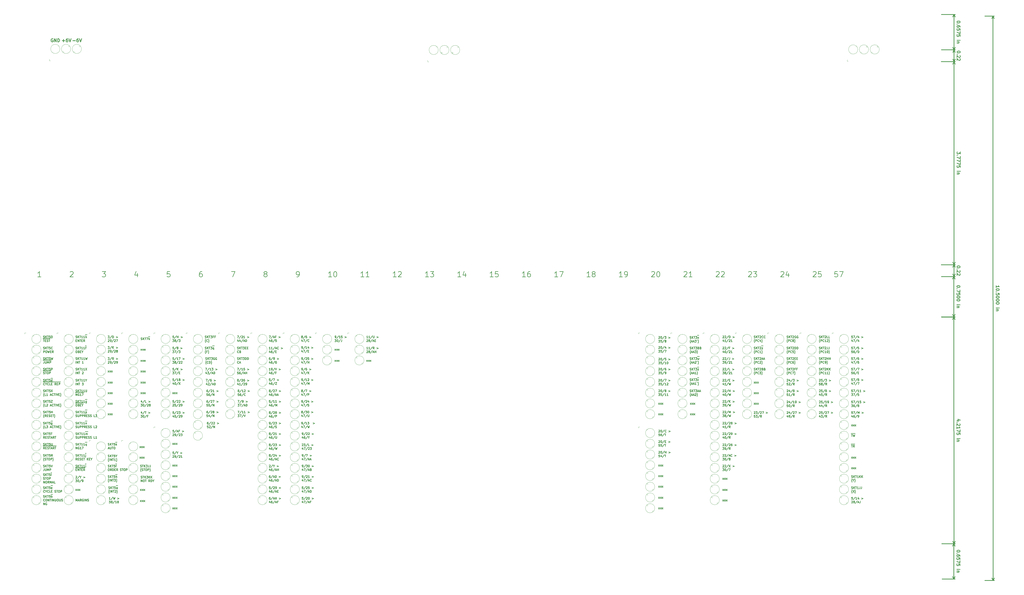
<source format=gbr>
G04 #@! TF.GenerationSoftware,KiCad,Pcbnew,(5.0.0)*
G04 #@! TF.CreationDate,2019-09-22T14:25:55+01:00*
G04 #@! TF.ProjectId,Backplane2,4261636B706C616E65322E6B69636164,rev?*
G04 #@! TF.SameCoordinates,Original*
G04 #@! TF.FileFunction,Legend,Top*
G04 #@! TF.FilePolarity,Positive*
%FSLAX46Y46*%
G04 Gerber Fmt 4.6, Leading zero omitted, Abs format (unit mm)*
G04 Created by KiCad (PCBNEW (5.0.0)) date 09/22/19 14:25:55*
%MOMM*%
%LPD*%
G01*
G04 APERTURE LIST*
%ADD10C,0.250000*%
%ADD11C,0.254000*%
%ADD12C,0.300000*%
%ADD13C,0.120000*%
G04 APERTURE END LIST*
D10*
X405376785Y-212077380D02*
X404900595Y-212077380D01*
X404852976Y-212553571D01*
X404900595Y-212505952D01*
X404995833Y-212458333D01*
X405233928Y-212458333D01*
X405329166Y-212505952D01*
X405376785Y-212553571D01*
X405424404Y-212648809D01*
X405424404Y-212886904D01*
X405376785Y-212982142D01*
X405329166Y-213029761D01*
X405233928Y-213077380D01*
X404995833Y-213077380D01*
X404900595Y-213029761D01*
X404852976Y-212982142D01*
X405757738Y-212077380D02*
X406424404Y-212077380D01*
X405995833Y-213077380D01*
X407519642Y-212029761D02*
X406662500Y-213315476D01*
X407852976Y-213077380D02*
X407852976Y-212077380D01*
X408186309Y-212791666D01*
X408519642Y-212077380D01*
X408519642Y-213077380D01*
X409757738Y-212410714D02*
X410519642Y-212696428D01*
X409757738Y-212982142D01*
X405329166Y-214160714D02*
X405329166Y-214827380D01*
X405091071Y-213779761D02*
X404852976Y-214494047D01*
X405472023Y-214494047D01*
X406281547Y-213827380D02*
X406091071Y-213827380D01*
X405995833Y-213875000D01*
X405948214Y-213922619D01*
X405852976Y-214065476D01*
X405805357Y-214255952D01*
X405805357Y-214636904D01*
X405852976Y-214732142D01*
X405900595Y-214779761D01*
X405995833Y-214827380D01*
X406186309Y-214827380D01*
X406281547Y-214779761D01*
X406329166Y-214732142D01*
X406376785Y-214636904D01*
X406376785Y-214398809D01*
X406329166Y-214303571D01*
X406281547Y-214255952D01*
X406186309Y-214208333D01*
X405995833Y-214208333D01*
X405900595Y-214255952D01*
X405852976Y-214303571D01*
X405805357Y-214398809D01*
X407519642Y-213779761D02*
X406662500Y-215065476D01*
X407900595Y-214827380D02*
X408091071Y-214827380D01*
X408186309Y-214779761D01*
X408233928Y-214732142D01*
X408329166Y-214589285D01*
X408376785Y-214398809D01*
X408376785Y-214017857D01*
X408329166Y-213922619D01*
X408281547Y-213875000D01*
X408186309Y-213827380D01*
X407995833Y-213827380D01*
X407900595Y-213875000D01*
X407852976Y-213922619D01*
X407805357Y-214017857D01*
X407805357Y-214255952D01*
X407852976Y-214351190D01*
X407900595Y-214398809D01*
X407995833Y-214446428D01*
X408186309Y-214446428D01*
X408281547Y-214398809D01*
X408329166Y-214351190D01*
X408376785Y-214255952D01*
X404805357Y-234202380D02*
X405329166Y-233535714D01*
X404805357Y-233535714D02*
X405329166Y-234202380D01*
X405614880Y-234202380D02*
X406138690Y-233535714D01*
X405614880Y-233535714D02*
X406138690Y-234202380D01*
X406424404Y-234202380D02*
X406948214Y-233535714D01*
X406424404Y-233535714D02*
X406948214Y-234202380D01*
X405376785Y-252577380D02*
X404900595Y-252577380D01*
X404852976Y-253053571D01*
X404900595Y-253005952D01*
X404995833Y-252958333D01*
X405233928Y-252958333D01*
X405329166Y-253005952D01*
X405376785Y-253053571D01*
X405424404Y-253148809D01*
X405424404Y-253386904D01*
X405376785Y-253482142D01*
X405329166Y-253529761D01*
X405233928Y-253577380D01*
X404995833Y-253577380D01*
X404900595Y-253529761D01*
X404852976Y-253482142D01*
X406567261Y-252529761D02*
X405710119Y-253815476D01*
X407424404Y-253577380D02*
X406852976Y-253577380D01*
X407138690Y-253577380D02*
X407138690Y-252577380D01*
X407043452Y-252720238D01*
X406948214Y-252815476D01*
X406852976Y-252863095D01*
X408281547Y-252910714D02*
X408281547Y-253577380D01*
X408043452Y-252529761D02*
X407805357Y-253244047D01*
X408424404Y-253244047D01*
X409567261Y-252910714D02*
X410329166Y-253196428D01*
X409567261Y-253482142D01*
X404852976Y-254422619D02*
X404900595Y-254375000D01*
X404995833Y-254327380D01*
X405233928Y-254327380D01*
X405329166Y-254375000D01*
X405376785Y-254422619D01*
X405424404Y-254517857D01*
X405424404Y-254613095D01*
X405376785Y-254755952D01*
X404805357Y-255327380D01*
X405424404Y-255327380D01*
X405995833Y-254755952D02*
X405900595Y-254708333D01*
X405852976Y-254660714D01*
X405805357Y-254565476D01*
X405805357Y-254517857D01*
X405852976Y-254422619D01*
X405900595Y-254375000D01*
X405995833Y-254327380D01*
X406186309Y-254327380D01*
X406281547Y-254375000D01*
X406329166Y-254422619D01*
X406376785Y-254517857D01*
X406376785Y-254565476D01*
X406329166Y-254660714D01*
X406281547Y-254708333D01*
X406186309Y-254755952D01*
X405995833Y-254755952D01*
X405900595Y-254803571D01*
X405852976Y-254851190D01*
X405805357Y-254946428D01*
X405805357Y-255136904D01*
X405852976Y-255232142D01*
X405900595Y-255279761D01*
X405995833Y-255327380D01*
X406186309Y-255327380D01*
X406281547Y-255279761D01*
X406329166Y-255232142D01*
X406376785Y-255136904D01*
X406376785Y-254946428D01*
X406329166Y-254851190D01*
X406281547Y-254803571D01*
X406186309Y-254755952D01*
X407519642Y-254279761D02*
X406662500Y-255565476D01*
X407805357Y-255041666D02*
X408281547Y-255041666D01*
X407710119Y-255327380D02*
X408043452Y-254327380D01*
X408376785Y-255327380D01*
X408995833Y-254327380D02*
X408995833Y-255041666D01*
X408948214Y-255184523D01*
X408852976Y-255279761D01*
X408710119Y-255327380D01*
X408614880Y-255327380D01*
X176674404Y-182577380D02*
X176102976Y-182577380D01*
X176388690Y-182577380D02*
X176388690Y-181577380D01*
X176293452Y-181720238D01*
X176198214Y-181815476D01*
X176102976Y-181863095D01*
X177626785Y-182577380D02*
X177055357Y-182577380D01*
X177341071Y-182577380D02*
X177341071Y-181577380D01*
X177245833Y-181720238D01*
X177150595Y-181815476D01*
X177055357Y-181863095D01*
X178769642Y-181529761D02*
X177912500Y-182815476D01*
X179674404Y-182577380D02*
X179341071Y-182101190D01*
X179102976Y-182577380D02*
X179102976Y-181577380D01*
X179483928Y-181577380D01*
X179579166Y-181625000D01*
X179626785Y-181672619D01*
X179674404Y-181767857D01*
X179674404Y-181910714D01*
X179626785Y-182005952D01*
X179579166Y-182053571D01*
X179483928Y-182101190D01*
X179102976Y-182101190D01*
X180864880Y-181910714D02*
X181626785Y-182196428D01*
X180864880Y-182482142D01*
X176102976Y-183422619D02*
X176150595Y-183375000D01*
X176245833Y-183327380D01*
X176483928Y-183327380D01*
X176579166Y-183375000D01*
X176626785Y-183422619D01*
X176674404Y-183517857D01*
X176674404Y-183613095D01*
X176626785Y-183755952D01*
X176055357Y-184327380D01*
X176674404Y-184327380D01*
X177245833Y-183755952D02*
X177150595Y-183708333D01*
X177102976Y-183660714D01*
X177055357Y-183565476D01*
X177055357Y-183517857D01*
X177102976Y-183422619D01*
X177150595Y-183375000D01*
X177245833Y-183327380D01*
X177436309Y-183327380D01*
X177531547Y-183375000D01*
X177579166Y-183422619D01*
X177626785Y-183517857D01*
X177626785Y-183565476D01*
X177579166Y-183660714D01*
X177531547Y-183708333D01*
X177436309Y-183755952D01*
X177245833Y-183755952D01*
X177150595Y-183803571D01*
X177102976Y-183851190D01*
X177055357Y-183946428D01*
X177055357Y-184136904D01*
X177102976Y-184232142D01*
X177150595Y-184279761D01*
X177245833Y-184327380D01*
X177436309Y-184327380D01*
X177531547Y-184279761D01*
X177579166Y-184232142D01*
X177626785Y-184136904D01*
X177626785Y-183946428D01*
X177579166Y-183851190D01*
X177531547Y-183803571D01*
X177436309Y-183755952D01*
X178769642Y-183279761D02*
X177912500Y-184565476D01*
X179055357Y-184041666D02*
X179531547Y-184041666D01*
X178960119Y-184327380D02*
X179293452Y-183327380D01*
X179626785Y-184327380D01*
X179960119Y-184327380D02*
X179960119Y-183327380D01*
X179960119Y-183803571D02*
X180531547Y-183803571D01*
X180531547Y-184327380D02*
X180531547Y-183327380D01*
X176055357Y-188452380D02*
X176579166Y-187785714D01*
X176055357Y-187785714D02*
X176579166Y-188452380D01*
X176864880Y-188452380D02*
X177388690Y-187785714D01*
X176864880Y-187785714D02*
X177388690Y-188452380D01*
X177674404Y-188452380D02*
X178198214Y-187785714D01*
X177674404Y-187785714D02*
X178198214Y-188452380D01*
X176674404Y-177327380D02*
X176102976Y-177327380D01*
X176388690Y-177327380D02*
X176388690Y-176327380D01*
X176293452Y-176470238D01*
X176198214Y-176565476D01*
X176102976Y-176613095D01*
X177626785Y-177327380D02*
X177055357Y-177327380D01*
X177341071Y-177327380D02*
X177341071Y-176327380D01*
X177245833Y-176470238D01*
X177150595Y-176565476D01*
X177055357Y-176613095D01*
X178769642Y-176279761D02*
X177912500Y-177565476D01*
X179102976Y-176327380D02*
X179102976Y-177136904D01*
X179150595Y-177232142D01*
X179198214Y-177279761D01*
X179293452Y-177327380D01*
X179483928Y-177327380D01*
X179579166Y-177279761D01*
X179626785Y-177232142D01*
X179674404Y-177136904D01*
X179674404Y-176327380D01*
X180912500Y-176660714D02*
X181674404Y-176946428D01*
X180912500Y-177232142D01*
X176102976Y-178172619D02*
X176150595Y-178125000D01*
X176245833Y-178077380D01*
X176483928Y-178077380D01*
X176579166Y-178125000D01*
X176626785Y-178172619D01*
X176674404Y-178267857D01*
X176674404Y-178363095D01*
X176626785Y-178505952D01*
X176055357Y-179077380D01*
X176674404Y-179077380D01*
X177245833Y-178505952D02*
X177150595Y-178458333D01*
X177102976Y-178410714D01*
X177055357Y-178315476D01*
X177055357Y-178267857D01*
X177102976Y-178172619D01*
X177150595Y-178125000D01*
X177245833Y-178077380D01*
X177436309Y-178077380D01*
X177531547Y-178125000D01*
X177579166Y-178172619D01*
X177626785Y-178267857D01*
X177626785Y-178315476D01*
X177579166Y-178410714D01*
X177531547Y-178458333D01*
X177436309Y-178505952D01*
X177245833Y-178505952D01*
X177150595Y-178553571D01*
X177102976Y-178601190D01*
X177055357Y-178696428D01*
X177055357Y-178886904D01*
X177102976Y-178982142D01*
X177150595Y-179029761D01*
X177245833Y-179077380D01*
X177436309Y-179077380D01*
X177531547Y-179029761D01*
X177579166Y-178982142D01*
X177626785Y-178886904D01*
X177626785Y-178696428D01*
X177579166Y-178601190D01*
X177531547Y-178553571D01*
X177436309Y-178505952D01*
X178769642Y-178029761D02*
X177912500Y-179315476D01*
X179055357Y-178791666D02*
X179531547Y-178791666D01*
X178960119Y-179077380D02*
X179293452Y-178077380D01*
X179626785Y-179077380D01*
X179960119Y-178553571D02*
X180293452Y-178553571D01*
X180436309Y-179077380D02*
X179960119Y-179077380D01*
X179960119Y-178077380D01*
X180436309Y-178077380D01*
X404662500Y-227455000D02*
X405424404Y-227455000D01*
X404757738Y-227952380D02*
X405329166Y-227952380D01*
X405043452Y-228952380D02*
X405043452Y-227952380D01*
X405424404Y-227455000D02*
X406424404Y-227455000D01*
X406233928Y-228952380D02*
X405900595Y-228476190D01*
X405662500Y-228952380D02*
X405662500Y-227952380D01*
X406043452Y-227952380D01*
X406138690Y-228000000D01*
X406186309Y-228047619D01*
X406233928Y-228142857D01*
X406233928Y-228285714D01*
X406186309Y-228380952D01*
X406138690Y-228428571D01*
X406043452Y-228476190D01*
X405662500Y-228476190D01*
X404852976Y-248529761D02*
X404995833Y-248577380D01*
X405233928Y-248577380D01*
X405329166Y-248529761D01*
X405376785Y-248482142D01*
X405424404Y-248386904D01*
X405424404Y-248291666D01*
X405376785Y-248196428D01*
X405329166Y-248148809D01*
X405233928Y-248101190D01*
X405043452Y-248053571D01*
X404948214Y-248005952D01*
X404900595Y-247958333D01*
X404852976Y-247863095D01*
X404852976Y-247767857D01*
X404900595Y-247672619D01*
X404948214Y-247625000D01*
X405043452Y-247577380D01*
X405281547Y-247577380D01*
X405424404Y-247625000D01*
X405852976Y-248577380D02*
X405852976Y-247577380D01*
X406424404Y-248577380D02*
X405995833Y-248005952D01*
X406424404Y-247577380D02*
X405852976Y-248148809D01*
X406710119Y-247577380D02*
X407281547Y-247577380D01*
X406995833Y-248577380D02*
X406995833Y-247577380D01*
X408138690Y-248577380D02*
X407567261Y-248577380D01*
X407852976Y-248577380D02*
X407852976Y-247577380D01*
X407757738Y-247720238D01*
X407662500Y-247815476D01*
X407567261Y-247863095D01*
X408852976Y-247577380D02*
X408852976Y-248291666D01*
X408805357Y-248434523D01*
X408710119Y-248529761D01*
X408567261Y-248577380D01*
X408472023Y-248577380D01*
X409614880Y-247577380D02*
X409614880Y-248291666D01*
X409567261Y-248434523D01*
X409472023Y-248529761D01*
X409329166Y-248577380D01*
X409233928Y-248577380D01*
X405186309Y-250708333D02*
X405138690Y-250708333D01*
X405043452Y-250660714D01*
X404995833Y-250565476D01*
X404995833Y-250089285D01*
X404948214Y-249994047D01*
X404852976Y-249946428D01*
X404948214Y-249898809D01*
X404995833Y-249803571D01*
X404995833Y-249327380D01*
X405043452Y-249232142D01*
X405138690Y-249184523D01*
X405186309Y-249184523D01*
X405472023Y-249327380D02*
X406138690Y-250327380D01*
X406138690Y-249327380D02*
X405472023Y-250327380D01*
X406424404Y-250708333D02*
X406472023Y-250708333D01*
X406567261Y-250660714D01*
X406614880Y-250565476D01*
X406614880Y-250089285D01*
X406662500Y-249994047D01*
X406757738Y-249946428D01*
X406662500Y-249898809D01*
X406614880Y-249803571D01*
X406614880Y-249327380D01*
X406567261Y-249232142D01*
X406472023Y-249184523D01*
X406424404Y-249184523D01*
X404852976Y-243279761D02*
X404995833Y-243327380D01*
X405233928Y-243327380D01*
X405329166Y-243279761D01*
X405376785Y-243232142D01*
X405424404Y-243136904D01*
X405424404Y-243041666D01*
X405376785Y-242946428D01*
X405329166Y-242898809D01*
X405233928Y-242851190D01*
X405043452Y-242803571D01*
X404948214Y-242755952D01*
X404900595Y-242708333D01*
X404852976Y-242613095D01*
X404852976Y-242517857D01*
X404900595Y-242422619D01*
X404948214Y-242375000D01*
X405043452Y-242327380D01*
X405281547Y-242327380D01*
X405424404Y-242375000D01*
X405852976Y-243327380D02*
X405852976Y-242327380D01*
X406424404Y-243327380D02*
X405995833Y-242755952D01*
X406424404Y-242327380D02*
X405852976Y-242898809D01*
X406710119Y-242327380D02*
X407281547Y-242327380D01*
X406995833Y-243327380D02*
X406995833Y-242327380D01*
X408138690Y-243327380D02*
X407567261Y-243327380D01*
X407852976Y-243327380D02*
X407852976Y-242327380D01*
X407757738Y-242470238D01*
X407662500Y-242565476D01*
X407567261Y-242613095D01*
X408567261Y-243327380D02*
X408567261Y-242327380D01*
X409138690Y-243327380D02*
X408710119Y-242755952D01*
X409138690Y-242327380D02*
X408567261Y-242898809D01*
X409567261Y-243327380D02*
X409567261Y-242327380D01*
X410138690Y-243327380D02*
X409710119Y-242755952D01*
X410138690Y-242327380D02*
X409567261Y-242898809D01*
X405186309Y-245458333D02*
X405138690Y-245458333D01*
X405043452Y-245410714D01*
X404995833Y-245315476D01*
X404995833Y-244839285D01*
X404948214Y-244744047D01*
X404852976Y-244696428D01*
X404948214Y-244648809D01*
X404995833Y-244553571D01*
X404995833Y-244077380D01*
X405043452Y-243982142D01*
X405138690Y-243934523D01*
X405186309Y-243934523D01*
X405757738Y-244601190D02*
X405757738Y-245077380D01*
X405424404Y-244077380D02*
X405757738Y-244601190D01*
X406091071Y-244077380D01*
X406329166Y-245458333D02*
X406376785Y-245458333D01*
X406472023Y-245410714D01*
X406519642Y-245315476D01*
X406519642Y-244839285D01*
X406567261Y-244744047D01*
X406662500Y-244696428D01*
X406567261Y-244648809D01*
X406519642Y-244553571D01*
X406519642Y-244077380D01*
X406472023Y-243982142D01*
X406376785Y-243934523D01*
X406329166Y-243934523D01*
X404805357Y-239202380D02*
X405329166Y-238535714D01*
X404805357Y-238535714D02*
X405329166Y-239202380D01*
X405614880Y-239202380D02*
X406138690Y-238535714D01*
X405614880Y-238535714D02*
X406138690Y-239202380D01*
X406424404Y-239202380D02*
X406948214Y-238535714D01*
X406424404Y-238535714D02*
X406948214Y-239202380D01*
X404662500Y-222455000D02*
X405424404Y-222455000D01*
X404757738Y-222952380D02*
X405329166Y-222952380D01*
X405043452Y-223952380D02*
X405043452Y-222952380D01*
X405424404Y-222455000D02*
X406567261Y-222455000D01*
X405567261Y-222952380D02*
X405805357Y-223952380D01*
X405995833Y-223238095D01*
X406186309Y-223952380D01*
X406424404Y-222952380D01*
X404805357Y-218952380D02*
X405329166Y-218285714D01*
X404805357Y-218285714D02*
X405329166Y-218952380D01*
X405614880Y-218952380D02*
X406138690Y-218285714D01*
X405614880Y-218285714D02*
X406138690Y-218952380D01*
X406424404Y-218952380D02*
X406948214Y-218285714D01*
X406424404Y-218285714D02*
X406948214Y-218952380D01*
X405376785Y-196577380D02*
X404900595Y-196577380D01*
X404852976Y-197053571D01*
X404900595Y-197005952D01*
X404995833Y-196958333D01*
X405233928Y-196958333D01*
X405329166Y-197005952D01*
X405376785Y-197053571D01*
X405424404Y-197148809D01*
X405424404Y-197386904D01*
X405376785Y-197482142D01*
X405329166Y-197529761D01*
X405233928Y-197577380D01*
X404995833Y-197577380D01*
X404900595Y-197529761D01*
X404852976Y-197482142D01*
X405757738Y-196577380D02*
X406424404Y-196577380D01*
X405995833Y-197577380D01*
X407519642Y-196529761D02*
X406662500Y-197815476D01*
X407995833Y-197005952D02*
X407900595Y-196958333D01*
X407852976Y-196910714D01*
X407805357Y-196815476D01*
X407805357Y-196767857D01*
X407852976Y-196672619D01*
X407900595Y-196625000D01*
X407995833Y-196577380D01*
X408186309Y-196577380D01*
X408281547Y-196625000D01*
X408329166Y-196672619D01*
X408376785Y-196767857D01*
X408376785Y-196815476D01*
X408329166Y-196910714D01*
X408281547Y-196958333D01*
X408186309Y-197005952D01*
X407995833Y-197005952D01*
X407900595Y-197053571D01*
X407852976Y-197101190D01*
X407805357Y-197196428D01*
X407805357Y-197386904D01*
X407852976Y-197482142D01*
X407900595Y-197529761D01*
X407995833Y-197577380D01*
X408186309Y-197577380D01*
X408281547Y-197529761D01*
X408329166Y-197482142D01*
X408376785Y-197386904D01*
X408376785Y-197196428D01*
X408329166Y-197101190D01*
X408281547Y-197053571D01*
X408186309Y-197005952D01*
X409567261Y-196910714D02*
X410329166Y-197196428D01*
X409567261Y-197482142D01*
X405329166Y-198660714D02*
X405329166Y-199327380D01*
X405091071Y-198279761D02*
X404852976Y-198994047D01*
X405472023Y-198994047D01*
X405757738Y-198327380D02*
X406424404Y-198327380D01*
X405995833Y-199327380D01*
X407519642Y-198279761D02*
X406662500Y-199565476D01*
X407757738Y-198327380D02*
X408424404Y-198327380D01*
X407995833Y-199327380D01*
X405376785Y-186577380D02*
X404900595Y-186577380D01*
X404852976Y-187053571D01*
X404900595Y-187005952D01*
X404995833Y-186958333D01*
X405233928Y-186958333D01*
X405329166Y-187005952D01*
X405376785Y-187053571D01*
X405424404Y-187148809D01*
X405424404Y-187386904D01*
X405376785Y-187482142D01*
X405329166Y-187529761D01*
X405233928Y-187577380D01*
X404995833Y-187577380D01*
X404900595Y-187529761D01*
X404852976Y-187482142D01*
X405757738Y-186577380D02*
X406424404Y-186577380D01*
X405995833Y-187577380D01*
X407519642Y-186529761D02*
X406662500Y-187815476D01*
X408281547Y-186577380D02*
X408091071Y-186577380D01*
X407995833Y-186625000D01*
X407948214Y-186672619D01*
X407852976Y-186815476D01*
X407805357Y-187005952D01*
X407805357Y-187386904D01*
X407852976Y-187482142D01*
X407900595Y-187529761D01*
X407995833Y-187577380D01*
X408186309Y-187577380D01*
X408281547Y-187529761D01*
X408329166Y-187482142D01*
X408376785Y-187386904D01*
X408376785Y-187148809D01*
X408329166Y-187053571D01*
X408281547Y-187005952D01*
X408186309Y-186958333D01*
X407995833Y-186958333D01*
X407900595Y-187005952D01*
X407852976Y-187053571D01*
X407805357Y-187148809D01*
X409567261Y-186910714D02*
X410329166Y-187196428D01*
X409567261Y-187482142D01*
X405329166Y-188660714D02*
X405329166Y-189327380D01*
X405091071Y-188279761D02*
X404852976Y-188994047D01*
X405472023Y-188994047D01*
X405757738Y-188327380D02*
X406424404Y-188327380D01*
X405995833Y-189327380D01*
X407519642Y-188279761D02*
X406662500Y-189565476D01*
X408281547Y-188327380D02*
X408091071Y-188327380D01*
X407995833Y-188375000D01*
X407948214Y-188422619D01*
X407852976Y-188565476D01*
X407805357Y-188755952D01*
X407805357Y-189136904D01*
X407852976Y-189232142D01*
X407900595Y-189279761D01*
X407995833Y-189327380D01*
X408186309Y-189327380D01*
X408281547Y-189279761D01*
X408329166Y-189232142D01*
X408376785Y-189136904D01*
X408376785Y-188898809D01*
X408329166Y-188803571D01*
X408281547Y-188755952D01*
X408186309Y-188708333D01*
X407995833Y-188708333D01*
X407900595Y-188755952D01*
X407852976Y-188803571D01*
X407805357Y-188898809D01*
X405376785Y-181577380D02*
X404900595Y-181577380D01*
X404852976Y-182053571D01*
X404900595Y-182005952D01*
X404995833Y-181958333D01*
X405233928Y-181958333D01*
X405329166Y-182005952D01*
X405376785Y-182053571D01*
X405424404Y-182148809D01*
X405424404Y-182386904D01*
X405376785Y-182482142D01*
X405329166Y-182529761D01*
X405233928Y-182577380D01*
X404995833Y-182577380D01*
X404900595Y-182529761D01*
X404852976Y-182482142D01*
X405757738Y-181577380D02*
X406424404Y-181577380D01*
X405995833Y-182577380D01*
X407519642Y-181529761D02*
X406662500Y-182815476D01*
X408329166Y-181577380D02*
X407852976Y-181577380D01*
X407805357Y-182053571D01*
X407852976Y-182005952D01*
X407948214Y-181958333D01*
X408186309Y-181958333D01*
X408281547Y-182005952D01*
X408329166Y-182053571D01*
X408376785Y-182148809D01*
X408376785Y-182386904D01*
X408329166Y-182482142D01*
X408281547Y-182529761D01*
X408186309Y-182577380D01*
X407948214Y-182577380D01*
X407852976Y-182529761D01*
X407805357Y-182482142D01*
X409567261Y-181910714D02*
X410329166Y-182196428D01*
X409567261Y-182482142D01*
X405376785Y-183327380D02*
X404900595Y-183327380D01*
X404852976Y-183803571D01*
X404900595Y-183755952D01*
X404995833Y-183708333D01*
X405233928Y-183708333D01*
X405329166Y-183755952D01*
X405376785Y-183803571D01*
X405424404Y-183898809D01*
X405424404Y-184136904D01*
X405376785Y-184232142D01*
X405329166Y-184279761D01*
X405233928Y-184327380D01*
X404995833Y-184327380D01*
X404900595Y-184279761D01*
X404852976Y-184232142D01*
X406281547Y-183327380D02*
X406091071Y-183327380D01*
X405995833Y-183375000D01*
X405948214Y-183422619D01*
X405852976Y-183565476D01*
X405805357Y-183755952D01*
X405805357Y-184136904D01*
X405852976Y-184232142D01*
X405900595Y-184279761D01*
X405995833Y-184327380D01*
X406186309Y-184327380D01*
X406281547Y-184279761D01*
X406329166Y-184232142D01*
X406376785Y-184136904D01*
X406376785Y-183898809D01*
X406329166Y-183803571D01*
X406281547Y-183755952D01*
X406186309Y-183708333D01*
X405995833Y-183708333D01*
X405900595Y-183755952D01*
X405852976Y-183803571D01*
X405805357Y-183898809D01*
X407519642Y-183279761D02*
X406662500Y-184565476D01*
X407852976Y-184327380D02*
X407852976Y-183327380D01*
X408091071Y-183327380D01*
X408233928Y-183375000D01*
X408329166Y-183470238D01*
X408376785Y-183565476D01*
X408424404Y-183755952D01*
X408424404Y-183898809D01*
X408376785Y-184089285D01*
X408329166Y-184184523D01*
X408233928Y-184279761D01*
X408091071Y-184327380D01*
X407852976Y-184327380D01*
X405376785Y-176327380D02*
X404900595Y-176327380D01*
X404852976Y-176803571D01*
X404900595Y-176755952D01*
X404995833Y-176708333D01*
X405233928Y-176708333D01*
X405329166Y-176755952D01*
X405376785Y-176803571D01*
X405424404Y-176898809D01*
X405424404Y-177136904D01*
X405376785Y-177232142D01*
X405329166Y-177279761D01*
X405233928Y-177327380D01*
X404995833Y-177327380D01*
X404900595Y-177279761D01*
X404852976Y-177232142D01*
X405757738Y-176327380D02*
X406424404Y-176327380D01*
X405995833Y-177327380D01*
X407519642Y-176279761D02*
X406662500Y-177565476D01*
X408281547Y-176660714D02*
X408281547Y-177327380D01*
X408043452Y-176279761D02*
X407805357Y-176994047D01*
X408424404Y-176994047D01*
X409567261Y-176660714D02*
X410329166Y-176946428D01*
X409567261Y-177232142D01*
X405329166Y-178410714D02*
X405329166Y-179077380D01*
X405091071Y-178029761D02*
X404852976Y-178744047D01*
X405472023Y-178744047D01*
X405757738Y-178077380D02*
X406424404Y-178077380D01*
X405995833Y-179077380D01*
X407519642Y-178029761D02*
X406662500Y-179315476D01*
X408281547Y-178410714D02*
X408281547Y-179077380D01*
X408043452Y-178029761D02*
X407805357Y-178744047D01*
X408424404Y-178744047D01*
X405376785Y-191577380D02*
X404900595Y-191577380D01*
X404852976Y-192053571D01*
X404900595Y-192005952D01*
X404995833Y-191958333D01*
X405233928Y-191958333D01*
X405329166Y-192005952D01*
X405376785Y-192053571D01*
X405424404Y-192148809D01*
X405424404Y-192386904D01*
X405376785Y-192482142D01*
X405329166Y-192529761D01*
X405233928Y-192577380D01*
X404995833Y-192577380D01*
X404900595Y-192529761D01*
X404852976Y-192482142D01*
X405757738Y-191577380D02*
X406424404Y-191577380D01*
X405995833Y-192577380D01*
X407519642Y-191529761D02*
X406662500Y-192815476D01*
X407757738Y-191577380D02*
X408424404Y-191577380D01*
X407995833Y-192577380D01*
X409567261Y-191910714D02*
X410329166Y-192196428D01*
X409567261Y-192482142D01*
X405376785Y-193327380D02*
X404900595Y-193327380D01*
X404852976Y-193803571D01*
X404900595Y-193755952D01*
X404995833Y-193708333D01*
X405233928Y-193708333D01*
X405329166Y-193755952D01*
X405376785Y-193803571D01*
X405424404Y-193898809D01*
X405424404Y-194136904D01*
X405376785Y-194232142D01*
X405329166Y-194279761D01*
X405233928Y-194327380D01*
X404995833Y-194327380D01*
X404900595Y-194279761D01*
X404852976Y-194232142D01*
X406281547Y-193327380D02*
X406091071Y-193327380D01*
X405995833Y-193375000D01*
X405948214Y-193422619D01*
X405852976Y-193565476D01*
X405805357Y-193755952D01*
X405805357Y-194136904D01*
X405852976Y-194232142D01*
X405900595Y-194279761D01*
X405995833Y-194327380D01*
X406186309Y-194327380D01*
X406281547Y-194279761D01*
X406329166Y-194232142D01*
X406376785Y-194136904D01*
X406376785Y-193898809D01*
X406329166Y-193803571D01*
X406281547Y-193755952D01*
X406186309Y-193708333D01*
X405995833Y-193708333D01*
X405900595Y-193755952D01*
X405852976Y-193803571D01*
X405805357Y-193898809D01*
X407519642Y-193279761D02*
X406662500Y-194565476D01*
X407852976Y-193803571D02*
X408186309Y-193803571D01*
X408329166Y-194327380D02*
X407852976Y-194327380D01*
X407852976Y-193327380D01*
X408329166Y-193327380D01*
X405376785Y-201827380D02*
X404900595Y-201827380D01*
X404852976Y-202303571D01*
X404900595Y-202255952D01*
X404995833Y-202208333D01*
X405233928Y-202208333D01*
X405329166Y-202255952D01*
X405376785Y-202303571D01*
X405424404Y-202398809D01*
X405424404Y-202636904D01*
X405376785Y-202732142D01*
X405329166Y-202779761D01*
X405233928Y-202827380D01*
X404995833Y-202827380D01*
X404900595Y-202779761D01*
X404852976Y-202732142D01*
X405757738Y-201827380D02*
X406424404Y-201827380D01*
X405995833Y-202827380D01*
X407519642Y-201779761D02*
X406662500Y-203065476D01*
X408376785Y-202827380D02*
X407805357Y-202827380D01*
X408091071Y-202827380D02*
X408091071Y-201827380D01*
X407995833Y-201970238D01*
X407900595Y-202065476D01*
X407805357Y-202113095D01*
X409329166Y-202827380D02*
X408757738Y-202827380D01*
X409043452Y-202827380D02*
X409043452Y-201827380D01*
X408948214Y-201970238D01*
X408852976Y-202065476D01*
X408757738Y-202113095D01*
X410519642Y-202160714D02*
X411281547Y-202446428D01*
X410519642Y-202732142D01*
X404805357Y-203577380D02*
X405424404Y-203577380D01*
X405091071Y-203958333D01*
X405233928Y-203958333D01*
X405329166Y-204005952D01*
X405376785Y-204053571D01*
X405424404Y-204148809D01*
X405424404Y-204386904D01*
X405376785Y-204482142D01*
X405329166Y-204529761D01*
X405233928Y-204577380D01*
X404948214Y-204577380D01*
X404852976Y-204529761D01*
X404805357Y-204482142D01*
X405757738Y-203577380D02*
X406424404Y-203577380D01*
X405995833Y-204577380D01*
X407519642Y-203529761D02*
X406662500Y-204815476D01*
X408329166Y-203577380D02*
X407852976Y-203577380D01*
X407805357Y-204053571D01*
X407852976Y-204005952D01*
X407948214Y-203958333D01*
X408186309Y-203958333D01*
X408281547Y-204005952D01*
X408329166Y-204053571D01*
X408376785Y-204148809D01*
X408376785Y-204386904D01*
X408329166Y-204482142D01*
X408281547Y-204529761D01*
X408186309Y-204577380D01*
X407948214Y-204577380D01*
X407852976Y-204529761D01*
X407805357Y-204482142D01*
X405376785Y-207077380D02*
X404900595Y-207077380D01*
X404852976Y-207553571D01*
X404900595Y-207505952D01*
X404995833Y-207458333D01*
X405233928Y-207458333D01*
X405329166Y-207505952D01*
X405376785Y-207553571D01*
X405424404Y-207648809D01*
X405424404Y-207886904D01*
X405376785Y-207982142D01*
X405329166Y-208029761D01*
X405233928Y-208077380D01*
X404995833Y-208077380D01*
X404900595Y-208029761D01*
X404852976Y-207982142D01*
X405757738Y-207077380D02*
X406424404Y-207077380D01*
X405995833Y-208077380D01*
X407519642Y-207029761D02*
X406662500Y-208315476D01*
X408376785Y-208077380D02*
X407805357Y-208077380D01*
X408091071Y-208077380D02*
X408091071Y-207077380D01*
X407995833Y-207220238D01*
X407900595Y-207315476D01*
X407805357Y-207363095D01*
X409281547Y-207077380D02*
X408805357Y-207077380D01*
X408757738Y-207553571D01*
X408805357Y-207505952D01*
X408900595Y-207458333D01*
X409138690Y-207458333D01*
X409233928Y-207505952D01*
X409281547Y-207553571D01*
X409329166Y-207648809D01*
X409329166Y-207886904D01*
X409281547Y-207982142D01*
X409233928Y-208029761D01*
X409138690Y-208077380D01*
X408900595Y-208077380D01*
X408805357Y-208029761D01*
X408757738Y-207982142D01*
X410519642Y-207410714D02*
X411281547Y-207696428D01*
X410519642Y-207982142D01*
X404805357Y-208827380D02*
X405424404Y-208827380D01*
X405091071Y-209208333D01*
X405233928Y-209208333D01*
X405329166Y-209255952D01*
X405376785Y-209303571D01*
X405424404Y-209398809D01*
X405424404Y-209636904D01*
X405376785Y-209732142D01*
X405329166Y-209779761D01*
X405233928Y-209827380D01*
X404948214Y-209827380D01*
X404852976Y-209779761D01*
X404805357Y-209732142D01*
X406281547Y-208827380D02*
X406091071Y-208827380D01*
X405995833Y-208875000D01*
X405948214Y-208922619D01*
X405852976Y-209065476D01*
X405805357Y-209255952D01*
X405805357Y-209636904D01*
X405852976Y-209732142D01*
X405900595Y-209779761D01*
X405995833Y-209827380D01*
X406186309Y-209827380D01*
X406281547Y-209779761D01*
X406329166Y-209732142D01*
X406376785Y-209636904D01*
X406376785Y-209398809D01*
X406329166Y-209303571D01*
X406281547Y-209255952D01*
X406186309Y-209208333D01*
X405995833Y-209208333D01*
X405900595Y-209255952D01*
X405852976Y-209303571D01*
X405805357Y-209398809D01*
X407519642Y-208779761D02*
X406662500Y-210065476D01*
X407995833Y-209255952D02*
X407900595Y-209208333D01*
X407852976Y-209160714D01*
X407805357Y-209065476D01*
X407805357Y-209017857D01*
X407852976Y-208922619D01*
X407900595Y-208875000D01*
X407995833Y-208827380D01*
X408186309Y-208827380D01*
X408281547Y-208875000D01*
X408329166Y-208922619D01*
X408376785Y-209017857D01*
X408376785Y-209065476D01*
X408329166Y-209160714D01*
X408281547Y-209208333D01*
X408186309Y-209255952D01*
X407995833Y-209255952D01*
X407900595Y-209303571D01*
X407852976Y-209351190D01*
X407805357Y-209446428D01*
X407805357Y-209636904D01*
X407852976Y-209732142D01*
X407900595Y-209779761D01*
X407995833Y-209827380D01*
X408186309Y-209827380D01*
X408281547Y-209779761D01*
X408329166Y-209732142D01*
X408376785Y-209636904D01*
X408376785Y-209446428D01*
X408329166Y-209351190D01*
X408281547Y-209303571D01*
X408186309Y-209255952D01*
X389602976Y-192529761D02*
X389745833Y-192577380D01*
X389983928Y-192577380D01*
X390079166Y-192529761D01*
X390126785Y-192482142D01*
X390174404Y-192386904D01*
X390174404Y-192291666D01*
X390126785Y-192196428D01*
X390079166Y-192148809D01*
X389983928Y-192101190D01*
X389793452Y-192053571D01*
X389698214Y-192005952D01*
X389650595Y-191958333D01*
X389602976Y-191863095D01*
X389602976Y-191767857D01*
X389650595Y-191672619D01*
X389698214Y-191625000D01*
X389793452Y-191577380D01*
X390031547Y-191577380D01*
X390174404Y-191625000D01*
X390602976Y-192577380D02*
X390602976Y-191577380D01*
X391174404Y-192577380D02*
X390745833Y-192005952D01*
X391174404Y-191577380D02*
X390602976Y-192148809D01*
X391460119Y-191577380D02*
X392031547Y-191577380D01*
X391745833Y-192577380D02*
X391745833Y-191577380D01*
X392317261Y-191672619D02*
X392364880Y-191625000D01*
X392460119Y-191577380D01*
X392698214Y-191577380D01*
X392793452Y-191625000D01*
X392841071Y-191672619D01*
X392888690Y-191767857D01*
X392888690Y-191863095D01*
X392841071Y-192005952D01*
X392269642Y-192577380D01*
X392888690Y-192577380D01*
X393317261Y-192577380D02*
X393317261Y-191577380D01*
X393888690Y-192577380D02*
X393460119Y-192005952D01*
X393888690Y-191577380D02*
X393317261Y-192148809D01*
X394317261Y-192577380D02*
X394317261Y-191577380D01*
X394888690Y-192577380D02*
X394460119Y-192005952D01*
X394888690Y-191577380D02*
X394317261Y-192148809D01*
X389936309Y-194708333D02*
X389888690Y-194708333D01*
X389793452Y-194660714D01*
X389745833Y-194565476D01*
X389745833Y-194089285D01*
X389698214Y-193994047D01*
X389602976Y-193946428D01*
X389698214Y-193898809D01*
X389745833Y-193803571D01*
X389745833Y-193327380D01*
X389793452Y-193232142D01*
X389888690Y-193184523D01*
X389936309Y-193184523D01*
X390317261Y-194327380D02*
X390317261Y-193327380D01*
X390698214Y-193327380D01*
X390793452Y-193375000D01*
X390841071Y-193422619D01*
X390888690Y-193517857D01*
X390888690Y-193660714D01*
X390841071Y-193755952D01*
X390793452Y-193803571D01*
X390698214Y-193851190D01*
X390317261Y-193851190D01*
X391888690Y-194232142D02*
X391841071Y-194279761D01*
X391698214Y-194327380D01*
X391602976Y-194327380D01*
X391460119Y-194279761D01*
X391364880Y-194184523D01*
X391317261Y-194089285D01*
X391269642Y-193898809D01*
X391269642Y-193755952D01*
X391317261Y-193565476D01*
X391364880Y-193470238D01*
X391460119Y-193375000D01*
X391602976Y-193327380D01*
X391698214Y-193327380D01*
X391841071Y-193375000D01*
X391888690Y-193422619D01*
X392841071Y-194327380D02*
X392269642Y-194327380D01*
X392555357Y-194327380D02*
X392555357Y-193327380D01*
X392460119Y-193470238D01*
X392364880Y-193565476D01*
X392269642Y-193613095D01*
X393793452Y-194327380D02*
X393222023Y-194327380D01*
X393507738Y-194327380D02*
X393507738Y-193327380D01*
X393412500Y-193470238D01*
X393317261Y-193565476D01*
X393222023Y-193613095D01*
X394126785Y-194708333D02*
X394174404Y-194708333D01*
X394269642Y-194660714D01*
X394317261Y-194565476D01*
X394317261Y-194089285D01*
X394364880Y-193994047D01*
X394460119Y-193946428D01*
X394364880Y-193898809D01*
X394317261Y-193803571D01*
X394317261Y-193327380D01*
X394269642Y-193232142D01*
X394174404Y-193184523D01*
X394126785Y-193184523D01*
X389602976Y-187529761D02*
X389745833Y-187577380D01*
X389983928Y-187577380D01*
X390079166Y-187529761D01*
X390126785Y-187482142D01*
X390174404Y-187386904D01*
X390174404Y-187291666D01*
X390126785Y-187196428D01*
X390079166Y-187148809D01*
X389983928Y-187101190D01*
X389793452Y-187053571D01*
X389698214Y-187005952D01*
X389650595Y-186958333D01*
X389602976Y-186863095D01*
X389602976Y-186767857D01*
X389650595Y-186672619D01*
X389698214Y-186625000D01*
X389793452Y-186577380D01*
X390031547Y-186577380D01*
X390174404Y-186625000D01*
X390602976Y-187577380D02*
X390602976Y-186577380D01*
X391174404Y-187577380D02*
X390745833Y-187005952D01*
X391174404Y-186577380D02*
X390602976Y-187148809D01*
X391460119Y-186577380D02*
X392031547Y-186577380D01*
X391745833Y-187577380D02*
X391745833Y-186577380D01*
X392317261Y-186672619D02*
X392364880Y-186625000D01*
X392460119Y-186577380D01*
X392698214Y-186577380D01*
X392793452Y-186625000D01*
X392841071Y-186672619D01*
X392888690Y-186767857D01*
X392888690Y-186863095D01*
X392841071Y-187005952D01*
X392269642Y-187577380D01*
X392888690Y-187577380D01*
X393317261Y-187577380D02*
X393317261Y-186577380D01*
X393317261Y-187053571D02*
X393888690Y-187053571D01*
X393888690Y-187577380D02*
X393888690Y-186577380D01*
X394364880Y-187577380D02*
X394364880Y-186577380D01*
X394364880Y-187053571D02*
X394936309Y-187053571D01*
X394936309Y-187577380D02*
X394936309Y-186577380D01*
X389936309Y-189708333D02*
X389888690Y-189708333D01*
X389793452Y-189660714D01*
X389745833Y-189565476D01*
X389745833Y-189089285D01*
X389698214Y-188994047D01*
X389602976Y-188946428D01*
X389698214Y-188898809D01*
X389745833Y-188803571D01*
X389745833Y-188327380D01*
X389793452Y-188232142D01*
X389888690Y-188184523D01*
X389936309Y-188184523D01*
X390317261Y-189327380D02*
X390317261Y-188327380D01*
X390698214Y-188327380D01*
X390793452Y-188375000D01*
X390841071Y-188422619D01*
X390888690Y-188517857D01*
X390888690Y-188660714D01*
X390841071Y-188755952D01*
X390793452Y-188803571D01*
X390698214Y-188851190D01*
X390317261Y-188851190D01*
X391888690Y-189232142D02*
X391841071Y-189279761D01*
X391698214Y-189327380D01*
X391602976Y-189327380D01*
X391460119Y-189279761D01*
X391364880Y-189184523D01*
X391317261Y-189089285D01*
X391269642Y-188898809D01*
X391269642Y-188755952D01*
X391317261Y-188565476D01*
X391364880Y-188470238D01*
X391460119Y-188375000D01*
X391602976Y-188327380D01*
X391698214Y-188327380D01*
X391841071Y-188375000D01*
X391888690Y-188422619D01*
X392364880Y-189327380D02*
X392555357Y-189327380D01*
X392650595Y-189279761D01*
X392698214Y-189232142D01*
X392793452Y-189089285D01*
X392841071Y-188898809D01*
X392841071Y-188517857D01*
X392793452Y-188422619D01*
X392745833Y-188375000D01*
X392650595Y-188327380D01*
X392460119Y-188327380D01*
X392364880Y-188375000D01*
X392317261Y-188422619D01*
X392269642Y-188517857D01*
X392269642Y-188755952D01*
X392317261Y-188851190D01*
X392364880Y-188898809D01*
X392460119Y-188946428D01*
X392650595Y-188946428D01*
X392745833Y-188898809D01*
X392793452Y-188851190D01*
X392841071Y-188755952D01*
X393174404Y-189708333D02*
X393222023Y-189708333D01*
X393317261Y-189660714D01*
X393364880Y-189565476D01*
X393364880Y-189089285D01*
X393412500Y-188994047D01*
X393507738Y-188946428D01*
X393412500Y-188898809D01*
X393364880Y-188803571D01*
X393364880Y-188327380D01*
X393317261Y-188232142D01*
X393222023Y-188184523D01*
X393174404Y-188184523D01*
X389602976Y-182529761D02*
X389745833Y-182577380D01*
X389983928Y-182577380D01*
X390079166Y-182529761D01*
X390126785Y-182482142D01*
X390174404Y-182386904D01*
X390174404Y-182291666D01*
X390126785Y-182196428D01*
X390079166Y-182148809D01*
X389983928Y-182101190D01*
X389793452Y-182053571D01*
X389698214Y-182005952D01*
X389650595Y-181958333D01*
X389602976Y-181863095D01*
X389602976Y-181767857D01*
X389650595Y-181672619D01*
X389698214Y-181625000D01*
X389793452Y-181577380D01*
X390031547Y-181577380D01*
X390174404Y-181625000D01*
X390602976Y-182577380D02*
X390602976Y-181577380D01*
X391174404Y-182577380D02*
X390745833Y-182005952D01*
X391174404Y-181577380D02*
X390602976Y-182148809D01*
X391460119Y-181577380D02*
X392031547Y-181577380D01*
X391745833Y-182577380D02*
X391745833Y-181577380D01*
X392317261Y-181672619D02*
X392364880Y-181625000D01*
X392460119Y-181577380D01*
X392698214Y-181577380D01*
X392793452Y-181625000D01*
X392841071Y-181672619D01*
X392888690Y-181767857D01*
X392888690Y-181863095D01*
X392841071Y-182005952D01*
X392269642Y-182577380D01*
X392888690Y-182577380D01*
X393602976Y-181577380D02*
X393602976Y-182291666D01*
X393555357Y-182434523D01*
X393460119Y-182529761D01*
X393317261Y-182577380D01*
X393222023Y-182577380D01*
X394364880Y-181577380D02*
X394364880Y-182291666D01*
X394317261Y-182434523D01*
X394222023Y-182529761D01*
X394079166Y-182577380D01*
X393983928Y-182577380D01*
X389936309Y-184708333D02*
X389888690Y-184708333D01*
X389793452Y-184660714D01*
X389745833Y-184565476D01*
X389745833Y-184089285D01*
X389698214Y-183994047D01*
X389602976Y-183946428D01*
X389698214Y-183898809D01*
X389745833Y-183803571D01*
X389745833Y-183327380D01*
X389793452Y-183232142D01*
X389888690Y-183184523D01*
X389936309Y-183184523D01*
X390317261Y-184327380D02*
X390317261Y-183327380D01*
X390698214Y-183327380D01*
X390793452Y-183375000D01*
X390841071Y-183422619D01*
X390888690Y-183517857D01*
X390888690Y-183660714D01*
X390841071Y-183755952D01*
X390793452Y-183803571D01*
X390698214Y-183851190D01*
X390317261Y-183851190D01*
X391888690Y-184232142D02*
X391841071Y-184279761D01*
X391698214Y-184327380D01*
X391602976Y-184327380D01*
X391460119Y-184279761D01*
X391364880Y-184184523D01*
X391317261Y-184089285D01*
X391269642Y-183898809D01*
X391269642Y-183755952D01*
X391317261Y-183565476D01*
X391364880Y-183470238D01*
X391460119Y-183375000D01*
X391602976Y-183327380D01*
X391698214Y-183327380D01*
X391841071Y-183375000D01*
X391888690Y-183422619D01*
X392841071Y-184327380D02*
X392269642Y-184327380D01*
X392555357Y-184327380D02*
X392555357Y-183327380D01*
X392460119Y-183470238D01*
X392364880Y-183565476D01*
X392269642Y-183613095D01*
X393460119Y-183327380D02*
X393555357Y-183327380D01*
X393650595Y-183375000D01*
X393698214Y-183422619D01*
X393745833Y-183517857D01*
X393793452Y-183708333D01*
X393793452Y-183946428D01*
X393745833Y-184136904D01*
X393698214Y-184232142D01*
X393650595Y-184279761D01*
X393555357Y-184327380D01*
X393460119Y-184327380D01*
X393364880Y-184279761D01*
X393317261Y-184232142D01*
X393269642Y-184136904D01*
X393222023Y-183946428D01*
X393222023Y-183708333D01*
X393269642Y-183517857D01*
X393317261Y-183422619D01*
X393364880Y-183375000D01*
X393460119Y-183327380D01*
X394126785Y-184708333D02*
X394174404Y-184708333D01*
X394269642Y-184660714D01*
X394317261Y-184565476D01*
X394317261Y-184089285D01*
X394364880Y-183994047D01*
X394460119Y-183946428D01*
X394364880Y-183898809D01*
X394317261Y-183803571D01*
X394317261Y-183327380D01*
X394269642Y-183232142D01*
X394174404Y-183184523D01*
X394126785Y-183184523D01*
X389602976Y-177279761D02*
X389745833Y-177327380D01*
X389983928Y-177327380D01*
X390079166Y-177279761D01*
X390126785Y-177232142D01*
X390174404Y-177136904D01*
X390174404Y-177041666D01*
X390126785Y-176946428D01*
X390079166Y-176898809D01*
X389983928Y-176851190D01*
X389793452Y-176803571D01*
X389698214Y-176755952D01*
X389650595Y-176708333D01*
X389602976Y-176613095D01*
X389602976Y-176517857D01*
X389650595Y-176422619D01*
X389698214Y-176375000D01*
X389793452Y-176327380D01*
X390031547Y-176327380D01*
X390174404Y-176375000D01*
X390602976Y-177327380D02*
X390602976Y-176327380D01*
X391174404Y-177327380D02*
X390745833Y-176755952D01*
X391174404Y-176327380D02*
X390602976Y-176898809D01*
X391460119Y-176327380D02*
X392031547Y-176327380D01*
X391745833Y-177327380D02*
X391745833Y-176327380D01*
X392317261Y-176422619D02*
X392364880Y-176375000D01*
X392460119Y-176327380D01*
X392698214Y-176327380D01*
X392793452Y-176375000D01*
X392841071Y-176422619D01*
X392888690Y-176517857D01*
X392888690Y-176613095D01*
X392841071Y-176755952D01*
X392269642Y-177327380D01*
X392888690Y-177327380D01*
X393793452Y-177327380D02*
X393317261Y-177327380D01*
X393317261Y-176327380D01*
X394602976Y-177327380D02*
X394126785Y-177327380D01*
X394126785Y-176327380D01*
X389936309Y-179458333D02*
X389888690Y-179458333D01*
X389793452Y-179410714D01*
X389745833Y-179315476D01*
X389745833Y-178839285D01*
X389698214Y-178744047D01*
X389602976Y-178696428D01*
X389698214Y-178648809D01*
X389745833Y-178553571D01*
X389745833Y-178077380D01*
X389793452Y-177982142D01*
X389888690Y-177934523D01*
X389936309Y-177934523D01*
X390317261Y-179077380D02*
X390317261Y-178077380D01*
X390698214Y-178077380D01*
X390793452Y-178125000D01*
X390841071Y-178172619D01*
X390888690Y-178267857D01*
X390888690Y-178410714D01*
X390841071Y-178505952D01*
X390793452Y-178553571D01*
X390698214Y-178601190D01*
X390317261Y-178601190D01*
X391888690Y-178982142D02*
X391841071Y-179029761D01*
X391698214Y-179077380D01*
X391602976Y-179077380D01*
X391460119Y-179029761D01*
X391364880Y-178934523D01*
X391317261Y-178839285D01*
X391269642Y-178648809D01*
X391269642Y-178505952D01*
X391317261Y-178315476D01*
X391364880Y-178220238D01*
X391460119Y-178125000D01*
X391602976Y-178077380D01*
X391698214Y-178077380D01*
X391841071Y-178125000D01*
X391888690Y-178172619D01*
X392841071Y-179077380D02*
X392269642Y-179077380D01*
X392555357Y-179077380D02*
X392555357Y-178077380D01*
X392460119Y-178220238D01*
X392364880Y-178315476D01*
X392269642Y-178363095D01*
X393222023Y-178172619D02*
X393269642Y-178125000D01*
X393364880Y-178077380D01*
X393602976Y-178077380D01*
X393698214Y-178125000D01*
X393745833Y-178172619D01*
X393793452Y-178267857D01*
X393793452Y-178363095D01*
X393745833Y-178505952D01*
X393174404Y-179077380D01*
X393793452Y-179077380D01*
X394126785Y-179458333D02*
X394174404Y-179458333D01*
X394269642Y-179410714D01*
X394317261Y-179315476D01*
X394317261Y-178839285D01*
X394364880Y-178744047D01*
X394460119Y-178696428D01*
X394364880Y-178648809D01*
X394317261Y-178553571D01*
X394317261Y-178077380D01*
X394269642Y-177982142D01*
X394174404Y-177934523D01*
X394126785Y-177934523D01*
X374352976Y-192529761D02*
X374495833Y-192577380D01*
X374733928Y-192577380D01*
X374829166Y-192529761D01*
X374876785Y-192482142D01*
X374924404Y-192386904D01*
X374924404Y-192291666D01*
X374876785Y-192196428D01*
X374829166Y-192148809D01*
X374733928Y-192101190D01*
X374543452Y-192053571D01*
X374448214Y-192005952D01*
X374400595Y-191958333D01*
X374352976Y-191863095D01*
X374352976Y-191767857D01*
X374400595Y-191672619D01*
X374448214Y-191625000D01*
X374543452Y-191577380D01*
X374781547Y-191577380D01*
X374924404Y-191625000D01*
X375352976Y-192577380D02*
X375352976Y-191577380D01*
X375924404Y-192577380D02*
X375495833Y-192005952D01*
X375924404Y-191577380D02*
X375352976Y-192148809D01*
X376210119Y-191577380D02*
X376781547Y-191577380D01*
X376495833Y-192577380D02*
X376495833Y-191577380D01*
X377067261Y-191672619D02*
X377114880Y-191625000D01*
X377210119Y-191577380D01*
X377448214Y-191577380D01*
X377543452Y-191625000D01*
X377591071Y-191672619D01*
X377638690Y-191767857D01*
X377638690Y-191863095D01*
X377591071Y-192005952D01*
X377019642Y-192577380D01*
X377638690Y-192577380D01*
X378400595Y-192053571D02*
X378067261Y-192053571D01*
X378067261Y-192577380D02*
X378067261Y-191577380D01*
X378543452Y-191577380D01*
X379257738Y-192053571D02*
X378924404Y-192053571D01*
X378924404Y-192577380D02*
X378924404Y-191577380D01*
X379400595Y-191577380D01*
X374686309Y-194708333D02*
X374638690Y-194708333D01*
X374543452Y-194660714D01*
X374495833Y-194565476D01*
X374495833Y-194089285D01*
X374448214Y-193994047D01*
X374352976Y-193946428D01*
X374448214Y-193898809D01*
X374495833Y-193803571D01*
X374495833Y-193327380D01*
X374543452Y-193232142D01*
X374638690Y-193184523D01*
X374686309Y-193184523D01*
X375067261Y-194327380D02*
X375067261Y-193327380D01*
X375448214Y-193327380D01*
X375543452Y-193375000D01*
X375591071Y-193422619D01*
X375638690Y-193517857D01*
X375638690Y-193660714D01*
X375591071Y-193755952D01*
X375543452Y-193803571D01*
X375448214Y-193851190D01*
X375067261Y-193851190D01*
X376638690Y-194232142D02*
X376591071Y-194279761D01*
X376448214Y-194327380D01*
X376352976Y-194327380D01*
X376210119Y-194279761D01*
X376114880Y-194184523D01*
X376067261Y-194089285D01*
X376019642Y-193898809D01*
X376019642Y-193755952D01*
X376067261Y-193565476D01*
X376114880Y-193470238D01*
X376210119Y-193375000D01*
X376352976Y-193327380D01*
X376448214Y-193327380D01*
X376591071Y-193375000D01*
X376638690Y-193422619D01*
X376972023Y-193327380D02*
X377638690Y-193327380D01*
X377210119Y-194327380D01*
X377924404Y-194708333D02*
X377972023Y-194708333D01*
X378067261Y-194660714D01*
X378114880Y-194565476D01*
X378114880Y-194089285D01*
X378162500Y-193994047D01*
X378257738Y-193946428D01*
X378162500Y-193898809D01*
X378114880Y-193803571D01*
X378114880Y-193327380D01*
X378067261Y-193232142D01*
X377972023Y-193184523D01*
X377924404Y-193184523D01*
X374352976Y-187529761D02*
X374495833Y-187577380D01*
X374733928Y-187577380D01*
X374829166Y-187529761D01*
X374876785Y-187482142D01*
X374924404Y-187386904D01*
X374924404Y-187291666D01*
X374876785Y-187196428D01*
X374829166Y-187148809D01*
X374733928Y-187101190D01*
X374543452Y-187053571D01*
X374448214Y-187005952D01*
X374400595Y-186958333D01*
X374352976Y-186863095D01*
X374352976Y-186767857D01*
X374400595Y-186672619D01*
X374448214Y-186625000D01*
X374543452Y-186577380D01*
X374781547Y-186577380D01*
X374924404Y-186625000D01*
X375352976Y-187577380D02*
X375352976Y-186577380D01*
X375924404Y-187577380D02*
X375495833Y-187005952D01*
X375924404Y-186577380D02*
X375352976Y-187148809D01*
X376210119Y-186577380D02*
X376781547Y-186577380D01*
X376495833Y-187577380D02*
X376495833Y-186577380D01*
X377067261Y-186672619D02*
X377114880Y-186625000D01*
X377210119Y-186577380D01*
X377448214Y-186577380D01*
X377543452Y-186625000D01*
X377591071Y-186672619D01*
X377638690Y-186767857D01*
X377638690Y-186863095D01*
X377591071Y-187005952D01*
X377019642Y-187577380D01*
X377638690Y-187577380D01*
X378067261Y-187053571D02*
X378400595Y-187053571D01*
X378543452Y-187577380D02*
X378067261Y-187577380D01*
X378067261Y-186577380D01*
X378543452Y-186577380D01*
X378972023Y-187053571D02*
X379305357Y-187053571D01*
X379448214Y-187577380D02*
X378972023Y-187577380D01*
X378972023Y-186577380D01*
X379448214Y-186577380D01*
X374686309Y-189708333D02*
X374638690Y-189708333D01*
X374543452Y-189660714D01*
X374495833Y-189565476D01*
X374495833Y-189089285D01*
X374448214Y-188994047D01*
X374352976Y-188946428D01*
X374448214Y-188898809D01*
X374495833Y-188803571D01*
X374495833Y-188327380D01*
X374543452Y-188232142D01*
X374638690Y-188184523D01*
X374686309Y-188184523D01*
X375067261Y-189327380D02*
X375067261Y-188327380D01*
X375448214Y-188327380D01*
X375543452Y-188375000D01*
X375591071Y-188422619D01*
X375638690Y-188517857D01*
X375638690Y-188660714D01*
X375591071Y-188755952D01*
X375543452Y-188803571D01*
X375448214Y-188851190D01*
X375067261Y-188851190D01*
X376638690Y-189232142D02*
X376591071Y-189279761D01*
X376448214Y-189327380D01*
X376352976Y-189327380D01*
X376210119Y-189279761D01*
X376114880Y-189184523D01*
X376067261Y-189089285D01*
X376019642Y-188898809D01*
X376019642Y-188755952D01*
X376067261Y-188565476D01*
X376114880Y-188470238D01*
X376210119Y-188375000D01*
X376352976Y-188327380D01*
X376448214Y-188327380D01*
X376591071Y-188375000D01*
X376638690Y-188422619D01*
X377495833Y-188327380D02*
X377305357Y-188327380D01*
X377210119Y-188375000D01*
X377162500Y-188422619D01*
X377067261Y-188565476D01*
X377019642Y-188755952D01*
X377019642Y-189136904D01*
X377067261Y-189232142D01*
X377114880Y-189279761D01*
X377210119Y-189327380D01*
X377400595Y-189327380D01*
X377495833Y-189279761D01*
X377543452Y-189232142D01*
X377591071Y-189136904D01*
X377591071Y-188898809D01*
X377543452Y-188803571D01*
X377495833Y-188755952D01*
X377400595Y-188708333D01*
X377210119Y-188708333D01*
X377114880Y-188755952D01*
X377067261Y-188803571D01*
X377019642Y-188898809D01*
X377924404Y-189708333D02*
X377972023Y-189708333D01*
X378067261Y-189660714D01*
X378114880Y-189565476D01*
X378114880Y-189089285D01*
X378162500Y-188994047D01*
X378257738Y-188946428D01*
X378162500Y-188898809D01*
X378114880Y-188803571D01*
X378114880Y-188327380D01*
X378067261Y-188232142D01*
X377972023Y-188184523D01*
X377924404Y-188184523D01*
X374352976Y-182529761D02*
X374495833Y-182577380D01*
X374733928Y-182577380D01*
X374829166Y-182529761D01*
X374876785Y-182482142D01*
X374924404Y-182386904D01*
X374924404Y-182291666D01*
X374876785Y-182196428D01*
X374829166Y-182148809D01*
X374733928Y-182101190D01*
X374543452Y-182053571D01*
X374448214Y-182005952D01*
X374400595Y-181958333D01*
X374352976Y-181863095D01*
X374352976Y-181767857D01*
X374400595Y-181672619D01*
X374448214Y-181625000D01*
X374543452Y-181577380D01*
X374781547Y-181577380D01*
X374924404Y-181625000D01*
X375352976Y-182577380D02*
X375352976Y-181577380D01*
X375924404Y-182577380D02*
X375495833Y-182005952D01*
X375924404Y-181577380D02*
X375352976Y-182148809D01*
X376210119Y-181577380D02*
X376781547Y-181577380D01*
X376495833Y-182577380D02*
X376495833Y-181577380D01*
X377067261Y-181672619D02*
X377114880Y-181625000D01*
X377210119Y-181577380D01*
X377448214Y-181577380D01*
X377543452Y-181625000D01*
X377591071Y-181672619D01*
X377638690Y-181767857D01*
X377638690Y-181863095D01*
X377591071Y-182005952D01*
X377019642Y-182577380D01*
X377638690Y-182577380D01*
X378067261Y-182577380D02*
X378067261Y-181577380D01*
X378305357Y-181577380D01*
X378448214Y-181625000D01*
X378543452Y-181720238D01*
X378591071Y-181815476D01*
X378638690Y-182005952D01*
X378638690Y-182148809D01*
X378591071Y-182339285D01*
X378543452Y-182434523D01*
X378448214Y-182529761D01*
X378305357Y-182577380D01*
X378067261Y-182577380D01*
X379067261Y-182577380D02*
X379067261Y-181577380D01*
X379305357Y-181577380D01*
X379448214Y-181625000D01*
X379543452Y-181720238D01*
X379591071Y-181815476D01*
X379638690Y-182005952D01*
X379638690Y-182148809D01*
X379591071Y-182339285D01*
X379543452Y-182434523D01*
X379448214Y-182529761D01*
X379305357Y-182577380D01*
X379067261Y-182577380D01*
X374686309Y-184708333D02*
X374638690Y-184708333D01*
X374543452Y-184660714D01*
X374495833Y-184565476D01*
X374495833Y-184089285D01*
X374448214Y-183994047D01*
X374352976Y-183946428D01*
X374448214Y-183898809D01*
X374495833Y-183803571D01*
X374495833Y-183327380D01*
X374543452Y-183232142D01*
X374638690Y-183184523D01*
X374686309Y-183184523D01*
X375067261Y-184327380D02*
X375067261Y-183327380D01*
X375448214Y-183327380D01*
X375543452Y-183375000D01*
X375591071Y-183422619D01*
X375638690Y-183517857D01*
X375638690Y-183660714D01*
X375591071Y-183755952D01*
X375543452Y-183803571D01*
X375448214Y-183851190D01*
X375067261Y-183851190D01*
X376638690Y-184232142D02*
X376591071Y-184279761D01*
X376448214Y-184327380D01*
X376352976Y-184327380D01*
X376210119Y-184279761D01*
X376114880Y-184184523D01*
X376067261Y-184089285D01*
X376019642Y-183898809D01*
X376019642Y-183755952D01*
X376067261Y-183565476D01*
X376114880Y-183470238D01*
X376210119Y-183375000D01*
X376352976Y-183327380D01*
X376448214Y-183327380D01*
X376591071Y-183375000D01*
X376638690Y-183422619D01*
X377543452Y-183327380D02*
X377067261Y-183327380D01*
X377019642Y-183803571D01*
X377067261Y-183755952D01*
X377162500Y-183708333D01*
X377400595Y-183708333D01*
X377495833Y-183755952D01*
X377543452Y-183803571D01*
X377591071Y-183898809D01*
X377591071Y-184136904D01*
X377543452Y-184232142D01*
X377495833Y-184279761D01*
X377400595Y-184327380D01*
X377162500Y-184327380D01*
X377067261Y-184279761D01*
X377019642Y-184232142D01*
X377924404Y-184708333D02*
X377972023Y-184708333D01*
X378067261Y-184660714D01*
X378114880Y-184565476D01*
X378114880Y-184089285D01*
X378162500Y-183994047D01*
X378257738Y-183946428D01*
X378162500Y-183898809D01*
X378114880Y-183803571D01*
X378114880Y-183327380D01*
X378067261Y-183232142D01*
X377972023Y-183184523D01*
X377924404Y-183184523D01*
X374352976Y-177279761D02*
X374495833Y-177327380D01*
X374733928Y-177327380D01*
X374829166Y-177279761D01*
X374876785Y-177232142D01*
X374924404Y-177136904D01*
X374924404Y-177041666D01*
X374876785Y-176946428D01*
X374829166Y-176898809D01*
X374733928Y-176851190D01*
X374543452Y-176803571D01*
X374448214Y-176755952D01*
X374400595Y-176708333D01*
X374352976Y-176613095D01*
X374352976Y-176517857D01*
X374400595Y-176422619D01*
X374448214Y-176375000D01*
X374543452Y-176327380D01*
X374781547Y-176327380D01*
X374924404Y-176375000D01*
X375352976Y-177327380D02*
X375352976Y-176327380D01*
X375924404Y-177327380D02*
X375495833Y-176755952D01*
X375924404Y-176327380D02*
X375352976Y-176898809D01*
X376210119Y-176327380D02*
X376781547Y-176327380D01*
X376495833Y-177327380D02*
X376495833Y-176327380D01*
X377067261Y-176422619D02*
X377114880Y-176375000D01*
X377210119Y-176327380D01*
X377448214Y-176327380D01*
X377543452Y-176375000D01*
X377591071Y-176422619D01*
X377638690Y-176517857D01*
X377638690Y-176613095D01*
X377591071Y-176755952D01*
X377019642Y-177327380D01*
X377638690Y-177327380D01*
X378591071Y-176375000D02*
X378495833Y-176327380D01*
X378352976Y-176327380D01*
X378210119Y-176375000D01*
X378114880Y-176470238D01*
X378067261Y-176565476D01*
X378019642Y-176755952D01*
X378019642Y-176898809D01*
X378067261Y-177089285D01*
X378114880Y-177184523D01*
X378210119Y-177279761D01*
X378352976Y-177327380D01*
X378448214Y-177327380D01*
X378591071Y-177279761D01*
X378638690Y-177232142D01*
X378638690Y-176898809D01*
X378448214Y-176898809D01*
X379591071Y-176375000D02*
X379495833Y-176327380D01*
X379352976Y-176327380D01*
X379210119Y-176375000D01*
X379114880Y-176470238D01*
X379067261Y-176565476D01*
X379019642Y-176755952D01*
X379019642Y-176898809D01*
X379067261Y-177089285D01*
X379114880Y-177184523D01*
X379210119Y-177279761D01*
X379352976Y-177327380D01*
X379448214Y-177327380D01*
X379591071Y-177279761D01*
X379638690Y-177232142D01*
X379638690Y-176898809D01*
X379448214Y-176898809D01*
X374686309Y-179458333D02*
X374638690Y-179458333D01*
X374543452Y-179410714D01*
X374495833Y-179315476D01*
X374495833Y-178839285D01*
X374448214Y-178744047D01*
X374352976Y-178696428D01*
X374448214Y-178648809D01*
X374495833Y-178553571D01*
X374495833Y-178077380D01*
X374543452Y-177982142D01*
X374638690Y-177934523D01*
X374686309Y-177934523D01*
X375067261Y-179077380D02*
X375067261Y-178077380D01*
X375448214Y-178077380D01*
X375543452Y-178125000D01*
X375591071Y-178172619D01*
X375638690Y-178267857D01*
X375638690Y-178410714D01*
X375591071Y-178505952D01*
X375543452Y-178553571D01*
X375448214Y-178601190D01*
X375067261Y-178601190D01*
X376638690Y-178982142D02*
X376591071Y-179029761D01*
X376448214Y-179077380D01*
X376352976Y-179077380D01*
X376210119Y-179029761D01*
X376114880Y-178934523D01*
X376067261Y-178839285D01*
X376019642Y-178648809D01*
X376019642Y-178505952D01*
X376067261Y-178315476D01*
X376114880Y-178220238D01*
X376210119Y-178125000D01*
X376352976Y-178077380D01*
X376448214Y-178077380D01*
X376591071Y-178125000D01*
X376638690Y-178172619D01*
X377210119Y-178505952D02*
X377114880Y-178458333D01*
X377067261Y-178410714D01*
X377019642Y-178315476D01*
X377019642Y-178267857D01*
X377067261Y-178172619D01*
X377114880Y-178125000D01*
X377210119Y-178077380D01*
X377400595Y-178077380D01*
X377495833Y-178125000D01*
X377543452Y-178172619D01*
X377591071Y-178267857D01*
X377591071Y-178315476D01*
X377543452Y-178410714D01*
X377495833Y-178458333D01*
X377400595Y-178505952D01*
X377210119Y-178505952D01*
X377114880Y-178553571D01*
X377067261Y-178601190D01*
X377019642Y-178696428D01*
X377019642Y-178886904D01*
X377067261Y-178982142D01*
X377114880Y-179029761D01*
X377210119Y-179077380D01*
X377400595Y-179077380D01*
X377495833Y-179029761D01*
X377543452Y-178982142D01*
X377591071Y-178886904D01*
X377591071Y-178696428D01*
X377543452Y-178601190D01*
X377495833Y-178553571D01*
X377400595Y-178505952D01*
X377924404Y-179458333D02*
X377972023Y-179458333D01*
X378067261Y-179410714D01*
X378114880Y-179315476D01*
X378114880Y-178839285D01*
X378162500Y-178744047D01*
X378257738Y-178696428D01*
X378162500Y-178648809D01*
X378114880Y-178553571D01*
X378114880Y-178077380D01*
X378067261Y-177982142D01*
X377972023Y-177934523D01*
X377924404Y-177934523D01*
X389602976Y-212172619D02*
X389650595Y-212125000D01*
X389745833Y-212077380D01*
X389983928Y-212077380D01*
X390079166Y-212125000D01*
X390126785Y-212172619D01*
X390174404Y-212267857D01*
X390174404Y-212363095D01*
X390126785Y-212505952D01*
X389555357Y-213077380D01*
X390174404Y-213077380D01*
X391079166Y-212077380D02*
X390602976Y-212077380D01*
X390555357Y-212553571D01*
X390602976Y-212505952D01*
X390698214Y-212458333D01*
X390936309Y-212458333D01*
X391031547Y-212505952D01*
X391079166Y-212553571D01*
X391126785Y-212648809D01*
X391126785Y-212886904D01*
X391079166Y-212982142D01*
X391031547Y-213029761D01*
X390936309Y-213077380D01*
X390698214Y-213077380D01*
X390602976Y-213029761D01*
X390555357Y-212982142D01*
X392269642Y-212029761D02*
X391412500Y-213315476D01*
X392555357Y-212172619D02*
X392602976Y-212125000D01*
X392698214Y-212077380D01*
X392936309Y-212077380D01*
X393031547Y-212125000D01*
X393079166Y-212172619D01*
X393126785Y-212267857D01*
X393126785Y-212363095D01*
X393079166Y-212505952D01*
X392507738Y-213077380D01*
X393126785Y-213077380D01*
X393460119Y-212077380D02*
X394126785Y-212077380D01*
X393698214Y-213077380D01*
X395269642Y-212410714D02*
X396031547Y-212696428D01*
X395269642Y-212982142D01*
X390079166Y-214160714D02*
X390079166Y-214827380D01*
X389841071Y-213779761D02*
X389602976Y-214494047D01*
X390222023Y-214494047D01*
X390507738Y-213827380D02*
X391126785Y-213827380D01*
X390793452Y-214208333D01*
X390936309Y-214208333D01*
X391031547Y-214255952D01*
X391079166Y-214303571D01*
X391126785Y-214398809D01*
X391126785Y-214636904D01*
X391079166Y-214732142D01*
X391031547Y-214779761D01*
X390936309Y-214827380D01*
X390650595Y-214827380D01*
X390555357Y-214779761D01*
X390507738Y-214732142D01*
X392269642Y-213779761D02*
X391412500Y-215065476D01*
X393174404Y-214827380D02*
X392841071Y-214351190D01*
X392602976Y-214827380D02*
X392602976Y-213827380D01*
X392983928Y-213827380D01*
X393079166Y-213875000D01*
X393126785Y-213922619D01*
X393174404Y-214017857D01*
X393174404Y-214160714D01*
X393126785Y-214255952D01*
X393079166Y-214303571D01*
X392983928Y-214351190D01*
X392602976Y-214351190D01*
X389602976Y-207172619D02*
X389650595Y-207125000D01*
X389745833Y-207077380D01*
X389983928Y-207077380D01*
X390079166Y-207125000D01*
X390126785Y-207172619D01*
X390174404Y-207267857D01*
X390174404Y-207363095D01*
X390126785Y-207505952D01*
X389555357Y-208077380D01*
X390174404Y-208077380D01*
X391079166Y-207077380D02*
X390602976Y-207077380D01*
X390555357Y-207553571D01*
X390602976Y-207505952D01*
X390698214Y-207458333D01*
X390936309Y-207458333D01*
X391031547Y-207505952D01*
X391079166Y-207553571D01*
X391126785Y-207648809D01*
X391126785Y-207886904D01*
X391079166Y-207982142D01*
X391031547Y-208029761D01*
X390936309Y-208077380D01*
X390698214Y-208077380D01*
X390602976Y-208029761D01*
X390555357Y-207982142D01*
X392269642Y-207029761D02*
X391412500Y-208315476D01*
X393126785Y-208077380D02*
X392555357Y-208077380D01*
X392841071Y-208077380D02*
X392841071Y-207077380D01*
X392745833Y-207220238D01*
X392650595Y-207315476D01*
X392555357Y-207363095D01*
X393602976Y-208077380D02*
X393793452Y-208077380D01*
X393888690Y-208029761D01*
X393936309Y-207982142D01*
X394031547Y-207839285D01*
X394079166Y-207648809D01*
X394079166Y-207267857D01*
X394031547Y-207172619D01*
X393983928Y-207125000D01*
X393888690Y-207077380D01*
X393698214Y-207077380D01*
X393602976Y-207125000D01*
X393555357Y-207172619D01*
X393507738Y-207267857D01*
X393507738Y-207505952D01*
X393555357Y-207601190D01*
X393602976Y-207648809D01*
X393698214Y-207696428D01*
X393888690Y-207696428D01*
X393983928Y-207648809D01*
X394031547Y-207601190D01*
X394079166Y-207505952D01*
X395269642Y-207410714D02*
X396031547Y-207696428D01*
X395269642Y-207982142D01*
X390079166Y-209160714D02*
X390079166Y-209827380D01*
X389841071Y-208779761D02*
X389602976Y-209494047D01*
X390222023Y-209494047D01*
X391031547Y-209160714D02*
X391031547Y-209827380D01*
X390793452Y-208779761D02*
X390555357Y-209494047D01*
X391174404Y-209494047D01*
X392269642Y-208779761D02*
X391412500Y-210065476D01*
X393174404Y-209827380D02*
X392841071Y-209351190D01*
X392602976Y-209827380D02*
X392602976Y-208827380D01*
X392983928Y-208827380D01*
X393079166Y-208875000D01*
X393126785Y-208922619D01*
X393174404Y-209017857D01*
X393174404Y-209160714D01*
X393126785Y-209255952D01*
X393079166Y-209303571D01*
X392983928Y-209351190D01*
X392602976Y-209351190D01*
X389602976Y-201922619D02*
X389650595Y-201875000D01*
X389745833Y-201827380D01*
X389983928Y-201827380D01*
X390079166Y-201875000D01*
X390126785Y-201922619D01*
X390174404Y-202017857D01*
X390174404Y-202113095D01*
X390126785Y-202255952D01*
X389555357Y-202827380D01*
X390174404Y-202827380D01*
X391079166Y-201827380D02*
X390602976Y-201827380D01*
X390555357Y-202303571D01*
X390602976Y-202255952D01*
X390698214Y-202208333D01*
X390936309Y-202208333D01*
X391031547Y-202255952D01*
X391079166Y-202303571D01*
X391126785Y-202398809D01*
X391126785Y-202636904D01*
X391079166Y-202732142D01*
X391031547Y-202779761D01*
X390936309Y-202827380D01*
X390698214Y-202827380D01*
X390602976Y-202779761D01*
X390555357Y-202732142D01*
X392269642Y-201779761D02*
X391412500Y-203065476D01*
X392745833Y-202255952D02*
X392650595Y-202208333D01*
X392602976Y-202160714D01*
X392555357Y-202065476D01*
X392555357Y-202017857D01*
X392602976Y-201922619D01*
X392650595Y-201875000D01*
X392745833Y-201827380D01*
X392936309Y-201827380D01*
X393031547Y-201875000D01*
X393079166Y-201922619D01*
X393126785Y-202017857D01*
X393126785Y-202065476D01*
X393079166Y-202160714D01*
X393031547Y-202208333D01*
X392936309Y-202255952D01*
X392745833Y-202255952D01*
X392650595Y-202303571D01*
X392602976Y-202351190D01*
X392555357Y-202446428D01*
X392555357Y-202636904D01*
X392602976Y-202732142D01*
X392650595Y-202779761D01*
X392745833Y-202827380D01*
X392936309Y-202827380D01*
X393031547Y-202779761D01*
X393079166Y-202732142D01*
X393126785Y-202636904D01*
X393126785Y-202446428D01*
X393079166Y-202351190D01*
X393031547Y-202303571D01*
X392936309Y-202255952D01*
X394317261Y-202160714D02*
X395079166Y-202446428D01*
X394317261Y-202732142D01*
X390079166Y-203910714D02*
X390079166Y-204577380D01*
X389841071Y-203529761D02*
X389602976Y-204244047D01*
X390222023Y-204244047D01*
X391079166Y-203577380D02*
X390602976Y-203577380D01*
X390555357Y-204053571D01*
X390602976Y-204005952D01*
X390698214Y-203958333D01*
X390936309Y-203958333D01*
X391031547Y-204005952D01*
X391079166Y-204053571D01*
X391126785Y-204148809D01*
X391126785Y-204386904D01*
X391079166Y-204482142D01*
X391031547Y-204529761D01*
X390936309Y-204577380D01*
X390698214Y-204577380D01*
X390602976Y-204529761D01*
X390555357Y-204482142D01*
X392269642Y-203529761D02*
X391412500Y-204815476D01*
X393174404Y-204577380D02*
X392841071Y-204101190D01*
X392602976Y-204577380D02*
X392602976Y-203577380D01*
X392983928Y-203577380D01*
X393079166Y-203625000D01*
X393126785Y-203672619D01*
X393174404Y-203767857D01*
X393174404Y-203910714D01*
X393126785Y-204005952D01*
X393079166Y-204053571D01*
X392983928Y-204101190D01*
X392602976Y-204101190D01*
X389602976Y-196922619D02*
X389650595Y-196875000D01*
X389745833Y-196827380D01*
X389983928Y-196827380D01*
X390079166Y-196875000D01*
X390126785Y-196922619D01*
X390174404Y-197017857D01*
X390174404Y-197113095D01*
X390126785Y-197255952D01*
X389555357Y-197827380D01*
X390174404Y-197827380D01*
X391079166Y-196827380D02*
X390602976Y-196827380D01*
X390555357Y-197303571D01*
X390602976Y-197255952D01*
X390698214Y-197208333D01*
X390936309Y-197208333D01*
X391031547Y-197255952D01*
X391079166Y-197303571D01*
X391126785Y-197398809D01*
X391126785Y-197636904D01*
X391079166Y-197732142D01*
X391031547Y-197779761D01*
X390936309Y-197827380D01*
X390698214Y-197827380D01*
X390602976Y-197779761D01*
X390555357Y-197732142D01*
X392269642Y-196779761D02*
X391412500Y-198065476D01*
X392507738Y-196827380D02*
X393126785Y-196827380D01*
X392793452Y-197208333D01*
X392936309Y-197208333D01*
X393031547Y-197255952D01*
X393079166Y-197303571D01*
X393126785Y-197398809D01*
X393126785Y-197636904D01*
X393079166Y-197732142D01*
X393031547Y-197779761D01*
X392936309Y-197827380D01*
X392650595Y-197827380D01*
X392555357Y-197779761D01*
X392507738Y-197732142D01*
X394317261Y-197160714D02*
X395079166Y-197446428D01*
X394317261Y-197732142D01*
X390126785Y-198577380D02*
X389650595Y-198577380D01*
X389602976Y-199053571D01*
X389650595Y-199005952D01*
X389745833Y-198958333D01*
X389983928Y-198958333D01*
X390079166Y-199005952D01*
X390126785Y-199053571D01*
X390174404Y-199148809D01*
X390174404Y-199386904D01*
X390126785Y-199482142D01*
X390079166Y-199529761D01*
X389983928Y-199577380D01*
X389745833Y-199577380D01*
X389650595Y-199529761D01*
X389602976Y-199482142D01*
X390745833Y-199005952D02*
X390650595Y-198958333D01*
X390602976Y-198910714D01*
X390555357Y-198815476D01*
X390555357Y-198767857D01*
X390602976Y-198672619D01*
X390650595Y-198625000D01*
X390745833Y-198577380D01*
X390936309Y-198577380D01*
X391031547Y-198625000D01*
X391079166Y-198672619D01*
X391126785Y-198767857D01*
X391126785Y-198815476D01*
X391079166Y-198910714D01*
X391031547Y-198958333D01*
X390936309Y-199005952D01*
X390745833Y-199005952D01*
X390650595Y-199053571D01*
X390602976Y-199101190D01*
X390555357Y-199196428D01*
X390555357Y-199386904D01*
X390602976Y-199482142D01*
X390650595Y-199529761D01*
X390745833Y-199577380D01*
X390936309Y-199577380D01*
X391031547Y-199529761D01*
X391079166Y-199482142D01*
X391126785Y-199386904D01*
X391126785Y-199196428D01*
X391079166Y-199101190D01*
X391031547Y-199053571D01*
X390936309Y-199005952D01*
X392269642Y-198529761D02*
X391412500Y-199815476D01*
X393174404Y-199577380D02*
X392841071Y-199101190D01*
X392602976Y-199577380D02*
X392602976Y-198577380D01*
X392983928Y-198577380D01*
X393079166Y-198625000D01*
X393126785Y-198672619D01*
X393174404Y-198767857D01*
X393174404Y-198910714D01*
X393126785Y-199005952D01*
X393079166Y-199053571D01*
X392983928Y-199101190D01*
X392602976Y-199101190D01*
X374352976Y-212172619D02*
X374400595Y-212125000D01*
X374495833Y-212077380D01*
X374733928Y-212077380D01*
X374829166Y-212125000D01*
X374876785Y-212172619D01*
X374924404Y-212267857D01*
X374924404Y-212363095D01*
X374876785Y-212505952D01*
X374305357Y-213077380D01*
X374924404Y-213077380D01*
X375781547Y-212410714D02*
X375781547Y-213077380D01*
X375543452Y-212029761D02*
X375305357Y-212744047D01*
X375924404Y-212744047D01*
X377019642Y-212029761D02*
X376162500Y-213315476D01*
X377305357Y-212172619D02*
X377352976Y-212125000D01*
X377448214Y-212077380D01*
X377686309Y-212077380D01*
X377781547Y-212125000D01*
X377829166Y-212172619D01*
X377876785Y-212267857D01*
X377876785Y-212363095D01*
X377829166Y-212505952D01*
X377257738Y-213077380D01*
X377876785Y-213077380D01*
X378210119Y-212077380D02*
X378876785Y-212077380D01*
X378448214Y-213077380D01*
X380019642Y-212410714D02*
X380781547Y-212696428D01*
X380019642Y-212982142D01*
X374829166Y-214160714D02*
X374829166Y-214827380D01*
X374591071Y-213779761D02*
X374352976Y-214494047D01*
X374972023Y-214494047D01*
X375400595Y-214827380D02*
X375591071Y-214827380D01*
X375686309Y-214779761D01*
X375733928Y-214732142D01*
X375829166Y-214589285D01*
X375876785Y-214398809D01*
X375876785Y-214017857D01*
X375829166Y-213922619D01*
X375781547Y-213875000D01*
X375686309Y-213827380D01*
X375495833Y-213827380D01*
X375400595Y-213875000D01*
X375352976Y-213922619D01*
X375305357Y-214017857D01*
X375305357Y-214255952D01*
X375352976Y-214351190D01*
X375400595Y-214398809D01*
X375495833Y-214446428D01*
X375686309Y-214446428D01*
X375781547Y-214398809D01*
X375829166Y-214351190D01*
X375876785Y-214255952D01*
X377019642Y-213779761D02*
X376162500Y-215065476D01*
X377924404Y-214827380D02*
X377591071Y-214351190D01*
X377352976Y-214827380D02*
X377352976Y-213827380D01*
X377733928Y-213827380D01*
X377829166Y-213875000D01*
X377876785Y-213922619D01*
X377924404Y-214017857D01*
X377924404Y-214160714D01*
X377876785Y-214255952D01*
X377829166Y-214303571D01*
X377733928Y-214351190D01*
X377352976Y-214351190D01*
X374352976Y-207172619D02*
X374400595Y-207125000D01*
X374495833Y-207077380D01*
X374733928Y-207077380D01*
X374829166Y-207125000D01*
X374876785Y-207172619D01*
X374924404Y-207267857D01*
X374924404Y-207363095D01*
X374876785Y-207505952D01*
X374305357Y-208077380D01*
X374924404Y-208077380D01*
X375781547Y-207410714D02*
X375781547Y-208077380D01*
X375543452Y-207029761D02*
X375305357Y-207744047D01*
X375924404Y-207744047D01*
X377019642Y-207029761D02*
X376162500Y-208315476D01*
X377876785Y-208077380D02*
X377305357Y-208077380D01*
X377591071Y-208077380D02*
X377591071Y-207077380D01*
X377495833Y-207220238D01*
X377400595Y-207315476D01*
X377305357Y-207363095D01*
X378352976Y-208077380D02*
X378543452Y-208077380D01*
X378638690Y-208029761D01*
X378686309Y-207982142D01*
X378781547Y-207839285D01*
X378829166Y-207648809D01*
X378829166Y-207267857D01*
X378781547Y-207172619D01*
X378733928Y-207125000D01*
X378638690Y-207077380D01*
X378448214Y-207077380D01*
X378352976Y-207125000D01*
X378305357Y-207172619D01*
X378257738Y-207267857D01*
X378257738Y-207505952D01*
X378305357Y-207601190D01*
X378352976Y-207648809D01*
X378448214Y-207696428D01*
X378638690Y-207696428D01*
X378733928Y-207648809D01*
X378781547Y-207601190D01*
X378829166Y-207505952D01*
X380019642Y-207410714D02*
X380781547Y-207696428D01*
X380019642Y-207982142D01*
X374876785Y-208827380D02*
X374400595Y-208827380D01*
X374352976Y-209303571D01*
X374400595Y-209255952D01*
X374495833Y-209208333D01*
X374733928Y-209208333D01*
X374829166Y-209255952D01*
X374876785Y-209303571D01*
X374924404Y-209398809D01*
X374924404Y-209636904D01*
X374876785Y-209732142D01*
X374829166Y-209779761D01*
X374733928Y-209827380D01*
X374495833Y-209827380D01*
X374400595Y-209779761D01*
X374352976Y-209732142D01*
X375543452Y-208827380D02*
X375638690Y-208827380D01*
X375733928Y-208875000D01*
X375781547Y-208922619D01*
X375829166Y-209017857D01*
X375876785Y-209208333D01*
X375876785Y-209446428D01*
X375829166Y-209636904D01*
X375781547Y-209732142D01*
X375733928Y-209779761D01*
X375638690Y-209827380D01*
X375543452Y-209827380D01*
X375448214Y-209779761D01*
X375400595Y-209732142D01*
X375352976Y-209636904D01*
X375305357Y-209446428D01*
X375305357Y-209208333D01*
X375352976Y-209017857D01*
X375400595Y-208922619D01*
X375448214Y-208875000D01*
X375543452Y-208827380D01*
X377019642Y-208779761D02*
X376162500Y-210065476D01*
X377924404Y-209827380D02*
X377591071Y-209351190D01*
X377352976Y-209827380D02*
X377352976Y-208827380D01*
X377733928Y-208827380D01*
X377829166Y-208875000D01*
X377876785Y-208922619D01*
X377924404Y-209017857D01*
X377924404Y-209160714D01*
X377876785Y-209255952D01*
X377829166Y-209303571D01*
X377733928Y-209351190D01*
X377352976Y-209351190D01*
X374352976Y-201922619D02*
X374400595Y-201875000D01*
X374495833Y-201827380D01*
X374733928Y-201827380D01*
X374829166Y-201875000D01*
X374876785Y-201922619D01*
X374924404Y-202017857D01*
X374924404Y-202113095D01*
X374876785Y-202255952D01*
X374305357Y-202827380D01*
X374924404Y-202827380D01*
X375781547Y-202160714D02*
X375781547Y-202827380D01*
X375543452Y-201779761D02*
X375305357Y-202494047D01*
X375924404Y-202494047D01*
X377019642Y-201779761D02*
X376162500Y-203065476D01*
X377495833Y-202255952D02*
X377400595Y-202208333D01*
X377352976Y-202160714D01*
X377305357Y-202065476D01*
X377305357Y-202017857D01*
X377352976Y-201922619D01*
X377400595Y-201875000D01*
X377495833Y-201827380D01*
X377686309Y-201827380D01*
X377781547Y-201875000D01*
X377829166Y-201922619D01*
X377876785Y-202017857D01*
X377876785Y-202065476D01*
X377829166Y-202160714D01*
X377781547Y-202208333D01*
X377686309Y-202255952D01*
X377495833Y-202255952D01*
X377400595Y-202303571D01*
X377352976Y-202351190D01*
X377305357Y-202446428D01*
X377305357Y-202636904D01*
X377352976Y-202732142D01*
X377400595Y-202779761D01*
X377495833Y-202827380D01*
X377686309Y-202827380D01*
X377781547Y-202779761D01*
X377829166Y-202732142D01*
X377876785Y-202636904D01*
X377876785Y-202446428D01*
X377829166Y-202351190D01*
X377781547Y-202303571D01*
X377686309Y-202255952D01*
X379067261Y-202160714D02*
X379829166Y-202446428D01*
X379067261Y-202732142D01*
X374876785Y-203577380D02*
X374400595Y-203577380D01*
X374352976Y-204053571D01*
X374400595Y-204005952D01*
X374495833Y-203958333D01*
X374733928Y-203958333D01*
X374829166Y-204005952D01*
X374876785Y-204053571D01*
X374924404Y-204148809D01*
X374924404Y-204386904D01*
X374876785Y-204482142D01*
X374829166Y-204529761D01*
X374733928Y-204577380D01*
X374495833Y-204577380D01*
X374400595Y-204529761D01*
X374352976Y-204482142D01*
X375876785Y-204577380D02*
X375305357Y-204577380D01*
X375591071Y-204577380D02*
X375591071Y-203577380D01*
X375495833Y-203720238D01*
X375400595Y-203815476D01*
X375305357Y-203863095D01*
X377019642Y-203529761D02*
X376162500Y-204815476D01*
X377924404Y-204577380D02*
X377591071Y-204101190D01*
X377352976Y-204577380D02*
X377352976Y-203577380D01*
X377733928Y-203577380D01*
X377829166Y-203625000D01*
X377876785Y-203672619D01*
X377924404Y-203767857D01*
X377924404Y-203910714D01*
X377876785Y-204005952D01*
X377829166Y-204053571D01*
X377733928Y-204101190D01*
X377352976Y-204101190D01*
X374352976Y-196922619D02*
X374400595Y-196875000D01*
X374495833Y-196827380D01*
X374733928Y-196827380D01*
X374829166Y-196875000D01*
X374876785Y-196922619D01*
X374924404Y-197017857D01*
X374924404Y-197113095D01*
X374876785Y-197255952D01*
X374305357Y-197827380D01*
X374924404Y-197827380D01*
X375781547Y-197160714D02*
X375781547Y-197827380D01*
X375543452Y-196779761D02*
X375305357Y-197494047D01*
X375924404Y-197494047D01*
X377019642Y-196779761D02*
X376162500Y-198065476D01*
X377257738Y-196827380D02*
X377876785Y-196827380D01*
X377543452Y-197208333D01*
X377686309Y-197208333D01*
X377781547Y-197255952D01*
X377829166Y-197303571D01*
X377876785Y-197398809D01*
X377876785Y-197636904D01*
X377829166Y-197732142D01*
X377781547Y-197779761D01*
X377686309Y-197827380D01*
X377400595Y-197827380D01*
X377305357Y-197779761D01*
X377257738Y-197732142D01*
X379067261Y-197160714D02*
X379829166Y-197446428D01*
X379067261Y-197732142D01*
X374876785Y-198577380D02*
X374400595Y-198577380D01*
X374352976Y-199053571D01*
X374400595Y-199005952D01*
X374495833Y-198958333D01*
X374733928Y-198958333D01*
X374829166Y-199005952D01*
X374876785Y-199053571D01*
X374924404Y-199148809D01*
X374924404Y-199386904D01*
X374876785Y-199482142D01*
X374829166Y-199529761D01*
X374733928Y-199577380D01*
X374495833Y-199577380D01*
X374400595Y-199529761D01*
X374352976Y-199482142D01*
X375305357Y-198672619D02*
X375352976Y-198625000D01*
X375448214Y-198577380D01*
X375686309Y-198577380D01*
X375781547Y-198625000D01*
X375829166Y-198672619D01*
X375876785Y-198767857D01*
X375876785Y-198863095D01*
X375829166Y-199005952D01*
X375257738Y-199577380D01*
X375876785Y-199577380D01*
X377019642Y-198529761D02*
X376162500Y-199815476D01*
X377924404Y-199577380D02*
X377591071Y-199101190D01*
X377352976Y-199577380D02*
X377352976Y-198577380D01*
X377733928Y-198577380D01*
X377829166Y-198625000D01*
X377876785Y-198672619D01*
X377924404Y-198767857D01*
X377924404Y-198910714D01*
X377876785Y-199005952D01*
X377829166Y-199053571D01*
X377733928Y-199101190D01*
X377352976Y-199101190D01*
X358852976Y-212172619D02*
X358900595Y-212125000D01*
X358995833Y-212077380D01*
X359233928Y-212077380D01*
X359329166Y-212125000D01*
X359376785Y-212172619D01*
X359424404Y-212267857D01*
X359424404Y-212363095D01*
X359376785Y-212505952D01*
X358805357Y-213077380D01*
X359424404Y-213077380D01*
X359757738Y-212077380D02*
X360376785Y-212077380D01*
X360043452Y-212458333D01*
X360186309Y-212458333D01*
X360281547Y-212505952D01*
X360329166Y-212553571D01*
X360376785Y-212648809D01*
X360376785Y-212886904D01*
X360329166Y-212982142D01*
X360281547Y-213029761D01*
X360186309Y-213077380D01*
X359900595Y-213077380D01*
X359805357Y-213029761D01*
X359757738Y-212982142D01*
X361519642Y-212029761D02*
X360662500Y-213315476D01*
X361805357Y-212172619D02*
X361852976Y-212125000D01*
X361948214Y-212077380D01*
X362186309Y-212077380D01*
X362281547Y-212125000D01*
X362329166Y-212172619D01*
X362376785Y-212267857D01*
X362376785Y-212363095D01*
X362329166Y-212505952D01*
X361757738Y-213077380D01*
X362376785Y-213077380D01*
X362710119Y-212077380D02*
X363376785Y-212077380D01*
X362948214Y-213077380D01*
X364519642Y-212410714D02*
X365281547Y-212696428D01*
X364519642Y-212982142D01*
X359376785Y-213827380D02*
X358900595Y-213827380D01*
X358852976Y-214303571D01*
X358900595Y-214255952D01*
X358995833Y-214208333D01*
X359233928Y-214208333D01*
X359329166Y-214255952D01*
X359376785Y-214303571D01*
X359424404Y-214398809D01*
X359424404Y-214636904D01*
X359376785Y-214732142D01*
X359329166Y-214779761D01*
X359233928Y-214827380D01*
X358995833Y-214827380D01*
X358900595Y-214779761D01*
X358852976Y-214732142D01*
X359757738Y-213827380D02*
X360376785Y-213827380D01*
X360043452Y-214208333D01*
X360186309Y-214208333D01*
X360281547Y-214255952D01*
X360329166Y-214303571D01*
X360376785Y-214398809D01*
X360376785Y-214636904D01*
X360329166Y-214732142D01*
X360281547Y-214779761D01*
X360186309Y-214827380D01*
X359900595Y-214827380D01*
X359805357Y-214779761D01*
X359757738Y-214732142D01*
X361519642Y-213779761D02*
X360662500Y-215065476D01*
X362424404Y-214827380D02*
X362091071Y-214351190D01*
X361852976Y-214827380D02*
X361852976Y-213827380D01*
X362233928Y-213827380D01*
X362329166Y-213875000D01*
X362376785Y-213922619D01*
X362424404Y-214017857D01*
X362424404Y-214160714D01*
X362376785Y-214255952D01*
X362329166Y-214303571D01*
X362233928Y-214351190D01*
X361852976Y-214351190D01*
X358805357Y-208702380D02*
X359329166Y-208035714D01*
X358805357Y-208035714D02*
X359329166Y-208702380D01*
X359614880Y-208702380D02*
X360138690Y-208035714D01*
X359614880Y-208035714D02*
X360138690Y-208702380D01*
X360424404Y-208702380D02*
X360948214Y-208035714D01*
X360424404Y-208035714D02*
X360948214Y-208702380D01*
X358805357Y-203702380D02*
X359329166Y-203035714D01*
X358805357Y-203035714D02*
X359329166Y-203702380D01*
X359614880Y-203702380D02*
X360138690Y-203035714D01*
X359614880Y-203035714D02*
X360138690Y-203702380D01*
X360424404Y-203702380D02*
X360948214Y-203035714D01*
X360424404Y-203035714D02*
X360948214Y-203702380D01*
X358805357Y-198702380D02*
X359329166Y-198035714D01*
X358805357Y-198035714D02*
X359329166Y-198702380D01*
X359614880Y-198702380D02*
X360138690Y-198035714D01*
X359614880Y-198035714D02*
X360138690Y-198702380D01*
X360424404Y-198702380D02*
X360948214Y-198035714D01*
X360424404Y-198035714D02*
X360948214Y-198702380D01*
X358852976Y-192529761D02*
X358995833Y-192577380D01*
X359233928Y-192577380D01*
X359329166Y-192529761D01*
X359376785Y-192482142D01*
X359424404Y-192386904D01*
X359424404Y-192291666D01*
X359376785Y-192196428D01*
X359329166Y-192148809D01*
X359233928Y-192101190D01*
X359043452Y-192053571D01*
X358948214Y-192005952D01*
X358900595Y-191958333D01*
X358852976Y-191863095D01*
X358852976Y-191767857D01*
X358900595Y-191672619D01*
X358948214Y-191625000D01*
X359043452Y-191577380D01*
X359281547Y-191577380D01*
X359424404Y-191625000D01*
X359852976Y-192577380D02*
X359852976Y-191577380D01*
X360424404Y-192577380D02*
X359995833Y-192005952D01*
X360424404Y-191577380D02*
X359852976Y-192148809D01*
X360710119Y-191577380D02*
X361281547Y-191577380D01*
X360995833Y-192577380D02*
X360995833Y-191577380D01*
X361567261Y-191672619D02*
X361614880Y-191625000D01*
X361710119Y-191577380D01*
X361948214Y-191577380D01*
X362043452Y-191625000D01*
X362091071Y-191672619D01*
X362138690Y-191767857D01*
X362138690Y-191863095D01*
X362091071Y-192005952D01*
X361519642Y-192577380D01*
X362138690Y-192577380D01*
X362900595Y-192053571D02*
X363043452Y-192101190D01*
X363091071Y-192148809D01*
X363138690Y-192244047D01*
X363138690Y-192386904D01*
X363091071Y-192482142D01*
X363043452Y-192529761D01*
X362948214Y-192577380D01*
X362567261Y-192577380D01*
X362567261Y-191577380D01*
X362900595Y-191577380D01*
X362995833Y-191625000D01*
X363043452Y-191672619D01*
X363091071Y-191767857D01*
X363091071Y-191863095D01*
X363043452Y-191958333D01*
X362995833Y-192005952D01*
X362900595Y-192053571D01*
X362567261Y-192053571D01*
X363900595Y-192053571D02*
X364043452Y-192101190D01*
X364091071Y-192148809D01*
X364138690Y-192244047D01*
X364138690Y-192386904D01*
X364091071Y-192482142D01*
X364043452Y-192529761D01*
X363948214Y-192577380D01*
X363567261Y-192577380D01*
X363567261Y-191577380D01*
X363900595Y-191577380D01*
X363995833Y-191625000D01*
X364043452Y-191672619D01*
X364091071Y-191767857D01*
X364091071Y-191863095D01*
X364043452Y-191958333D01*
X363995833Y-192005952D01*
X363900595Y-192053571D01*
X363567261Y-192053571D01*
X359186309Y-194708333D02*
X359138690Y-194708333D01*
X359043452Y-194660714D01*
X358995833Y-194565476D01*
X358995833Y-194089285D01*
X358948214Y-193994047D01*
X358852976Y-193946428D01*
X358948214Y-193898809D01*
X358995833Y-193803571D01*
X358995833Y-193327380D01*
X359043452Y-193232142D01*
X359138690Y-193184523D01*
X359186309Y-193184523D01*
X359567261Y-194327380D02*
X359567261Y-193327380D01*
X359948214Y-193327380D01*
X360043452Y-193375000D01*
X360091071Y-193422619D01*
X360138690Y-193517857D01*
X360138690Y-193660714D01*
X360091071Y-193755952D01*
X360043452Y-193803571D01*
X359948214Y-193851190D01*
X359567261Y-193851190D01*
X361138690Y-194232142D02*
X361091071Y-194279761D01*
X360948214Y-194327380D01*
X360852976Y-194327380D01*
X360710119Y-194279761D01*
X360614880Y-194184523D01*
X360567261Y-194089285D01*
X360519642Y-193898809D01*
X360519642Y-193755952D01*
X360567261Y-193565476D01*
X360614880Y-193470238D01*
X360710119Y-193375000D01*
X360852976Y-193327380D01*
X360948214Y-193327380D01*
X361091071Y-193375000D01*
X361138690Y-193422619D01*
X361472023Y-193327380D02*
X362091071Y-193327380D01*
X361757738Y-193708333D01*
X361900595Y-193708333D01*
X361995833Y-193755952D01*
X362043452Y-193803571D01*
X362091071Y-193898809D01*
X362091071Y-194136904D01*
X362043452Y-194232142D01*
X361995833Y-194279761D01*
X361900595Y-194327380D01*
X361614880Y-194327380D01*
X361519642Y-194279761D01*
X361472023Y-194232142D01*
X362424404Y-194708333D02*
X362472023Y-194708333D01*
X362567261Y-194660714D01*
X362614880Y-194565476D01*
X362614880Y-194089285D01*
X362662500Y-193994047D01*
X362757738Y-193946428D01*
X362662500Y-193898809D01*
X362614880Y-193803571D01*
X362614880Y-193327380D01*
X362567261Y-193232142D01*
X362472023Y-193184523D01*
X362424404Y-193184523D01*
X358852976Y-187529761D02*
X358995833Y-187577380D01*
X359233928Y-187577380D01*
X359329166Y-187529761D01*
X359376785Y-187482142D01*
X359424404Y-187386904D01*
X359424404Y-187291666D01*
X359376785Y-187196428D01*
X359329166Y-187148809D01*
X359233928Y-187101190D01*
X359043452Y-187053571D01*
X358948214Y-187005952D01*
X358900595Y-186958333D01*
X358852976Y-186863095D01*
X358852976Y-186767857D01*
X358900595Y-186672619D01*
X358948214Y-186625000D01*
X359043452Y-186577380D01*
X359281547Y-186577380D01*
X359424404Y-186625000D01*
X359852976Y-187577380D02*
X359852976Y-186577380D01*
X360424404Y-187577380D02*
X359995833Y-187005952D01*
X360424404Y-186577380D02*
X359852976Y-187148809D01*
X360710119Y-186577380D02*
X361281547Y-186577380D01*
X360995833Y-187577380D02*
X360995833Y-186577380D01*
X361567261Y-186672619D02*
X361614880Y-186625000D01*
X361710119Y-186577380D01*
X361948214Y-186577380D01*
X362043452Y-186625000D01*
X362091071Y-186672619D01*
X362138690Y-186767857D01*
X362138690Y-186863095D01*
X362091071Y-187005952D01*
X361519642Y-187577380D01*
X362138690Y-187577380D01*
X362519642Y-187291666D02*
X362995833Y-187291666D01*
X362424404Y-187577380D02*
X362757738Y-186577380D01*
X363091071Y-187577380D01*
X363376785Y-187291666D02*
X363852976Y-187291666D01*
X363281547Y-187577380D02*
X363614880Y-186577380D01*
X363948214Y-187577380D01*
X359186309Y-189708333D02*
X359138690Y-189708333D01*
X359043452Y-189660714D01*
X358995833Y-189565476D01*
X358995833Y-189089285D01*
X358948214Y-188994047D01*
X358852976Y-188946428D01*
X358948214Y-188898809D01*
X358995833Y-188803571D01*
X358995833Y-188327380D01*
X359043452Y-188232142D01*
X359138690Y-188184523D01*
X359186309Y-188184523D01*
X359567261Y-189327380D02*
X359567261Y-188327380D01*
X359948214Y-188327380D01*
X360043452Y-188375000D01*
X360091071Y-188422619D01*
X360138690Y-188517857D01*
X360138690Y-188660714D01*
X360091071Y-188755952D01*
X360043452Y-188803571D01*
X359948214Y-188851190D01*
X359567261Y-188851190D01*
X361138690Y-189232142D02*
X361091071Y-189279761D01*
X360948214Y-189327380D01*
X360852976Y-189327380D01*
X360710119Y-189279761D01*
X360614880Y-189184523D01*
X360567261Y-189089285D01*
X360519642Y-188898809D01*
X360519642Y-188755952D01*
X360567261Y-188565476D01*
X360614880Y-188470238D01*
X360710119Y-188375000D01*
X360852976Y-188327380D01*
X360948214Y-188327380D01*
X361091071Y-188375000D01*
X361138690Y-188422619D01*
X361519642Y-188422619D02*
X361567261Y-188375000D01*
X361662500Y-188327380D01*
X361900595Y-188327380D01*
X361995833Y-188375000D01*
X362043452Y-188422619D01*
X362091071Y-188517857D01*
X362091071Y-188613095D01*
X362043452Y-188755952D01*
X361472023Y-189327380D01*
X362091071Y-189327380D01*
X362424404Y-189708333D02*
X362472023Y-189708333D01*
X362567261Y-189660714D01*
X362614880Y-189565476D01*
X362614880Y-189089285D01*
X362662500Y-188994047D01*
X362757738Y-188946428D01*
X362662500Y-188898809D01*
X362614880Y-188803571D01*
X362614880Y-188327380D01*
X362567261Y-188232142D01*
X362472023Y-188184523D01*
X362424404Y-188184523D01*
X358852976Y-182529761D02*
X358995833Y-182577380D01*
X359233928Y-182577380D01*
X359329166Y-182529761D01*
X359376785Y-182482142D01*
X359424404Y-182386904D01*
X359424404Y-182291666D01*
X359376785Y-182196428D01*
X359329166Y-182148809D01*
X359233928Y-182101190D01*
X359043452Y-182053571D01*
X358948214Y-182005952D01*
X358900595Y-181958333D01*
X358852976Y-181863095D01*
X358852976Y-181767857D01*
X358900595Y-181672619D01*
X358948214Y-181625000D01*
X359043452Y-181577380D01*
X359281547Y-181577380D01*
X359424404Y-181625000D01*
X359852976Y-182577380D02*
X359852976Y-181577380D01*
X360424404Y-182577380D02*
X359995833Y-182005952D01*
X360424404Y-181577380D02*
X359852976Y-182148809D01*
X360710119Y-181577380D02*
X361281547Y-181577380D01*
X360995833Y-182577380D02*
X360995833Y-181577380D01*
X361567261Y-181672619D02*
X361614880Y-181625000D01*
X361710119Y-181577380D01*
X361948214Y-181577380D01*
X362043452Y-181625000D01*
X362091071Y-181672619D01*
X362138690Y-181767857D01*
X362138690Y-181863095D01*
X362091071Y-182005952D01*
X361519642Y-182577380D01*
X362138690Y-182577380D01*
X362329166Y-181080000D02*
X363138690Y-181080000D01*
X362472023Y-181910714D02*
X362995833Y-181910714D01*
X362472023Y-182577380D01*
X362995833Y-182577380D01*
X359186309Y-184708333D02*
X359138690Y-184708333D01*
X359043452Y-184660714D01*
X358995833Y-184565476D01*
X358995833Y-184089285D01*
X358948214Y-183994047D01*
X358852976Y-183946428D01*
X358948214Y-183898809D01*
X358995833Y-183803571D01*
X358995833Y-183327380D01*
X359043452Y-183232142D01*
X359138690Y-183184523D01*
X359186309Y-183184523D01*
X359567261Y-184327380D02*
X359567261Y-183327380D01*
X359948214Y-183327380D01*
X360043452Y-183375000D01*
X360091071Y-183422619D01*
X360138690Y-183517857D01*
X360138690Y-183660714D01*
X360091071Y-183755952D01*
X360043452Y-183803571D01*
X359948214Y-183851190D01*
X359567261Y-183851190D01*
X361138690Y-184232142D02*
X361091071Y-184279761D01*
X360948214Y-184327380D01*
X360852976Y-184327380D01*
X360710119Y-184279761D01*
X360614880Y-184184523D01*
X360567261Y-184089285D01*
X360519642Y-183898809D01*
X360519642Y-183755952D01*
X360567261Y-183565476D01*
X360614880Y-183470238D01*
X360710119Y-183375000D01*
X360852976Y-183327380D01*
X360948214Y-183327380D01*
X361091071Y-183375000D01*
X361138690Y-183422619D01*
X362091071Y-184327380D02*
X361519642Y-184327380D01*
X361805357Y-184327380D02*
X361805357Y-183327380D01*
X361710119Y-183470238D01*
X361614880Y-183565476D01*
X361519642Y-183613095D01*
X362424404Y-184708333D02*
X362472023Y-184708333D01*
X362567261Y-184660714D01*
X362614880Y-184565476D01*
X362614880Y-184089285D01*
X362662500Y-183994047D01*
X362757738Y-183946428D01*
X362662500Y-183898809D01*
X362614880Y-183803571D01*
X362614880Y-183327380D01*
X362567261Y-183232142D01*
X362472023Y-183184523D01*
X362424404Y-183184523D01*
X358852976Y-177279761D02*
X358995833Y-177327380D01*
X359233928Y-177327380D01*
X359329166Y-177279761D01*
X359376785Y-177232142D01*
X359424404Y-177136904D01*
X359424404Y-177041666D01*
X359376785Y-176946428D01*
X359329166Y-176898809D01*
X359233928Y-176851190D01*
X359043452Y-176803571D01*
X358948214Y-176755952D01*
X358900595Y-176708333D01*
X358852976Y-176613095D01*
X358852976Y-176517857D01*
X358900595Y-176422619D01*
X358948214Y-176375000D01*
X359043452Y-176327380D01*
X359281547Y-176327380D01*
X359424404Y-176375000D01*
X359852976Y-177327380D02*
X359852976Y-176327380D01*
X360424404Y-177327380D02*
X359995833Y-176755952D01*
X360424404Y-176327380D02*
X359852976Y-176898809D01*
X360710119Y-176327380D02*
X361281547Y-176327380D01*
X360995833Y-177327380D02*
X360995833Y-176327380D01*
X361567261Y-176422619D02*
X361614880Y-176375000D01*
X361710119Y-176327380D01*
X361948214Y-176327380D01*
X362043452Y-176375000D01*
X362091071Y-176422619D01*
X362138690Y-176517857D01*
X362138690Y-176613095D01*
X362091071Y-176755952D01*
X361519642Y-177327380D01*
X362138690Y-177327380D01*
X363138690Y-177232142D02*
X363091071Y-177279761D01*
X362948214Y-177327380D01*
X362852976Y-177327380D01*
X362710119Y-177279761D01*
X362614880Y-177184523D01*
X362567261Y-177089285D01*
X362519642Y-176898809D01*
X362519642Y-176755952D01*
X362567261Y-176565476D01*
X362614880Y-176470238D01*
X362710119Y-176375000D01*
X362852976Y-176327380D01*
X362948214Y-176327380D01*
X363091071Y-176375000D01*
X363138690Y-176422619D01*
X364138690Y-177232142D02*
X364091071Y-177279761D01*
X363948214Y-177327380D01*
X363852976Y-177327380D01*
X363710119Y-177279761D01*
X363614880Y-177184523D01*
X363567261Y-177089285D01*
X363519642Y-176898809D01*
X363519642Y-176755952D01*
X363567261Y-176565476D01*
X363614880Y-176470238D01*
X363710119Y-176375000D01*
X363852976Y-176327380D01*
X363948214Y-176327380D01*
X364091071Y-176375000D01*
X364138690Y-176422619D01*
X359186309Y-179458333D02*
X359138690Y-179458333D01*
X359043452Y-179410714D01*
X358995833Y-179315476D01*
X358995833Y-178839285D01*
X358948214Y-178744047D01*
X358852976Y-178696428D01*
X358948214Y-178648809D01*
X358995833Y-178553571D01*
X358995833Y-178077380D01*
X359043452Y-177982142D01*
X359138690Y-177934523D01*
X359186309Y-177934523D01*
X359567261Y-179077380D02*
X359567261Y-178077380D01*
X359948214Y-178077380D01*
X360043452Y-178125000D01*
X360091071Y-178172619D01*
X360138690Y-178267857D01*
X360138690Y-178410714D01*
X360091071Y-178505952D01*
X360043452Y-178553571D01*
X359948214Y-178601190D01*
X359567261Y-178601190D01*
X361138690Y-178982142D02*
X361091071Y-179029761D01*
X360948214Y-179077380D01*
X360852976Y-179077380D01*
X360710119Y-179029761D01*
X360614880Y-178934523D01*
X360567261Y-178839285D01*
X360519642Y-178648809D01*
X360519642Y-178505952D01*
X360567261Y-178315476D01*
X360614880Y-178220238D01*
X360710119Y-178125000D01*
X360852976Y-178077380D01*
X360948214Y-178077380D01*
X361091071Y-178125000D01*
X361138690Y-178172619D01*
X361995833Y-178410714D02*
X361995833Y-179077380D01*
X361757738Y-178029761D02*
X361519642Y-178744047D01*
X362138690Y-178744047D01*
X362424404Y-179458333D02*
X362472023Y-179458333D01*
X362567261Y-179410714D01*
X362614880Y-179315476D01*
X362614880Y-178839285D01*
X362662500Y-178744047D01*
X362757738Y-178696428D01*
X362662500Y-178648809D01*
X362614880Y-178553571D01*
X362614880Y-178077380D01*
X362567261Y-177982142D01*
X362472023Y-177934523D01*
X362424404Y-177934523D01*
X344055357Y-244202380D02*
X344579166Y-243535714D01*
X344055357Y-243535714D02*
X344579166Y-244202380D01*
X344864880Y-244202380D02*
X345388690Y-243535714D01*
X344864880Y-243535714D02*
X345388690Y-244202380D01*
X345674404Y-244202380D02*
X346198214Y-243535714D01*
X345674404Y-243535714D02*
X346198214Y-244202380D01*
X344102976Y-237422619D02*
X344150595Y-237375000D01*
X344245833Y-237327380D01*
X344483928Y-237327380D01*
X344579166Y-237375000D01*
X344626785Y-237422619D01*
X344674404Y-237517857D01*
X344674404Y-237613095D01*
X344626785Y-237755952D01*
X344055357Y-238327380D01*
X344674404Y-238327380D01*
X345055357Y-237422619D02*
X345102976Y-237375000D01*
X345198214Y-237327380D01*
X345436309Y-237327380D01*
X345531547Y-237375000D01*
X345579166Y-237422619D01*
X345626785Y-237517857D01*
X345626785Y-237613095D01*
X345579166Y-237755952D01*
X345007738Y-238327380D01*
X345626785Y-238327380D01*
X346769642Y-237279761D02*
X345912500Y-238565476D01*
X347007738Y-237327380D02*
X347674404Y-238327380D01*
X347674404Y-237327380D02*
X347007738Y-238327380D01*
X348817261Y-237660714D02*
X349579166Y-237946428D01*
X348817261Y-238232142D01*
X344055357Y-239077380D02*
X344674404Y-239077380D01*
X344341071Y-239458333D01*
X344483928Y-239458333D01*
X344579166Y-239505952D01*
X344626785Y-239553571D01*
X344674404Y-239648809D01*
X344674404Y-239886904D01*
X344626785Y-239982142D01*
X344579166Y-240029761D01*
X344483928Y-240077380D01*
X344198214Y-240077380D01*
X344102976Y-240029761D01*
X344055357Y-239982142D01*
X345293452Y-239077380D02*
X345388690Y-239077380D01*
X345483928Y-239125000D01*
X345531547Y-239172619D01*
X345579166Y-239267857D01*
X345626785Y-239458333D01*
X345626785Y-239696428D01*
X345579166Y-239886904D01*
X345531547Y-239982142D01*
X345483928Y-240029761D01*
X345388690Y-240077380D01*
X345293452Y-240077380D01*
X345198214Y-240029761D01*
X345150595Y-239982142D01*
X345102976Y-239886904D01*
X345055357Y-239696428D01*
X345055357Y-239458333D01*
X345102976Y-239267857D01*
X345150595Y-239172619D01*
X345198214Y-239125000D01*
X345293452Y-239077380D01*
X346769642Y-239029761D02*
X345912500Y-240315476D01*
X347007738Y-239077380D02*
X347674404Y-239077380D01*
X347245833Y-240077380D01*
X344055357Y-254452380D02*
X344579166Y-253785714D01*
X344055357Y-253785714D02*
X344579166Y-254452380D01*
X344864880Y-254452380D02*
X345388690Y-253785714D01*
X344864880Y-253785714D02*
X345388690Y-254452380D01*
X345674404Y-254452380D02*
X346198214Y-253785714D01*
X345674404Y-253785714D02*
X346198214Y-254452380D01*
X344055357Y-249452380D02*
X344579166Y-248785714D01*
X344055357Y-248785714D02*
X344579166Y-249452380D01*
X344864880Y-249452380D02*
X345388690Y-248785714D01*
X344864880Y-248785714D02*
X345388690Y-249452380D01*
X345674404Y-249452380D02*
X346198214Y-248785714D01*
X345674404Y-248785714D02*
X346198214Y-249452380D01*
X344102976Y-232422619D02*
X344150595Y-232375000D01*
X344245833Y-232327380D01*
X344483928Y-232327380D01*
X344579166Y-232375000D01*
X344626785Y-232422619D01*
X344674404Y-232517857D01*
X344674404Y-232613095D01*
X344626785Y-232755952D01*
X344055357Y-233327380D01*
X344674404Y-233327380D01*
X345055357Y-232422619D02*
X345102976Y-232375000D01*
X345198214Y-232327380D01*
X345436309Y-232327380D01*
X345531547Y-232375000D01*
X345579166Y-232422619D01*
X345626785Y-232517857D01*
X345626785Y-232613095D01*
X345579166Y-232755952D01*
X345007738Y-233327380D01*
X345626785Y-233327380D01*
X346769642Y-232279761D02*
X345912500Y-233565476D01*
X347055357Y-233041666D02*
X347531547Y-233041666D01*
X346960119Y-233327380D02*
X347293452Y-232327380D01*
X347626785Y-233327380D01*
X348531547Y-233232142D02*
X348483928Y-233279761D01*
X348341071Y-233327380D01*
X348245833Y-233327380D01*
X348102976Y-233279761D01*
X348007738Y-233184523D01*
X347960119Y-233089285D01*
X347912500Y-232898809D01*
X347912500Y-232755952D01*
X347960119Y-232565476D01*
X348007738Y-232470238D01*
X348102976Y-232375000D01*
X348245833Y-232327380D01*
X348341071Y-232327380D01*
X348483928Y-232375000D01*
X348531547Y-232422619D01*
X349722023Y-232660714D02*
X350483928Y-232946428D01*
X349722023Y-233232142D01*
X344055357Y-234077380D02*
X344674404Y-234077380D01*
X344341071Y-234458333D01*
X344483928Y-234458333D01*
X344579166Y-234505952D01*
X344626785Y-234553571D01*
X344674404Y-234648809D01*
X344674404Y-234886904D01*
X344626785Y-234982142D01*
X344579166Y-235029761D01*
X344483928Y-235077380D01*
X344198214Y-235077380D01*
X344102976Y-235029761D01*
X344055357Y-234982142D01*
X345293452Y-234077380D02*
X345388690Y-234077380D01*
X345483928Y-234125000D01*
X345531547Y-234172619D01*
X345579166Y-234267857D01*
X345626785Y-234458333D01*
X345626785Y-234696428D01*
X345579166Y-234886904D01*
X345531547Y-234982142D01*
X345483928Y-235029761D01*
X345388690Y-235077380D01*
X345293452Y-235077380D01*
X345198214Y-235029761D01*
X345150595Y-234982142D01*
X345102976Y-234886904D01*
X345055357Y-234696428D01*
X345055357Y-234458333D01*
X345102976Y-234267857D01*
X345150595Y-234172619D01*
X345198214Y-234125000D01*
X345293452Y-234077380D01*
X346769642Y-234029761D02*
X345912500Y-235315476D01*
X347245833Y-234505952D02*
X347150595Y-234458333D01*
X347102976Y-234410714D01*
X347055357Y-234315476D01*
X347055357Y-234267857D01*
X347102976Y-234172619D01*
X347150595Y-234125000D01*
X347245833Y-234077380D01*
X347436309Y-234077380D01*
X347531547Y-234125000D01*
X347579166Y-234172619D01*
X347626785Y-234267857D01*
X347626785Y-234315476D01*
X347579166Y-234410714D01*
X347531547Y-234458333D01*
X347436309Y-234505952D01*
X347245833Y-234505952D01*
X347150595Y-234553571D01*
X347102976Y-234601190D01*
X347055357Y-234696428D01*
X347055357Y-234886904D01*
X347102976Y-234982142D01*
X347150595Y-235029761D01*
X347245833Y-235077380D01*
X347436309Y-235077380D01*
X347531547Y-235029761D01*
X347579166Y-234982142D01*
X347626785Y-234886904D01*
X347626785Y-234696428D01*
X347579166Y-234601190D01*
X347531547Y-234553571D01*
X347436309Y-234505952D01*
X344102976Y-227422619D02*
X344150595Y-227375000D01*
X344245833Y-227327380D01*
X344483928Y-227327380D01*
X344579166Y-227375000D01*
X344626785Y-227422619D01*
X344674404Y-227517857D01*
X344674404Y-227613095D01*
X344626785Y-227755952D01*
X344055357Y-228327380D01*
X344674404Y-228327380D01*
X345055357Y-227422619D02*
X345102976Y-227375000D01*
X345198214Y-227327380D01*
X345436309Y-227327380D01*
X345531547Y-227375000D01*
X345579166Y-227422619D01*
X345626785Y-227517857D01*
X345626785Y-227613095D01*
X345579166Y-227755952D01*
X345007738Y-228327380D01*
X345626785Y-228327380D01*
X346769642Y-227279761D02*
X345912500Y-228565476D01*
X347055357Y-227422619D02*
X347102976Y-227375000D01*
X347198214Y-227327380D01*
X347436309Y-227327380D01*
X347531547Y-227375000D01*
X347579166Y-227422619D01*
X347626785Y-227517857D01*
X347626785Y-227613095D01*
X347579166Y-227755952D01*
X347007738Y-228327380D01*
X347626785Y-228327380D01*
X348483928Y-227327380D02*
X348293452Y-227327380D01*
X348198214Y-227375000D01*
X348150595Y-227422619D01*
X348055357Y-227565476D01*
X348007738Y-227755952D01*
X348007738Y-228136904D01*
X348055357Y-228232142D01*
X348102976Y-228279761D01*
X348198214Y-228327380D01*
X348388690Y-228327380D01*
X348483928Y-228279761D01*
X348531547Y-228232142D01*
X348579166Y-228136904D01*
X348579166Y-227898809D01*
X348531547Y-227803571D01*
X348483928Y-227755952D01*
X348388690Y-227708333D01*
X348198214Y-227708333D01*
X348102976Y-227755952D01*
X348055357Y-227803571D01*
X348007738Y-227898809D01*
X349769642Y-227660714D02*
X350531547Y-227946428D01*
X349769642Y-228232142D01*
X344055357Y-229077380D02*
X344674404Y-229077380D01*
X344341071Y-229458333D01*
X344483928Y-229458333D01*
X344579166Y-229505952D01*
X344626785Y-229553571D01*
X344674404Y-229648809D01*
X344674404Y-229886904D01*
X344626785Y-229982142D01*
X344579166Y-230029761D01*
X344483928Y-230077380D01*
X344198214Y-230077380D01*
X344102976Y-230029761D01*
X344055357Y-229982142D01*
X345150595Y-230077380D02*
X345341071Y-230077380D01*
X345436309Y-230029761D01*
X345483928Y-229982142D01*
X345579166Y-229839285D01*
X345626785Y-229648809D01*
X345626785Y-229267857D01*
X345579166Y-229172619D01*
X345531547Y-229125000D01*
X345436309Y-229077380D01*
X345245833Y-229077380D01*
X345150595Y-229125000D01*
X345102976Y-229172619D01*
X345055357Y-229267857D01*
X345055357Y-229505952D01*
X345102976Y-229601190D01*
X345150595Y-229648809D01*
X345245833Y-229696428D01*
X345436309Y-229696428D01*
X345531547Y-229648809D01*
X345579166Y-229601190D01*
X345626785Y-229505952D01*
X346769642Y-229029761D02*
X345912500Y-230315476D01*
X347674404Y-230077380D02*
X347341071Y-229601190D01*
X347102976Y-230077380D02*
X347102976Y-229077380D01*
X347483928Y-229077380D01*
X347579166Y-229125000D01*
X347626785Y-229172619D01*
X347674404Y-229267857D01*
X347674404Y-229410714D01*
X347626785Y-229505952D01*
X347579166Y-229553571D01*
X347483928Y-229601190D01*
X347102976Y-229601190D01*
X344102976Y-222172619D02*
X344150595Y-222125000D01*
X344245833Y-222077380D01*
X344483928Y-222077380D01*
X344579166Y-222125000D01*
X344626785Y-222172619D01*
X344674404Y-222267857D01*
X344674404Y-222363095D01*
X344626785Y-222505952D01*
X344055357Y-223077380D01*
X344674404Y-223077380D01*
X345055357Y-222172619D02*
X345102976Y-222125000D01*
X345198214Y-222077380D01*
X345436309Y-222077380D01*
X345531547Y-222125000D01*
X345579166Y-222172619D01*
X345626785Y-222267857D01*
X345626785Y-222363095D01*
X345579166Y-222505952D01*
X345007738Y-223077380D01*
X345626785Y-223077380D01*
X346769642Y-222029761D02*
X345912500Y-223315476D01*
X347055357Y-222172619D02*
X347102976Y-222125000D01*
X347198214Y-222077380D01*
X347436309Y-222077380D01*
X347531547Y-222125000D01*
X347579166Y-222172619D01*
X347626785Y-222267857D01*
X347626785Y-222363095D01*
X347579166Y-222505952D01*
X347007738Y-223077380D01*
X347626785Y-223077380D01*
X348102976Y-223077380D02*
X348293452Y-223077380D01*
X348388690Y-223029761D01*
X348436309Y-222982142D01*
X348531547Y-222839285D01*
X348579166Y-222648809D01*
X348579166Y-222267857D01*
X348531547Y-222172619D01*
X348483928Y-222125000D01*
X348388690Y-222077380D01*
X348198214Y-222077380D01*
X348102976Y-222125000D01*
X348055357Y-222172619D01*
X348007738Y-222267857D01*
X348007738Y-222505952D01*
X348055357Y-222601190D01*
X348102976Y-222648809D01*
X348198214Y-222696428D01*
X348388690Y-222696428D01*
X348483928Y-222648809D01*
X348531547Y-222601190D01*
X348579166Y-222505952D01*
X349769642Y-222410714D02*
X350531547Y-222696428D01*
X349769642Y-222982142D01*
X344579166Y-224160714D02*
X344579166Y-224827380D01*
X344341071Y-223779761D02*
X344102976Y-224494047D01*
X344722023Y-224494047D01*
X345293452Y-223827380D02*
X345388690Y-223827380D01*
X345483928Y-223875000D01*
X345531547Y-223922619D01*
X345579166Y-224017857D01*
X345626785Y-224208333D01*
X345626785Y-224446428D01*
X345579166Y-224636904D01*
X345531547Y-224732142D01*
X345483928Y-224779761D01*
X345388690Y-224827380D01*
X345293452Y-224827380D01*
X345198214Y-224779761D01*
X345150595Y-224732142D01*
X345102976Y-224636904D01*
X345055357Y-224446428D01*
X345055357Y-224208333D01*
X345102976Y-224017857D01*
X345150595Y-223922619D01*
X345198214Y-223875000D01*
X345293452Y-223827380D01*
X346769642Y-223779761D02*
X345912500Y-225065476D01*
X347674404Y-224827380D02*
X347341071Y-224351190D01*
X347102976Y-224827380D02*
X347102976Y-223827380D01*
X347483928Y-223827380D01*
X347579166Y-223875000D01*
X347626785Y-223922619D01*
X347674404Y-224017857D01*
X347674404Y-224160714D01*
X347626785Y-224255952D01*
X347579166Y-224303571D01*
X347483928Y-224351190D01*
X347102976Y-224351190D01*
X344102976Y-217172619D02*
X344150595Y-217125000D01*
X344245833Y-217077380D01*
X344483928Y-217077380D01*
X344579166Y-217125000D01*
X344626785Y-217172619D01*
X344674404Y-217267857D01*
X344674404Y-217363095D01*
X344626785Y-217505952D01*
X344055357Y-218077380D01*
X344674404Y-218077380D01*
X345055357Y-217172619D02*
X345102976Y-217125000D01*
X345198214Y-217077380D01*
X345436309Y-217077380D01*
X345531547Y-217125000D01*
X345579166Y-217172619D01*
X345626785Y-217267857D01*
X345626785Y-217363095D01*
X345579166Y-217505952D01*
X345007738Y-218077380D01*
X345626785Y-218077380D01*
X346769642Y-217029761D02*
X345912500Y-218315476D01*
X347055357Y-217172619D02*
X347102976Y-217125000D01*
X347198214Y-217077380D01*
X347436309Y-217077380D01*
X347531547Y-217125000D01*
X347579166Y-217172619D01*
X347626785Y-217267857D01*
X347626785Y-217363095D01*
X347579166Y-217505952D01*
X347007738Y-218077380D01*
X347626785Y-218077380D01*
X348198214Y-217505952D02*
X348102976Y-217458333D01*
X348055357Y-217410714D01*
X348007738Y-217315476D01*
X348007738Y-217267857D01*
X348055357Y-217172619D01*
X348102976Y-217125000D01*
X348198214Y-217077380D01*
X348388690Y-217077380D01*
X348483928Y-217125000D01*
X348531547Y-217172619D01*
X348579166Y-217267857D01*
X348579166Y-217315476D01*
X348531547Y-217410714D01*
X348483928Y-217458333D01*
X348388690Y-217505952D01*
X348198214Y-217505952D01*
X348102976Y-217553571D01*
X348055357Y-217601190D01*
X348007738Y-217696428D01*
X348007738Y-217886904D01*
X348055357Y-217982142D01*
X348102976Y-218029761D01*
X348198214Y-218077380D01*
X348388690Y-218077380D01*
X348483928Y-218029761D01*
X348531547Y-217982142D01*
X348579166Y-217886904D01*
X348579166Y-217696428D01*
X348531547Y-217601190D01*
X348483928Y-217553571D01*
X348388690Y-217505952D01*
X349769642Y-217410714D02*
X350531547Y-217696428D01*
X349769642Y-217982142D01*
X344579166Y-219160714D02*
X344579166Y-219827380D01*
X344341071Y-218779761D02*
X344102976Y-219494047D01*
X344722023Y-219494047D01*
X345626785Y-219827380D02*
X345055357Y-219827380D01*
X345341071Y-219827380D02*
X345341071Y-218827380D01*
X345245833Y-218970238D01*
X345150595Y-219065476D01*
X345055357Y-219113095D01*
X346769642Y-218779761D02*
X345912500Y-220065476D01*
X347674404Y-219827380D02*
X347341071Y-219351190D01*
X347102976Y-219827380D02*
X347102976Y-218827380D01*
X347483928Y-218827380D01*
X347579166Y-218875000D01*
X347626785Y-218922619D01*
X347674404Y-219017857D01*
X347674404Y-219160714D01*
X347626785Y-219255952D01*
X347579166Y-219303571D01*
X347483928Y-219351190D01*
X347102976Y-219351190D01*
X344102976Y-211922619D02*
X344150595Y-211875000D01*
X344245833Y-211827380D01*
X344483928Y-211827380D01*
X344579166Y-211875000D01*
X344626785Y-211922619D01*
X344674404Y-212017857D01*
X344674404Y-212113095D01*
X344626785Y-212255952D01*
X344055357Y-212827380D01*
X344674404Y-212827380D01*
X345055357Y-211922619D02*
X345102976Y-211875000D01*
X345198214Y-211827380D01*
X345436309Y-211827380D01*
X345531547Y-211875000D01*
X345579166Y-211922619D01*
X345626785Y-212017857D01*
X345626785Y-212113095D01*
X345579166Y-212255952D01*
X345007738Y-212827380D01*
X345626785Y-212827380D01*
X346769642Y-211779761D02*
X345912500Y-213065476D01*
X347102976Y-212827380D02*
X347102976Y-211827380D01*
X347436309Y-212541666D01*
X347769642Y-211827380D01*
X347769642Y-212827380D01*
X349007738Y-212160714D02*
X349769642Y-212446428D01*
X349007738Y-212732142D01*
X344055357Y-213577380D02*
X344674404Y-213577380D01*
X344341071Y-213958333D01*
X344483928Y-213958333D01*
X344579166Y-214005952D01*
X344626785Y-214053571D01*
X344674404Y-214148809D01*
X344674404Y-214386904D01*
X344626785Y-214482142D01*
X344579166Y-214529761D01*
X344483928Y-214577380D01*
X344198214Y-214577380D01*
X344102976Y-214529761D01*
X344055357Y-214482142D01*
X345245833Y-214005952D02*
X345150595Y-213958333D01*
X345102976Y-213910714D01*
X345055357Y-213815476D01*
X345055357Y-213767857D01*
X345102976Y-213672619D01*
X345150595Y-213625000D01*
X345245833Y-213577380D01*
X345436309Y-213577380D01*
X345531547Y-213625000D01*
X345579166Y-213672619D01*
X345626785Y-213767857D01*
X345626785Y-213815476D01*
X345579166Y-213910714D01*
X345531547Y-213958333D01*
X345436309Y-214005952D01*
X345245833Y-214005952D01*
X345150595Y-214053571D01*
X345102976Y-214101190D01*
X345055357Y-214196428D01*
X345055357Y-214386904D01*
X345102976Y-214482142D01*
X345150595Y-214529761D01*
X345245833Y-214577380D01*
X345436309Y-214577380D01*
X345531547Y-214529761D01*
X345579166Y-214482142D01*
X345626785Y-214386904D01*
X345626785Y-214196428D01*
X345579166Y-214101190D01*
X345531547Y-214053571D01*
X345436309Y-214005952D01*
X346769642Y-213529761D02*
X345912500Y-214815476D01*
X347007738Y-213577380D02*
X347245833Y-214577380D01*
X347436309Y-213863095D01*
X347626785Y-214577380D01*
X347864880Y-213577380D01*
X344102976Y-206922619D02*
X344150595Y-206875000D01*
X344245833Y-206827380D01*
X344483928Y-206827380D01*
X344579166Y-206875000D01*
X344626785Y-206922619D01*
X344674404Y-207017857D01*
X344674404Y-207113095D01*
X344626785Y-207255952D01*
X344055357Y-207827380D01*
X344674404Y-207827380D01*
X345055357Y-206922619D02*
X345102976Y-206875000D01*
X345198214Y-206827380D01*
X345436309Y-206827380D01*
X345531547Y-206875000D01*
X345579166Y-206922619D01*
X345626785Y-207017857D01*
X345626785Y-207113095D01*
X345579166Y-207255952D01*
X345007738Y-207827380D01*
X345626785Y-207827380D01*
X346769642Y-206779761D02*
X345912500Y-208065476D01*
X347102976Y-207827380D02*
X347102976Y-206827380D01*
X347674404Y-207827380D02*
X347245833Y-207255952D01*
X347674404Y-206827380D02*
X347102976Y-207398809D01*
X348864880Y-207160714D02*
X349626785Y-207446428D01*
X348864880Y-207732142D01*
X344055357Y-208577380D02*
X344674404Y-208577380D01*
X344341071Y-208958333D01*
X344483928Y-208958333D01*
X344579166Y-209005952D01*
X344626785Y-209053571D01*
X344674404Y-209148809D01*
X344674404Y-209386904D01*
X344626785Y-209482142D01*
X344579166Y-209529761D01*
X344483928Y-209577380D01*
X344198214Y-209577380D01*
X344102976Y-209529761D01*
X344055357Y-209482142D01*
X345150595Y-209577380D02*
X345341071Y-209577380D01*
X345436309Y-209529761D01*
X345483928Y-209482142D01*
X345579166Y-209339285D01*
X345626785Y-209148809D01*
X345626785Y-208767857D01*
X345579166Y-208672619D01*
X345531547Y-208625000D01*
X345436309Y-208577380D01*
X345245833Y-208577380D01*
X345150595Y-208625000D01*
X345102976Y-208672619D01*
X345055357Y-208767857D01*
X345055357Y-209005952D01*
X345102976Y-209101190D01*
X345150595Y-209148809D01*
X345245833Y-209196428D01*
X345436309Y-209196428D01*
X345531547Y-209148809D01*
X345579166Y-209101190D01*
X345626785Y-209005952D01*
X346769642Y-208529761D02*
X345912500Y-209815476D01*
X347007738Y-208577380D02*
X347245833Y-209577380D01*
X347436309Y-208863095D01*
X347626785Y-209577380D01*
X347864880Y-208577380D01*
X344102976Y-201922619D02*
X344150595Y-201875000D01*
X344245833Y-201827380D01*
X344483928Y-201827380D01*
X344579166Y-201875000D01*
X344626785Y-201922619D01*
X344674404Y-202017857D01*
X344674404Y-202113095D01*
X344626785Y-202255952D01*
X344055357Y-202827380D01*
X344674404Y-202827380D01*
X345055357Y-201922619D02*
X345102976Y-201875000D01*
X345198214Y-201827380D01*
X345436309Y-201827380D01*
X345531547Y-201875000D01*
X345579166Y-201922619D01*
X345626785Y-202017857D01*
X345626785Y-202113095D01*
X345579166Y-202255952D01*
X345007738Y-202827380D01*
X345626785Y-202827380D01*
X346769642Y-201779761D02*
X345912500Y-203065476D01*
X347102976Y-202827380D02*
X347102976Y-201827380D01*
X347102976Y-202303571D02*
X347674404Y-202303571D01*
X347674404Y-202827380D02*
X347674404Y-201827380D01*
X348912500Y-202160714D02*
X349674404Y-202446428D01*
X348912500Y-202732142D01*
X344579166Y-203910714D02*
X344579166Y-204577380D01*
X344341071Y-203529761D02*
X344102976Y-204244047D01*
X344722023Y-204244047D01*
X345293452Y-203577380D02*
X345388690Y-203577380D01*
X345483928Y-203625000D01*
X345531547Y-203672619D01*
X345579166Y-203767857D01*
X345626785Y-203958333D01*
X345626785Y-204196428D01*
X345579166Y-204386904D01*
X345531547Y-204482142D01*
X345483928Y-204529761D01*
X345388690Y-204577380D01*
X345293452Y-204577380D01*
X345198214Y-204529761D01*
X345150595Y-204482142D01*
X345102976Y-204386904D01*
X345055357Y-204196428D01*
X345055357Y-203958333D01*
X345102976Y-203767857D01*
X345150595Y-203672619D01*
X345198214Y-203625000D01*
X345293452Y-203577380D01*
X346769642Y-203529761D02*
X345912500Y-204815476D01*
X347007738Y-203577380D02*
X347245833Y-204577380D01*
X347436309Y-203863095D01*
X347626785Y-204577380D01*
X347864880Y-203577380D01*
X344102976Y-196922619D02*
X344150595Y-196875000D01*
X344245833Y-196827380D01*
X344483928Y-196827380D01*
X344579166Y-196875000D01*
X344626785Y-196922619D01*
X344674404Y-197017857D01*
X344674404Y-197113095D01*
X344626785Y-197255952D01*
X344055357Y-197827380D01*
X344674404Y-197827380D01*
X345055357Y-196922619D02*
X345102976Y-196875000D01*
X345198214Y-196827380D01*
X345436309Y-196827380D01*
X345531547Y-196875000D01*
X345579166Y-196922619D01*
X345626785Y-197017857D01*
X345626785Y-197113095D01*
X345579166Y-197255952D01*
X345007738Y-197827380D01*
X345626785Y-197827380D01*
X346769642Y-196779761D02*
X345912500Y-198065476D01*
X347102976Y-197303571D02*
X347436309Y-197303571D01*
X347579166Y-197827380D02*
X347102976Y-197827380D01*
X347102976Y-196827380D01*
X347579166Y-196827380D01*
X348769642Y-197160714D02*
X349531547Y-197446428D01*
X348769642Y-197732142D01*
X344579166Y-198910714D02*
X344579166Y-199577380D01*
X344341071Y-198529761D02*
X344102976Y-199244047D01*
X344722023Y-199244047D01*
X345626785Y-199577380D02*
X345055357Y-199577380D01*
X345341071Y-199577380D02*
X345341071Y-198577380D01*
X345245833Y-198720238D01*
X345150595Y-198815476D01*
X345055357Y-198863095D01*
X346769642Y-198529761D02*
X345912500Y-199815476D01*
X347007738Y-198577380D02*
X347245833Y-199577380D01*
X347436309Y-198863095D01*
X347626785Y-199577380D01*
X347864880Y-198577380D01*
X344102976Y-191672619D02*
X344150595Y-191625000D01*
X344245833Y-191577380D01*
X344483928Y-191577380D01*
X344579166Y-191625000D01*
X344626785Y-191672619D01*
X344674404Y-191767857D01*
X344674404Y-191863095D01*
X344626785Y-192005952D01*
X344055357Y-192577380D01*
X344674404Y-192577380D01*
X345055357Y-191672619D02*
X345102976Y-191625000D01*
X345198214Y-191577380D01*
X345436309Y-191577380D01*
X345531547Y-191625000D01*
X345579166Y-191672619D01*
X345626785Y-191767857D01*
X345626785Y-191863095D01*
X345579166Y-192005952D01*
X345007738Y-192577380D01*
X345626785Y-192577380D01*
X346769642Y-191529761D02*
X345912500Y-192815476D01*
X347579166Y-192577380D02*
X347102976Y-192577380D01*
X347102976Y-191577380D01*
X348674404Y-191910714D02*
X349436309Y-192196428D01*
X348674404Y-192482142D01*
X344055357Y-193327380D02*
X344674404Y-193327380D01*
X344341071Y-193708333D01*
X344483928Y-193708333D01*
X344579166Y-193755952D01*
X344626785Y-193803571D01*
X344674404Y-193898809D01*
X344674404Y-194136904D01*
X344626785Y-194232142D01*
X344579166Y-194279761D01*
X344483928Y-194327380D01*
X344198214Y-194327380D01*
X344102976Y-194279761D01*
X344055357Y-194232142D01*
X345245833Y-193755952D02*
X345150595Y-193708333D01*
X345102976Y-193660714D01*
X345055357Y-193565476D01*
X345055357Y-193517857D01*
X345102976Y-193422619D01*
X345150595Y-193375000D01*
X345245833Y-193327380D01*
X345436309Y-193327380D01*
X345531547Y-193375000D01*
X345579166Y-193422619D01*
X345626785Y-193517857D01*
X345626785Y-193565476D01*
X345579166Y-193660714D01*
X345531547Y-193708333D01*
X345436309Y-193755952D01*
X345245833Y-193755952D01*
X345150595Y-193803571D01*
X345102976Y-193851190D01*
X345055357Y-193946428D01*
X345055357Y-194136904D01*
X345102976Y-194232142D01*
X345150595Y-194279761D01*
X345245833Y-194327380D01*
X345436309Y-194327380D01*
X345531547Y-194279761D01*
X345579166Y-194232142D01*
X345626785Y-194136904D01*
X345626785Y-193946428D01*
X345579166Y-193851190D01*
X345531547Y-193803571D01*
X345436309Y-193755952D01*
X346769642Y-193279761D02*
X345912500Y-194565476D01*
X347055357Y-193422619D02*
X347102976Y-193375000D01*
X347198214Y-193327380D01*
X347436309Y-193327380D01*
X347531547Y-193375000D01*
X347579166Y-193422619D01*
X347626785Y-193517857D01*
X347626785Y-193613095D01*
X347579166Y-193755952D01*
X347007738Y-194327380D01*
X347626785Y-194327380D01*
X348579166Y-194327380D02*
X348007738Y-194327380D01*
X348293452Y-194327380D02*
X348293452Y-193327380D01*
X348198214Y-193470238D01*
X348102976Y-193565476D01*
X348007738Y-193613095D01*
X344102976Y-186672619D02*
X344150595Y-186625000D01*
X344245833Y-186577380D01*
X344483928Y-186577380D01*
X344579166Y-186625000D01*
X344626785Y-186672619D01*
X344674404Y-186767857D01*
X344674404Y-186863095D01*
X344626785Y-187005952D01*
X344055357Y-187577380D01*
X344674404Y-187577380D01*
X345055357Y-186672619D02*
X345102976Y-186625000D01*
X345198214Y-186577380D01*
X345436309Y-186577380D01*
X345531547Y-186625000D01*
X345579166Y-186672619D01*
X345626785Y-186767857D01*
X345626785Y-186863095D01*
X345579166Y-187005952D01*
X345007738Y-187577380D01*
X345626785Y-187577380D01*
X346769642Y-186529761D02*
X345912500Y-187815476D01*
X347388690Y-186577380D02*
X347388690Y-187291666D01*
X347341071Y-187434523D01*
X347245833Y-187529761D01*
X347102976Y-187577380D01*
X347007738Y-187577380D01*
X348626785Y-186910714D02*
X349388690Y-187196428D01*
X348626785Y-187482142D01*
X344055357Y-188327380D02*
X344674404Y-188327380D01*
X344341071Y-188708333D01*
X344483928Y-188708333D01*
X344579166Y-188755952D01*
X344626785Y-188803571D01*
X344674404Y-188898809D01*
X344674404Y-189136904D01*
X344626785Y-189232142D01*
X344579166Y-189279761D01*
X344483928Y-189327380D01*
X344198214Y-189327380D01*
X344102976Y-189279761D01*
X344055357Y-189232142D01*
X345150595Y-189327380D02*
X345341071Y-189327380D01*
X345436309Y-189279761D01*
X345483928Y-189232142D01*
X345579166Y-189089285D01*
X345626785Y-188898809D01*
X345626785Y-188517857D01*
X345579166Y-188422619D01*
X345531547Y-188375000D01*
X345436309Y-188327380D01*
X345245833Y-188327380D01*
X345150595Y-188375000D01*
X345102976Y-188422619D01*
X345055357Y-188517857D01*
X345055357Y-188755952D01*
X345102976Y-188851190D01*
X345150595Y-188898809D01*
X345245833Y-188946428D01*
X345436309Y-188946428D01*
X345531547Y-188898809D01*
X345579166Y-188851190D01*
X345626785Y-188755952D01*
X346769642Y-188279761D02*
X345912500Y-189565476D01*
X347055357Y-188422619D02*
X347102976Y-188375000D01*
X347198214Y-188327380D01*
X347436309Y-188327380D01*
X347531547Y-188375000D01*
X347579166Y-188422619D01*
X347626785Y-188517857D01*
X347626785Y-188613095D01*
X347579166Y-188755952D01*
X347007738Y-189327380D01*
X347626785Y-189327380D01*
X348579166Y-189327380D02*
X348007738Y-189327380D01*
X348293452Y-189327380D02*
X348293452Y-188327380D01*
X348198214Y-188470238D01*
X348102976Y-188565476D01*
X348007738Y-188613095D01*
X344102976Y-181672619D02*
X344150595Y-181625000D01*
X344245833Y-181577380D01*
X344483928Y-181577380D01*
X344579166Y-181625000D01*
X344626785Y-181672619D01*
X344674404Y-181767857D01*
X344674404Y-181863095D01*
X344626785Y-182005952D01*
X344055357Y-182577380D01*
X344674404Y-182577380D01*
X345055357Y-181672619D02*
X345102976Y-181625000D01*
X345198214Y-181577380D01*
X345436309Y-181577380D01*
X345531547Y-181625000D01*
X345579166Y-181672619D01*
X345626785Y-181767857D01*
X345626785Y-181863095D01*
X345579166Y-182005952D01*
X345007738Y-182577380D01*
X345626785Y-182577380D01*
X346769642Y-181529761D02*
X345912500Y-182815476D01*
X347436309Y-182053571D02*
X347102976Y-182053571D01*
X347102976Y-182577380D02*
X347102976Y-181577380D01*
X347579166Y-181577380D01*
X348722023Y-181910714D02*
X349483928Y-182196428D01*
X348722023Y-182482142D01*
X344579166Y-183660714D02*
X344579166Y-184327380D01*
X344341071Y-183279761D02*
X344102976Y-183994047D01*
X344722023Y-183994047D01*
X345293452Y-183327380D02*
X345388690Y-183327380D01*
X345483928Y-183375000D01*
X345531547Y-183422619D01*
X345579166Y-183517857D01*
X345626785Y-183708333D01*
X345626785Y-183946428D01*
X345579166Y-184136904D01*
X345531547Y-184232142D01*
X345483928Y-184279761D01*
X345388690Y-184327380D01*
X345293452Y-184327380D01*
X345198214Y-184279761D01*
X345150595Y-184232142D01*
X345102976Y-184136904D01*
X345055357Y-183946428D01*
X345055357Y-183708333D01*
X345102976Y-183517857D01*
X345150595Y-183422619D01*
X345198214Y-183375000D01*
X345293452Y-183327380D01*
X346769642Y-183279761D02*
X345912500Y-184565476D01*
X347055357Y-183422619D02*
X347102976Y-183375000D01*
X347198214Y-183327380D01*
X347436309Y-183327380D01*
X347531547Y-183375000D01*
X347579166Y-183422619D01*
X347626785Y-183517857D01*
X347626785Y-183613095D01*
X347579166Y-183755952D01*
X347007738Y-184327380D01*
X347626785Y-184327380D01*
X348579166Y-184327380D02*
X348007738Y-184327380D01*
X348293452Y-184327380D02*
X348293452Y-183327380D01*
X348198214Y-183470238D01*
X348102976Y-183565476D01*
X348007738Y-183613095D01*
X344102976Y-176422619D02*
X344150595Y-176375000D01*
X344245833Y-176327380D01*
X344483928Y-176327380D01*
X344579166Y-176375000D01*
X344626785Y-176422619D01*
X344674404Y-176517857D01*
X344674404Y-176613095D01*
X344626785Y-176755952D01*
X344055357Y-177327380D01*
X344674404Y-177327380D01*
X345055357Y-176422619D02*
X345102976Y-176375000D01*
X345198214Y-176327380D01*
X345436309Y-176327380D01*
X345531547Y-176375000D01*
X345579166Y-176422619D01*
X345626785Y-176517857D01*
X345626785Y-176613095D01*
X345579166Y-176755952D01*
X345007738Y-177327380D01*
X345626785Y-177327380D01*
X346769642Y-176279761D02*
X345912500Y-177565476D01*
X347102976Y-177327380D02*
X347102976Y-176327380D01*
X347341071Y-176327380D01*
X347483928Y-176375000D01*
X347579166Y-176470238D01*
X347626785Y-176565476D01*
X347674404Y-176755952D01*
X347674404Y-176898809D01*
X347626785Y-177089285D01*
X347579166Y-177184523D01*
X347483928Y-177279761D01*
X347341071Y-177327380D01*
X347102976Y-177327380D01*
X348864880Y-176660714D02*
X349626785Y-176946428D01*
X348864880Y-177232142D01*
X344579166Y-178410714D02*
X344579166Y-179077380D01*
X344341071Y-178029761D02*
X344102976Y-178744047D01*
X344722023Y-178744047D01*
X345626785Y-179077380D02*
X345055357Y-179077380D01*
X345341071Y-179077380D02*
X345341071Y-178077380D01*
X345245833Y-178220238D01*
X345150595Y-178315476D01*
X345055357Y-178363095D01*
X346769642Y-178029761D02*
X345912500Y-179315476D01*
X347055357Y-178172619D02*
X347102976Y-178125000D01*
X347198214Y-178077380D01*
X347436309Y-178077380D01*
X347531547Y-178125000D01*
X347579166Y-178172619D01*
X347626785Y-178267857D01*
X347626785Y-178363095D01*
X347579166Y-178505952D01*
X347007738Y-179077380D01*
X347626785Y-179077380D01*
X348579166Y-179077380D02*
X348007738Y-179077380D01*
X348293452Y-179077380D02*
X348293452Y-178077380D01*
X348198214Y-178220238D01*
X348102976Y-178315476D01*
X348007738Y-178363095D01*
X328602976Y-202779761D02*
X328745833Y-202827380D01*
X328983928Y-202827380D01*
X329079166Y-202779761D01*
X329126785Y-202732142D01*
X329174404Y-202636904D01*
X329174404Y-202541666D01*
X329126785Y-202446428D01*
X329079166Y-202398809D01*
X328983928Y-202351190D01*
X328793452Y-202303571D01*
X328698214Y-202255952D01*
X328650595Y-202208333D01*
X328602976Y-202113095D01*
X328602976Y-202017857D01*
X328650595Y-201922619D01*
X328698214Y-201875000D01*
X328793452Y-201827380D01*
X329031547Y-201827380D01*
X329174404Y-201875000D01*
X329602976Y-202827380D02*
X329602976Y-201827380D01*
X330174404Y-202827380D02*
X329745833Y-202255952D01*
X330174404Y-201827380D02*
X329602976Y-202398809D01*
X330460119Y-201827380D02*
X331031547Y-201827380D01*
X330745833Y-202827380D02*
X330745833Y-201827380D01*
X331269642Y-201827380D02*
X331888690Y-201827380D01*
X331555357Y-202208333D01*
X331698214Y-202208333D01*
X331793452Y-202255952D01*
X331841071Y-202303571D01*
X331888690Y-202398809D01*
X331888690Y-202636904D01*
X331841071Y-202732142D01*
X331793452Y-202779761D01*
X331698214Y-202827380D01*
X331412500Y-202827380D01*
X331317261Y-202779761D01*
X331269642Y-202732142D01*
X332269642Y-202541666D02*
X332745833Y-202541666D01*
X332174404Y-202827380D02*
X332507738Y-201827380D01*
X332841071Y-202827380D01*
X333126785Y-202541666D02*
X333602976Y-202541666D01*
X333031547Y-202827380D02*
X333364880Y-201827380D01*
X333698214Y-202827380D01*
X328936309Y-204958333D02*
X328888690Y-204958333D01*
X328793452Y-204910714D01*
X328745833Y-204815476D01*
X328745833Y-204339285D01*
X328698214Y-204244047D01*
X328602976Y-204196428D01*
X328698214Y-204148809D01*
X328745833Y-204053571D01*
X328745833Y-203577380D01*
X328793452Y-203482142D01*
X328888690Y-203434523D01*
X328936309Y-203434523D01*
X329269642Y-204291666D02*
X329745833Y-204291666D01*
X329174404Y-204577380D02*
X329507738Y-203577380D01*
X329841071Y-204577380D01*
X330126785Y-204291666D02*
X330602976Y-204291666D01*
X330031547Y-204577380D02*
X330364880Y-203577380D01*
X330698214Y-204577380D01*
X330983928Y-203672619D02*
X331031547Y-203625000D01*
X331126785Y-203577380D01*
X331364880Y-203577380D01*
X331460119Y-203625000D01*
X331507738Y-203672619D01*
X331555357Y-203767857D01*
X331555357Y-203863095D01*
X331507738Y-204005952D01*
X330936309Y-204577380D01*
X331555357Y-204577380D01*
X331888690Y-204958333D02*
X331936309Y-204958333D01*
X332031547Y-204910714D01*
X332079166Y-204815476D01*
X332079166Y-204339285D01*
X332126785Y-204244047D01*
X332222023Y-204196428D01*
X332126785Y-204148809D01*
X332079166Y-204053571D01*
X332079166Y-203577380D01*
X332031547Y-203482142D01*
X331936309Y-203434523D01*
X331888690Y-203434523D01*
X328602976Y-197529761D02*
X328745833Y-197577380D01*
X328983928Y-197577380D01*
X329079166Y-197529761D01*
X329126785Y-197482142D01*
X329174404Y-197386904D01*
X329174404Y-197291666D01*
X329126785Y-197196428D01*
X329079166Y-197148809D01*
X328983928Y-197101190D01*
X328793452Y-197053571D01*
X328698214Y-197005952D01*
X328650595Y-196958333D01*
X328602976Y-196863095D01*
X328602976Y-196767857D01*
X328650595Y-196672619D01*
X328698214Y-196625000D01*
X328793452Y-196577380D01*
X329031547Y-196577380D01*
X329174404Y-196625000D01*
X329602976Y-197577380D02*
X329602976Y-196577380D01*
X330174404Y-197577380D02*
X329745833Y-197005952D01*
X330174404Y-196577380D02*
X329602976Y-197148809D01*
X330460119Y-196577380D02*
X331031547Y-196577380D01*
X330745833Y-197577380D02*
X330745833Y-196577380D01*
X331269642Y-196577380D02*
X331888690Y-196577380D01*
X331555357Y-196958333D01*
X331698214Y-196958333D01*
X331793452Y-197005952D01*
X331841071Y-197053571D01*
X331888690Y-197148809D01*
X331888690Y-197386904D01*
X331841071Y-197482142D01*
X331793452Y-197529761D01*
X331698214Y-197577380D01*
X331412500Y-197577380D01*
X331317261Y-197529761D01*
X331269642Y-197482142D01*
X332079166Y-196080000D02*
X332841071Y-196080000D01*
X332222023Y-196910714D02*
X332460119Y-197577380D01*
X332698214Y-196910714D01*
X328936309Y-199708333D02*
X328888690Y-199708333D01*
X328793452Y-199660714D01*
X328745833Y-199565476D01*
X328745833Y-199089285D01*
X328698214Y-198994047D01*
X328602976Y-198946428D01*
X328698214Y-198898809D01*
X328745833Y-198803571D01*
X328745833Y-198327380D01*
X328793452Y-198232142D01*
X328888690Y-198184523D01*
X328936309Y-198184523D01*
X329269642Y-199041666D02*
X329745833Y-199041666D01*
X329174404Y-199327380D02*
X329507738Y-198327380D01*
X329841071Y-199327380D01*
X330126785Y-199041666D02*
X330602976Y-199041666D01*
X330031547Y-199327380D02*
X330364880Y-198327380D01*
X330698214Y-199327380D01*
X331555357Y-199327380D02*
X330983928Y-199327380D01*
X331269642Y-199327380D02*
X331269642Y-198327380D01*
X331174404Y-198470238D01*
X331079166Y-198565476D01*
X330983928Y-198613095D01*
X332031547Y-198327380D02*
X331936309Y-198517857D01*
X332364880Y-199708333D02*
X332412500Y-199708333D01*
X332507738Y-199660714D01*
X332555357Y-199565476D01*
X332555357Y-199089285D01*
X332602976Y-198994047D01*
X332698214Y-198946428D01*
X332602976Y-198898809D01*
X332555357Y-198803571D01*
X332555357Y-198327380D01*
X332507738Y-198232142D01*
X332412500Y-198184523D01*
X332364880Y-198184523D01*
X328602976Y-192529761D02*
X328745833Y-192577380D01*
X328983928Y-192577380D01*
X329079166Y-192529761D01*
X329126785Y-192482142D01*
X329174404Y-192386904D01*
X329174404Y-192291666D01*
X329126785Y-192196428D01*
X329079166Y-192148809D01*
X328983928Y-192101190D01*
X328793452Y-192053571D01*
X328698214Y-192005952D01*
X328650595Y-191958333D01*
X328602976Y-191863095D01*
X328602976Y-191767857D01*
X328650595Y-191672619D01*
X328698214Y-191625000D01*
X328793452Y-191577380D01*
X329031547Y-191577380D01*
X329174404Y-191625000D01*
X329602976Y-192577380D02*
X329602976Y-191577380D01*
X330174404Y-192577380D02*
X329745833Y-192005952D01*
X330174404Y-191577380D02*
X329602976Y-192148809D01*
X330460119Y-191577380D02*
X331031547Y-191577380D01*
X330745833Y-192577380D02*
X330745833Y-191577380D01*
X331269642Y-191577380D02*
X331888690Y-191577380D01*
X331555357Y-191958333D01*
X331698214Y-191958333D01*
X331793452Y-192005952D01*
X331841071Y-192053571D01*
X331888690Y-192148809D01*
X331888690Y-192386904D01*
X331841071Y-192482142D01*
X331793452Y-192529761D01*
X331698214Y-192577380D01*
X331412500Y-192577380D01*
X331317261Y-192529761D01*
X331269642Y-192482142D01*
X332079166Y-191080000D02*
X332888690Y-191080000D01*
X332222023Y-191910714D02*
X332745833Y-191910714D01*
X332222023Y-192577380D01*
X332745833Y-192577380D01*
X328936309Y-194708333D02*
X328888690Y-194708333D01*
X328793452Y-194660714D01*
X328745833Y-194565476D01*
X328745833Y-194089285D01*
X328698214Y-193994047D01*
X328602976Y-193946428D01*
X328698214Y-193898809D01*
X328745833Y-193803571D01*
X328745833Y-193327380D01*
X328793452Y-193232142D01*
X328888690Y-193184523D01*
X328936309Y-193184523D01*
X329269642Y-194041666D02*
X329745833Y-194041666D01*
X329174404Y-194327380D02*
X329507738Y-193327380D01*
X329841071Y-194327380D01*
X330126785Y-194041666D02*
X330602976Y-194041666D01*
X330031547Y-194327380D02*
X330364880Y-193327380D01*
X330698214Y-194327380D01*
X331555357Y-194327380D02*
X330983928Y-194327380D01*
X331269642Y-194327380D02*
X331269642Y-193327380D01*
X331174404Y-193470238D01*
X331079166Y-193565476D01*
X330983928Y-193613095D01*
X331888690Y-194708333D02*
X331936309Y-194708333D01*
X332031547Y-194660714D01*
X332079166Y-194565476D01*
X332079166Y-194089285D01*
X332126785Y-193994047D01*
X332222023Y-193946428D01*
X332126785Y-193898809D01*
X332079166Y-193803571D01*
X332079166Y-193327380D01*
X332031547Y-193232142D01*
X331936309Y-193184523D01*
X331888690Y-193184523D01*
X328602976Y-187529761D02*
X328745833Y-187577380D01*
X328983928Y-187577380D01*
X329079166Y-187529761D01*
X329126785Y-187482142D01*
X329174404Y-187386904D01*
X329174404Y-187291666D01*
X329126785Y-187196428D01*
X329079166Y-187148809D01*
X328983928Y-187101190D01*
X328793452Y-187053571D01*
X328698214Y-187005952D01*
X328650595Y-186958333D01*
X328602976Y-186863095D01*
X328602976Y-186767857D01*
X328650595Y-186672619D01*
X328698214Y-186625000D01*
X328793452Y-186577380D01*
X329031547Y-186577380D01*
X329174404Y-186625000D01*
X329602976Y-187577380D02*
X329602976Y-186577380D01*
X330174404Y-187577380D02*
X329745833Y-187005952D01*
X330174404Y-186577380D02*
X329602976Y-187148809D01*
X330460119Y-186577380D02*
X331031547Y-186577380D01*
X330745833Y-187577380D02*
X330745833Y-186577380D01*
X331269642Y-186577380D02*
X331888690Y-186577380D01*
X331555357Y-186958333D01*
X331698214Y-186958333D01*
X331793452Y-187005952D01*
X331841071Y-187053571D01*
X331888690Y-187148809D01*
X331888690Y-187386904D01*
X331841071Y-187482142D01*
X331793452Y-187529761D01*
X331698214Y-187577380D01*
X331412500Y-187577380D01*
X331317261Y-187529761D01*
X331269642Y-187482142D01*
X332079166Y-186080000D02*
X333126785Y-186080000D01*
X332222023Y-186910714D02*
X332412500Y-187577380D01*
X332602976Y-187101190D01*
X332793452Y-187577380D01*
X332983928Y-186910714D01*
X328936309Y-189708333D02*
X328888690Y-189708333D01*
X328793452Y-189660714D01*
X328745833Y-189565476D01*
X328745833Y-189089285D01*
X328698214Y-188994047D01*
X328602976Y-188946428D01*
X328698214Y-188898809D01*
X328745833Y-188803571D01*
X328745833Y-188327380D01*
X328793452Y-188232142D01*
X328888690Y-188184523D01*
X328936309Y-188184523D01*
X329269642Y-189041666D02*
X329745833Y-189041666D01*
X329174404Y-189327380D02*
X329507738Y-188327380D01*
X329841071Y-189327380D01*
X330126785Y-189041666D02*
X330602976Y-189041666D01*
X330031547Y-189327380D02*
X330364880Y-188327380D01*
X330698214Y-189327380D01*
X330983928Y-188422619D02*
X331031547Y-188375000D01*
X331126785Y-188327380D01*
X331364880Y-188327380D01*
X331460119Y-188375000D01*
X331507738Y-188422619D01*
X331555357Y-188517857D01*
X331555357Y-188613095D01*
X331507738Y-188755952D01*
X330936309Y-189327380D01*
X331555357Y-189327380D01*
X332031547Y-188327380D02*
X331936309Y-188517857D01*
X332364880Y-189708333D02*
X332412500Y-189708333D01*
X332507738Y-189660714D01*
X332555357Y-189565476D01*
X332555357Y-189089285D01*
X332602976Y-188994047D01*
X332698214Y-188946428D01*
X332602976Y-188898809D01*
X332555357Y-188803571D01*
X332555357Y-188327380D01*
X332507738Y-188232142D01*
X332412500Y-188184523D01*
X332364880Y-188184523D01*
X328602976Y-182529761D02*
X328745833Y-182577380D01*
X328983928Y-182577380D01*
X329079166Y-182529761D01*
X329126785Y-182482142D01*
X329174404Y-182386904D01*
X329174404Y-182291666D01*
X329126785Y-182196428D01*
X329079166Y-182148809D01*
X328983928Y-182101190D01*
X328793452Y-182053571D01*
X328698214Y-182005952D01*
X328650595Y-181958333D01*
X328602976Y-181863095D01*
X328602976Y-181767857D01*
X328650595Y-181672619D01*
X328698214Y-181625000D01*
X328793452Y-181577380D01*
X329031547Y-181577380D01*
X329174404Y-181625000D01*
X329602976Y-182577380D02*
X329602976Y-181577380D01*
X330174404Y-182577380D02*
X329745833Y-182005952D01*
X330174404Y-181577380D02*
X329602976Y-182148809D01*
X330460119Y-181577380D02*
X331031547Y-181577380D01*
X330745833Y-182577380D02*
X330745833Y-181577380D01*
X331269642Y-181577380D02*
X331888690Y-181577380D01*
X331555357Y-181958333D01*
X331698214Y-181958333D01*
X331793452Y-182005952D01*
X331841071Y-182053571D01*
X331888690Y-182148809D01*
X331888690Y-182386904D01*
X331841071Y-182482142D01*
X331793452Y-182529761D01*
X331698214Y-182577380D01*
X331412500Y-182577380D01*
X331317261Y-182529761D01*
X331269642Y-182482142D01*
X332650595Y-182053571D02*
X332793452Y-182101190D01*
X332841071Y-182148809D01*
X332888690Y-182244047D01*
X332888690Y-182386904D01*
X332841071Y-182482142D01*
X332793452Y-182529761D01*
X332698214Y-182577380D01*
X332317261Y-182577380D01*
X332317261Y-181577380D01*
X332650595Y-181577380D01*
X332745833Y-181625000D01*
X332793452Y-181672619D01*
X332841071Y-181767857D01*
X332841071Y-181863095D01*
X332793452Y-181958333D01*
X332745833Y-182005952D01*
X332650595Y-182053571D01*
X332317261Y-182053571D01*
X333650595Y-182053571D02*
X333793452Y-182101190D01*
X333841071Y-182148809D01*
X333888690Y-182244047D01*
X333888690Y-182386904D01*
X333841071Y-182482142D01*
X333793452Y-182529761D01*
X333698214Y-182577380D01*
X333317261Y-182577380D01*
X333317261Y-181577380D01*
X333650595Y-181577380D01*
X333745833Y-181625000D01*
X333793452Y-181672619D01*
X333841071Y-181767857D01*
X333841071Y-181863095D01*
X333793452Y-181958333D01*
X333745833Y-182005952D01*
X333650595Y-182053571D01*
X333317261Y-182053571D01*
X328936309Y-184708333D02*
X328888690Y-184708333D01*
X328793452Y-184660714D01*
X328745833Y-184565476D01*
X328745833Y-184089285D01*
X328698214Y-183994047D01*
X328602976Y-183946428D01*
X328698214Y-183898809D01*
X328745833Y-183803571D01*
X328745833Y-183327380D01*
X328793452Y-183232142D01*
X328888690Y-183184523D01*
X328936309Y-183184523D01*
X329269642Y-184041666D02*
X329745833Y-184041666D01*
X329174404Y-184327380D02*
X329507738Y-183327380D01*
X329841071Y-184327380D01*
X330126785Y-184041666D02*
X330602976Y-184041666D01*
X330031547Y-184327380D02*
X330364880Y-183327380D01*
X330698214Y-184327380D01*
X330936309Y-183327380D02*
X331555357Y-183327380D01*
X331222023Y-183708333D01*
X331364880Y-183708333D01*
X331460119Y-183755952D01*
X331507738Y-183803571D01*
X331555357Y-183898809D01*
X331555357Y-184136904D01*
X331507738Y-184232142D01*
X331460119Y-184279761D01*
X331364880Y-184327380D01*
X331079166Y-184327380D01*
X330983928Y-184279761D01*
X330936309Y-184232142D01*
X331888690Y-184708333D02*
X331936309Y-184708333D01*
X332031547Y-184660714D01*
X332079166Y-184565476D01*
X332079166Y-184089285D01*
X332126785Y-183994047D01*
X332222023Y-183946428D01*
X332126785Y-183898809D01*
X332079166Y-183803571D01*
X332079166Y-183327380D01*
X332031547Y-183232142D01*
X331936309Y-183184523D01*
X331888690Y-183184523D01*
X328602976Y-177529761D02*
X328745833Y-177577380D01*
X328983928Y-177577380D01*
X329079166Y-177529761D01*
X329126785Y-177482142D01*
X329174404Y-177386904D01*
X329174404Y-177291666D01*
X329126785Y-177196428D01*
X329079166Y-177148809D01*
X328983928Y-177101190D01*
X328793452Y-177053571D01*
X328698214Y-177005952D01*
X328650595Y-176958333D01*
X328602976Y-176863095D01*
X328602976Y-176767857D01*
X328650595Y-176672619D01*
X328698214Y-176625000D01*
X328793452Y-176577380D01*
X329031547Y-176577380D01*
X329174404Y-176625000D01*
X329602976Y-177577380D02*
X329602976Y-176577380D01*
X330174404Y-177577380D02*
X329745833Y-177005952D01*
X330174404Y-176577380D02*
X329602976Y-177148809D01*
X330460119Y-176577380D02*
X331031547Y-176577380D01*
X330745833Y-177577380D02*
X330745833Y-176577380D01*
X331269642Y-176577380D02*
X331888690Y-176577380D01*
X331555357Y-176958333D01*
X331698214Y-176958333D01*
X331793452Y-177005952D01*
X331841071Y-177053571D01*
X331888690Y-177148809D01*
X331888690Y-177386904D01*
X331841071Y-177482142D01*
X331793452Y-177529761D01*
X331698214Y-177577380D01*
X331412500Y-177577380D01*
X331317261Y-177529761D01*
X331269642Y-177482142D01*
X332079166Y-176080000D02*
X332888690Y-176080000D01*
X332222023Y-177577380D02*
X332745833Y-176910714D01*
X332222023Y-176910714D02*
X332745833Y-177577380D01*
X328936309Y-179708333D02*
X328888690Y-179708333D01*
X328793452Y-179660714D01*
X328745833Y-179565476D01*
X328745833Y-179089285D01*
X328698214Y-178994047D01*
X328602976Y-178946428D01*
X328698214Y-178898809D01*
X328745833Y-178803571D01*
X328745833Y-178327380D01*
X328793452Y-178232142D01*
X328888690Y-178184523D01*
X328936309Y-178184523D01*
X329269642Y-179041666D02*
X329745833Y-179041666D01*
X329174404Y-179327380D02*
X329507738Y-178327380D01*
X329841071Y-179327380D01*
X330126785Y-179041666D02*
X330602976Y-179041666D01*
X330031547Y-179327380D02*
X330364880Y-178327380D01*
X330698214Y-179327380D01*
X330936309Y-178327380D02*
X331555357Y-178327380D01*
X331222023Y-178708333D01*
X331364880Y-178708333D01*
X331460119Y-178755952D01*
X331507738Y-178803571D01*
X331555357Y-178898809D01*
X331555357Y-179136904D01*
X331507738Y-179232142D01*
X331460119Y-179279761D01*
X331364880Y-179327380D01*
X331079166Y-179327380D01*
X330983928Y-179279761D01*
X330936309Y-179232142D01*
X332031547Y-178327380D02*
X331936309Y-178517857D01*
X332364880Y-179708333D02*
X332412500Y-179708333D01*
X332507738Y-179660714D01*
X332555357Y-179565476D01*
X332555357Y-179089285D01*
X332602976Y-178994047D01*
X332698214Y-178946428D01*
X332602976Y-178898809D01*
X332555357Y-178803571D01*
X332555357Y-178327380D01*
X332507738Y-178232142D01*
X332412500Y-178184523D01*
X332364880Y-178184523D01*
X313805357Y-253202380D02*
X314329166Y-252535714D01*
X313805357Y-252535714D02*
X314329166Y-253202380D01*
X314614880Y-253202380D02*
X315138690Y-252535714D01*
X314614880Y-252535714D02*
X315138690Y-253202380D01*
X315424404Y-253202380D02*
X315948214Y-252535714D01*
X315424404Y-252535714D02*
X315948214Y-253202380D01*
X313805357Y-258202380D02*
X314329166Y-257535714D01*
X313805357Y-257535714D02*
X314329166Y-258202380D01*
X314614880Y-258202380D02*
X315138690Y-257535714D01*
X314614880Y-257535714D02*
X315138690Y-258202380D01*
X315424404Y-258202380D02*
X315948214Y-257535714D01*
X315424404Y-257535714D02*
X315948214Y-258202380D01*
X313805357Y-247952380D02*
X314329166Y-247285714D01*
X313805357Y-247285714D02*
X314329166Y-247952380D01*
X314614880Y-247952380D02*
X315138690Y-247285714D01*
X314614880Y-247285714D02*
X315138690Y-247952380D01*
X315424404Y-247952380D02*
X315948214Y-247285714D01*
X315424404Y-247285714D02*
X315948214Y-247952380D01*
X313805357Y-242952380D02*
X314329166Y-242285714D01*
X313805357Y-242285714D02*
X314329166Y-242952380D01*
X314614880Y-242952380D02*
X315138690Y-242285714D01*
X314614880Y-242285714D02*
X315138690Y-242952380D01*
X315424404Y-242952380D02*
X315948214Y-242285714D01*
X315424404Y-242285714D02*
X315948214Y-242952380D01*
X313805357Y-242952380D02*
X314329166Y-242285714D01*
X313805357Y-242285714D02*
X314329166Y-242952380D01*
X314614880Y-242952380D02*
X315138690Y-242285714D01*
X314614880Y-242285714D02*
X315138690Y-242952380D01*
X315424404Y-242952380D02*
X315948214Y-242285714D01*
X315424404Y-242285714D02*
X315948214Y-242952380D01*
X313805357Y-237952380D02*
X314329166Y-237285714D01*
X313805357Y-237285714D02*
X314329166Y-237952380D01*
X314614880Y-237952380D02*
X315138690Y-237285714D01*
X314614880Y-237285714D02*
X315138690Y-237952380D01*
X315424404Y-237952380D02*
X315948214Y-237285714D01*
X315424404Y-237285714D02*
X315948214Y-237952380D01*
X313852976Y-230922619D02*
X313900595Y-230875000D01*
X313995833Y-230827380D01*
X314233928Y-230827380D01*
X314329166Y-230875000D01*
X314376785Y-230922619D01*
X314424404Y-231017857D01*
X314424404Y-231113095D01*
X314376785Y-231255952D01*
X313805357Y-231827380D01*
X314424404Y-231827380D01*
X315043452Y-230827380D02*
X315138690Y-230827380D01*
X315233928Y-230875000D01*
X315281547Y-230922619D01*
X315329166Y-231017857D01*
X315376785Y-231208333D01*
X315376785Y-231446428D01*
X315329166Y-231636904D01*
X315281547Y-231732142D01*
X315233928Y-231779761D01*
X315138690Y-231827380D01*
X315043452Y-231827380D01*
X314948214Y-231779761D01*
X314900595Y-231732142D01*
X314852976Y-231636904D01*
X314805357Y-231446428D01*
X314805357Y-231208333D01*
X314852976Y-231017857D01*
X314900595Y-230922619D01*
X314948214Y-230875000D01*
X315043452Y-230827380D01*
X316519642Y-230779761D02*
X315662500Y-232065476D01*
X316852976Y-231827380D02*
X316852976Y-230827380D01*
X316852976Y-231303571D02*
X317424404Y-231303571D01*
X317424404Y-231827380D02*
X317424404Y-230827380D01*
X318662500Y-231160714D02*
X319424404Y-231446428D01*
X318662500Y-231732142D01*
X314376785Y-232577380D02*
X313900595Y-232577380D01*
X313852976Y-233053571D01*
X313900595Y-233005952D01*
X313995833Y-232958333D01*
X314233928Y-232958333D01*
X314329166Y-233005952D01*
X314376785Y-233053571D01*
X314424404Y-233148809D01*
X314424404Y-233386904D01*
X314376785Y-233482142D01*
X314329166Y-233529761D01*
X314233928Y-233577380D01*
X313995833Y-233577380D01*
X313900595Y-233529761D01*
X313852976Y-233482142D01*
X315281547Y-232910714D02*
X315281547Y-233577380D01*
X315043452Y-232529761D02*
X314805357Y-233244047D01*
X315424404Y-233244047D01*
X316519642Y-232529761D02*
X315662500Y-233815476D01*
X316710119Y-232577380D02*
X317281547Y-232577380D01*
X316995833Y-233577380D02*
X316995833Y-232577380D01*
X313852976Y-225922619D02*
X313900595Y-225875000D01*
X313995833Y-225827380D01*
X314233928Y-225827380D01*
X314329166Y-225875000D01*
X314376785Y-225922619D01*
X314424404Y-226017857D01*
X314424404Y-226113095D01*
X314376785Y-226255952D01*
X313805357Y-226827380D01*
X314424404Y-226827380D01*
X315043452Y-225827380D02*
X315138690Y-225827380D01*
X315233928Y-225875000D01*
X315281547Y-225922619D01*
X315329166Y-226017857D01*
X315376785Y-226208333D01*
X315376785Y-226446428D01*
X315329166Y-226636904D01*
X315281547Y-226732142D01*
X315233928Y-226779761D01*
X315138690Y-226827380D01*
X315043452Y-226827380D01*
X314948214Y-226779761D01*
X314900595Y-226732142D01*
X314852976Y-226636904D01*
X314805357Y-226446428D01*
X314805357Y-226208333D01*
X314852976Y-226017857D01*
X314900595Y-225922619D01*
X314948214Y-225875000D01*
X315043452Y-225827380D01*
X316519642Y-225779761D02*
X315662500Y-227065476D01*
X316852976Y-226303571D02*
X317186309Y-226303571D01*
X317329166Y-226827380D02*
X316852976Y-226827380D01*
X316852976Y-225827380D01*
X317329166Y-225827380D01*
X318519642Y-226160714D02*
X319281547Y-226446428D01*
X318519642Y-226732142D01*
X314376785Y-227577380D02*
X313900595Y-227577380D01*
X313852976Y-228053571D01*
X313900595Y-228005952D01*
X313995833Y-227958333D01*
X314233928Y-227958333D01*
X314329166Y-228005952D01*
X314376785Y-228053571D01*
X314424404Y-228148809D01*
X314424404Y-228386904D01*
X314376785Y-228482142D01*
X314329166Y-228529761D01*
X314233928Y-228577380D01*
X313995833Y-228577380D01*
X313900595Y-228529761D01*
X313852976Y-228482142D01*
X315329166Y-227577380D02*
X314852976Y-227577380D01*
X314805357Y-228053571D01*
X314852976Y-228005952D01*
X314948214Y-227958333D01*
X315186309Y-227958333D01*
X315281547Y-228005952D01*
X315329166Y-228053571D01*
X315376785Y-228148809D01*
X315376785Y-228386904D01*
X315329166Y-228482142D01*
X315281547Y-228529761D01*
X315186309Y-228577380D01*
X314948214Y-228577380D01*
X314852976Y-228529761D01*
X314805357Y-228482142D01*
X316519642Y-227529761D02*
X315662500Y-228815476D01*
X316710119Y-227577380D02*
X317281547Y-227577380D01*
X316995833Y-228577380D02*
X316995833Y-227577380D01*
X313852976Y-220922619D02*
X313900595Y-220875000D01*
X313995833Y-220827380D01*
X314233928Y-220827380D01*
X314329166Y-220875000D01*
X314376785Y-220922619D01*
X314424404Y-221017857D01*
X314424404Y-221113095D01*
X314376785Y-221255952D01*
X313805357Y-221827380D01*
X314424404Y-221827380D01*
X315043452Y-220827380D02*
X315138690Y-220827380D01*
X315233928Y-220875000D01*
X315281547Y-220922619D01*
X315329166Y-221017857D01*
X315376785Y-221208333D01*
X315376785Y-221446428D01*
X315329166Y-221636904D01*
X315281547Y-221732142D01*
X315233928Y-221779761D01*
X315138690Y-221827380D01*
X315043452Y-221827380D01*
X314948214Y-221779761D01*
X314900595Y-221732142D01*
X314852976Y-221636904D01*
X314805357Y-221446428D01*
X314805357Y-221208333D01*
X314852976Y-221017857D01*
X314900595Y-220922619D01*
X314948214Y-220875000D01*
X315043452Y-220827380D01*
X316519642Y-220779761D02*
X315662500Y-222065476D01*
X317424404Y-221732142D02*
X317376785Y-221779761D01*
X317233928Y-221827380D01*
X317138690Y-221827380D01*
X316995833Y-221779761D01*
X316900595Y-221684523D01*
X316852976Y-221589285D01*
X316805357Y-221398809D01*
X316805357Y-221255952D01*
X316852976Y-221065476D01*
X316900595Y-220970238D01*
X316995833Y-220875000D01*
X317138690Y-220827380D01*
X317233928Y-220827380D01*
X317376785Y-220875000D01*
X317424404Y-220922619D01*
X318614880Y-221160714D02*
X319376785Y-221446428D01*
X318614880Y-221732142D01*
X314376785Y-222577380D02*
X313900595Y-222577380D01*
X313852976Y-223053571D01*
X313900595Y-223005952D01*
X313995833Y-222958333D01*
X314233928Y-222958333D01*
X314329166Y-223005952D01*
X314376785Y-223053571D01*
X314424404Y-223148809D01*
X314424404Y-223386904D01*
X314376785Y-223482142D01*
X314329166Y-223529761D01*
X314233928Y-223577380D01*
X313995833Y-223577380D01*
X313900595Y-223529761D01*
X313852976Y-223482142D01*
X315281547Y-222577380D02*
X315091071Y-222577380D01*
X314995833Y-222625000D01*
X314948214Y-222672619D01*
X314852976Y-222815476D01*
X314805357Y-223005952D01*
X314805357Y-223386904D01*
X314852976Y-223482142D01*
X314900595Y-223529761D01*
X314995833Y-223577380D01*
X315186309Y-223577380D01*
X315281547Y-223529761D01*
X315329166Y-223482142D01*
X315376785Y-223386904D01*
X315376785Y-223148809D01*
X315329166Y-223053571D01*
X315281547Y-223005952D01*
X315186309Y-222958333D01*
X314995833Y-222958333D01*
X314900595Y-223005952D01*
X314852976Y-223053571D01*
X314805357Y-223148809D01*
X316519642Y-222529761D02*
X315662500Y-223815476D01*
X316710119Y-222577380D02*
X317281547Y-222577380D01*
X316995833Y-223577380D02*
X316995833Y-222577380D01*
X328805357Y-208702380D02*
X329329166Y-208035714D01*
X328805357Y-208035714D02*
X329329166Y-208702380D01*
X329614880Y-208702380D02*
X330138690Y-208035714D01*
X329614880Y-208035714D02*
X330138690Y-208702380D01*
X330424404Y-208702380D02*
X330948214Y-208035714D01*
X330424404Y-208035714D02*
X330948214Y-208702380D01*
X328805357Y-213702380D02*
X329329166Y-213035714D01*
X328805357Y-213035714D02*
X329329166Y-213702380D01*
X329614880Y-213702380D02*
X330138690Y-213035714D01*
X329614880Y-213035714D02*
X330138690Y-213702380D01*
X330424404Y-213702380D02*
X330948214Y-213035714D01*
X330424404Y-213035714D02*
X330948214Y-213702380D01*
X313805357Y-213702380D02*
X314329166Y-213035714D01*
X313805357Y-213035714D02*
X314329166Y-213702380D01*
X314614880Y-213702380D02*
X315138690Y-213035714D01*
X314614880Y-213035714D02*
X315138690Y-213702380D01*
X315424404Y-213702380D02*
X315948214Y-213035714D01*
X315424404Y-213035714D02*
X315948214Y-213702380D01*
X313805357Y-208702380D02*
X314329166Y-208035714D01*
X313805357Y-208035714D02*
X314329166Y-208702380D01*
X314614880Y-208702380D02*
X315138690Y-208035714D01*
X314614880Y-208035714D02*
X315138690Y-208702380D01*
X315424404Y-208702380D02*
X315948214Y-208035714D01*
X315424404Y-208035714D02*
X315948214Y-208702380D01*
X313852976Y-201922619D02*
X313900595Y-201875000D01*
X313995833Y-201827380D01*
X314233928Y-201827380D01*
X314329166Y-201875000D01*
X314376785Y-201922619D01*
X314424404Y-202017857D01*
X314424404Y-202113095D01*
X314376785Y-202255952D01*
X313805357Y-202827380D01*
X314424404Y-202827380D01*
X315043452Y-201827380D02*
X315138690Y-201827380D01*
X315233928Y-201875000D01*
X315281547Y-201922619D01*
X315329166Y-202017857D01*
X315376785Y-202208333D01*
X315376785Y-202446428D01*
X315329166Y-202636904D01*
X315281547Y-202732142D01*
X315233928Y-202779761D01*
X315138690Y-202827380D01*
X315043452Y-202827380D01*
X314948214Y-202779761D01*
X314900595Y-202732142D01*
X314852976Y-202636904D01*
X314805357Y-202446428D01*
X314805357Y-202208333D01*
X314852976Y-202017857D01*
X314900595Y-201922619D01*
X314948214Y-201875000D01*
X315043452Y-201827380D01*
X316519642Y-201779761D02*
X315662500Y-203065476D01*
X316995833Y-202255952D02*
X316900595Y-202208333D01*
X316852976Y-202160714D01*
X316805357Y-202065476D01*
X316805357Y-202017857D01*
X316852976Y-201922619D01*
X316900595Y-201875000D01*
X316995833Y-201827380D01*
X317186309Y-201827380D01*
X317281547Y-201875000D01*
X317329166Y-201922619D01*
X317376785Y-202017857D01*
X317376785Y-202065476D01*
X317329166Y-202160714D01*
X317281547Y-202208333D01*
X317186309Y-202255952D01*
X316995833Y-202255952D01*
X316900595Y-202303571D01*
X316852976Y-202351190D01*
X316805357Y-202446428D01*
X316805357Y-202636904D01*
X316852976Y-202732142D01*
X316900595Y-202779761D01*
X316995833Y-202827380D01*
X317186309Y-202827380D01*
X317281547Y-202779761D01*
X317329166Y-202732142D01*
X317376785Y-202636904D01*
X317376785Y-202446428D01*
X317329166Y-202351190D01*
X317281547Y-202303571D01*
X317186309Y-202255952D01*
X318567261Y-202160714D02*
X319329166Y-202446428D01*
X318567261Y-202732142D01*
X313805357Y-203577380D02*
X314424404Y-203577380D01*
X314091071Y-203958333D01*
X314233928Y-203958333D01*
X314329166Y-204005952D01*
X314376785Y-204053571D01*
X314424404Y-204148809D01*
X314424404Y-204386904D01*
X314376785Y-204482142D01*
X314329166Y-204529761D01*
X314233928Y-204577380D01*
X313948214Y-204577380D01*
X313852976Y-204529761D01*
X313805357Y-204482142D01*
X315329166Y-203577380D02*
X314852976Y-203577380D01*
X314805357Y-204053571D01*
X314852976Y-204005952D01*
X314948214Y-203958333D01*
X315186309Y-203958333D01*
X315281547Y-204005952D01*
X315329166Y-204053571D01*
X315376785Y-204148809D01*
X315376785Y-204386904D01*
X315329166Y-204482142D01*
X315281547Y-204529761D01*
X315186309Y-204577380D01*
X314948214Y-204577380D01*
X314852976Y-204529761D01*
X314805357Y-204482142D01*
X316519642Y-203529761D02*
X315662500Y-204815476D01*
X317376785Y-204577380D02*
X316805357Y-204577380D01*
X317091071Y-204577380D02*
X317091071Y-203577380D01*
X316995833Y-203720238D01*
X316900595Y-203815476D01*
X316805357Y-203863095D01*
X318329166Y-204577380D02*
X317757738Y-204577380D01*
X318043452Y-204577380D02*
X318043452Y-203577380D01*
X317948214Y-203720238D01*
X317852976Y-203815476D01*
X317757738Y-203863095D01*
X313852976Y-196922619D02*
X313900595Y-196875000D01*
X313995833Y-196827380D01*
X314233928Y-196827380D01*
X314329166Y-196875000D01*
X314376785Y-196922619D01*
X314424404Y-197017857D01*
X314424404Y-197113095D01*
X314376785Y-197255952D01*
X313805357Y-197827380D01*
X314424404Y-197827380D01*
X315043452Y-196827380D02*
X315138690Y-196827380D01*
X315233928Y-196875000D01*
X315281547Y-196922619D01*
X315329166Y-197017857D01*
X315376785Y-197208333D01*
X315376785Y-197446428D01*
X315329166Y-197636904D01*
X315281547Y-197732142D01*
X315233928Y-197779761D01*
X315138690Y-197827380D01*
X315043452Y-197827380D01*
X314948214Y-197779761D01*
X314900595Y-197732142D01*
X314852976Y-197636904D01*
X314805357Y-197446428D01*
X314805357Y-197208333D01*
X314852976Y-197017857D01*
X314900595Y-196922619D01*
X314948214Y-196875000D01*
X315043452Y-196827380D01*
X316519642Y-196779761D02*
X315662500Y-198065476D01*
X316757738Y-196827380D02*
X317424404Y-196827380D01*
X316995833Y-197827380D01*
X318567261Y-197160714D02*
X319329166Y-197446428D01*
X318567261Y-197732142D01*
X313805357Y-198577380D02*
X314424404Y-198577380D01*
X314091071Y-198958333D01*
X314233928Y-198958333D01*
X314329166Y-199005952D01*
X314376785Y-199053571D01*
X314424404Y-199148809D01*
X314424404Y-199386904D01*
X314376785Y-199482142D01*
X314329166Y-199529761D01*
X314233928Y-199577380D01*
X313948214Y-199577380D01*
X313852976Y-199529761D01*
X313805357Y-199482142D01*
X315329166Y-198577380D02*
X314852976Y-198577380D01*
X314805357Y-199053571D01*
X314852976Y-199005952D01*
X314948214Y-198958333D01*
X315186309Y-198958333D01*
X315281547Y-199005952D01*
X315329166Y-199053571D01*
X315376785Y-199148809D01*
X315376785Y-199386904D01*
X315329166Y-199482142D01*
X315281547Y-199529761D01*
X315186309Y-199577380D01*
X314948214Y-199577380D01*
X314852976Y-199529761D01*
X314805357Y-199482142D01*
X316519642Y-198529761D02*
X315662500Y-199815476D01*
X317376785Y-199577380D02*
X316805357Y-199577380D01*
X317091071Y-199577380D02*
X317091071Y-198577380D01*
X316995833Y-198720238D01*
X316900595Y-198815476D01*
X316805357Y-198863095D01*
X317757738Y-198672619D02*
X317805357Y-198625000D01*
X317900595Y-198577380D01*
X318138690Y-198577380D01*
X318233928Y-198625000D01*
X318281547Y-198672619D01*
X318329166Y-198767857D01*
X318329166Y-198863095D01*
X318281547Y-199005952D01*
X317710119Y-199577380D01*
X318329166Y-199577380D01*
X313852976Y-191672619D02*
X313900595Y-191625000D01*
X313995833Y-191577380D01*
X314233928Y-191577380D01*
X314329166Y-191625000D01*
X314376785Y-191672619D01*
X314424404Y-191767857D01*
X314424404Y-191863095D01*
X314376785Y-192005952D01*
X313805357Y-192577380D01*
X314424404Y-192577380D01*
X315043452Y-191577380D02*
X315138690Y-191577380D01*
X315233928Y-191625000D01*
X315281547Y-191672619D01*
X315329166Y-191767857D01*
X315376785Y-191958333D01*
X315376785Y-192196428D01*
X315329166Y-192386904D01*
X315281547Y-192482142D01*
X315233928Y-192529761D01*
X315138690Y-192577380D01*
X315043452Y-192577380D01*
X314948214Y-192529761D01*
X314900595Y-192482142D01*
X314852976Y-192386904D01*
X314805357Y-192196428D01*
X314805357Y-191958333D01*
X314852976Y-191767857D01*
X314900595Y-191672619D01*
X314948214Y-191625000D01*
X315043452Y-191577380D01*
X316519642Y-191529761D02*
X315662500Y-192815476D01*
X317281547Y-191577380D02*
X317091071Y-191577380D01*
X316995833Y-191625000D01*
X316948214Y-191672619D01*
X316852976Y-191815476D01*
X316805357Y-192005952D01*
X316805357Y-192386904D01*
X316852976Y-192482142D01*
X316900595Y-192529761D01*
X316995833Y-192577380D01*
X317186309Y-192577380D01*
X317281547Y-192529761D01*
X317329166Y-192482142D01*
X317376785Y-192386904D01*
X317376785Y-192148809D01*
X317329166Y-192053571D01*
X317281547Y-192005952D01*
X317186309Y-191958333D01*
X316995833Y-191958333D01*
X316900595Y-192005952D01*
X316852976Y-192053571D01*
X316805357Y-192148809D01*
X318567261Y-191910714D02*
X319329166Y-192196428D01*
X318567261Y-192482142D01*
X313805357Y-193327380D02*
X314424404Y-193327380D01*
X314091071Y-193708333D01*
X314233928Y-193708333D01*
X314329166Y-193755952D01*
X314376785Y-193803571D01*
X314424404Y-193898809D01*
X314424404Y-194136904D01*
X314376785Y-194232142D01*
X314329166Y-194279761D01*
X314233928Y-194327380D01*
X313948214Y-194327380D01*
X313852976Y-194279761D01*
X313805357Y-194232142D01*
X315329166Y-193327380D02*
X314852976Y-193327380D01*
X314805357Y-193803571D01*
X314852976Y-193755952D01*
X314948214Y-193708333D01*
X315186309Y-193708333D01*
X315281547Y-193755952D01*
X315329166Y-193803571D01*
X315376785Y-193898809D01*
X315376785Y-194136904D01*
X315329166Y-194232142D01*
X315281547Y-194279761D01*
X315186309Y-194327380D01*
X314948214Y-194327380D01*
X314852976Y-194279761D01*
X314805357Y-194232142D01*
X316519642Y-193279761D02*
X315662500Y-194565476D01*
X316900595Y-194327380D02*
X317091071Y-194327380D01*
X317186309Y-194279761D01*
X317233928Y-194232142D01*
X317329166Y-194089285D01*
X317376785Y-193898809D01*
X317376785Y-193517857D01*
X317329166Y-193422619D01*
X317281547Y-193375000D01*
X317186309Y-193327380D01*
X316995833Y-193327380D01*
X316900595Y-193375000D01*
X316852976Y-193422619D01*
X316805357Y-193517857D01*
X316805357Y-193755952D01*
X316852976Y-193851190D01*
X316900595Y-193898809D01*
X316995833Y-193946428D01*
X317186309Y-193946428D01*
X317281547Y-193898809D01*
X317329166Y-193851190D01*
X317376785Y-193755952D01*
X313852976Y-186922619D02*
X313900595Y-186875000D01*
X313995833Y-186827380D01*
X314233928Y-186827380D01*
X314329166Y-186875000D01*
X314376785Y-186922619D01*
X314424404Y-187017857D01*
X314424404Y-187113095D01*
X314376785Y-187255952D01*
X313805357Y-187827380D01*
X314424404Y-187827380D01*
X315043452Y-186827380D02*
X315138690Y-186827380D01*
X315233928Y-186875000D01*
X315281547Y-186922619D01*
X315329166Y-187017857D01*
X315376785Y-187208333D01*
X315376785Y-187446428D01*
X315329166Y-187636904D01*
X315281547Y-187732142D01*
X315233928Y-187779761D01*
X315138690Y-187827380D01*
X315043452Y-187827380D01*
X314948214Y-187779761D01*
X314900595Y-187732142D01*
X314852976Y-187636904D01*
X314805357Y-187446428D01*
X314805357Y-187208333D01*
X314852976Y-187017857D01*
X314900595Y-186922619D01*
X314948214Y-186875000D01*
X315043452Y-186827380D01*
X316519642Y-186779761D02*
X315662500Y-188065476D01*
X317329166Y-186827380D02*
X316852976Y-186827380D01*
X316805357Y-187303571D01*
X316852976Y-187255952D01*
X316948214Y-187208333D01*
X317186309Y-187208333D01*
X317281547Y-187255952D01*
X317329166Y-187303571D01*
X317376785Y-187398809D01*
X317376785Y-187636904D01*
X317329166Y-187732142D01*
X317281547Y-187779761D01*
X317186309Y-187827380D01*
X316948214Y-187827380D01*
X316852976Y-187779761D01*
X316805357Y-187732142D01*
X318567261Y-187160714D02*
X319329166Y-187446428D01*
X318567261Y-187732142D01*
X313805357Y-188577380D02*
X314424404Y-188577380D01*
X314091071Y-188958333D01*
X314233928Y-188958333D01*
X314329166Y-189005952D01*
X314376785Y-189053571D01*
X314424404Y-189148809D01*
X314424404Y-189386904D01*
X314376785Y-189482142D01*
X314329166Y-189529761D01*
X314233928Y-189577380D01*
X313948214Y-189577380D01*
X313852976Y-189529761D01*
X313805357Y-189482142D01*
X315329166Y-188577380D02*
X314852976Y-188577380D01*
X314805357Y-189053571D01*
X314852976Y-189005952D01*
X314948214Y-188958333D01*
X315186309Y-188958333D01*
X315281547Y-189005952D01*
X315329166Y-189053571D01*
X315376785Y-189148809D01*
X315376785Y-189386904D01*
X315329166Y-189482142D01*
X315281547Y-189529761D01*
X315186309Y-189577380D01*
X314948214Y-189577380D01*
X314852976Y-189529761D01*
X314805357Y-189482142D01*
X316519642Y-188529761D02*
X315662500Y-189815476D01*
X317376785Y-189577380D02*
X316805357Y-189577380D01*
X317091071Y-189577380D02*
X317091071Y-188577380D01*
X316995833Y-188720238D01*
X316900595Y-188815476D01*
X316805357Y-188863095D01*
X317995833Y-188577380D02*
X318091071Y-188577380D01*
X318186309Y-188625000D01*
X318233928Y-188672619D01*
X318281547Y-188767857D01*
X318329166Y-188958333D01*
X318329166Y-189196428D01*
X318281547Y-189386904D01*
X318233928Y-189482142D01*
X318186309Y-189529761D01*
X318091071Y-189577380D01*
X317995833Y-189577380D01*
X317900595Y-189529761D01*
X317852976Y-189482142D01*
X317805357Y-189386904D01*
X317757738Y-189196428D01*
X317757738Y-188958333D01*
X317805357Y-188767857D01*
X317852976Y-188672619D01*
X317900595Y-188625000D01*
X317995833Y-188577380D01*
X313852976Y-181422619D02*
X313900595Y-181375000D01*
X313995833Y-181327380D01*
X314233928Y-181327380D01*
X314329166Y-181375000D01*
X314376785Y-181422619D01*
X314424404Y-181517857D01*
X314424404Y-181613095D01*
X314376785Y-181755952D01*
X313805357Y-182327380D01*
X314424404Y-182327380D01*
X315043452Y-181327380D02*
X315138690Y-181327380D01*
X315233928Y-181375000D01*
X315281547Y-181422619D01*
X315329166Y-181517857D01*
X315376785Y-181708333D01*
X315376785Y-181946428D01*
X315329166Y-182136904D01*
X315281547Y-182232142D01*
X315233928Y-182279761D01*
X315138690Y-182327380D01*
X315043452Y-182327380D01*
X314948214Y-182279761D01*
X314900595Y-182232142D01*
X314852976Y-182136904D01*
X314805357Y-181946428D01*
X314805357Y-181708333D01*
X314852976Y-181517857D01*
X314900595Y-181422619D01*
X314948214Y-181375000D01*
X315043452Y-181327380D01*
X316519642Y-181279761D02*
X315662500Y-182565476D01*
X317281547Y-181660714D02*
X317281547Y-182327380D01*
X317043452Y-181279761D02*
X316805357Y-181994047D01*
X317424404Y-181994047D01*
X318567261Y-181660714D02*
X319329166Y-181946428D01*
X318567261Y-182232142D01*
X313805357Y-183077380D02*
X314424404Y-183077380D01*
X314091071Y-183458333D01*
X314233928Y-183458333D01*
X314329166Y-183505952D01*
X314376785Y-183553571D01*
X314424404Y-183648809D01*
X314424404Y-183886904D01*
X314376785Y-183982142D01*
X314329166Y-184029761D01*
X314233928Y-184077380D01*
X313948214Y-184077380D01*
X313852976Y-184029761D01*
X313805357Y-183982142D01*
X315329166Y-183077380D02*
X314852976Y-183077380D01*
X314805357Y-183553571D01*
X314852976Y-183505952D01*
X314948214Y-183458333D01*
X315186309Y-183458333D01*
X315281547Y-183505952D01*
X315329166Y-183553571D01*
X315376785Y-183648809D01*
X315376785Y-183886904D01*
X315329166Y-183982142D01*
X315281547Y-184029761D01*
X315186309Y-184077380D01*
X314948214Y-184077380D01*
X314852976Y-184029761D01*
X314805357Y-183982142D01*
X316519642Y-183029761D02*
X315662500Y-184315476D01*
X316757738Y-183077380D02*
X317424404Y-183077380D01*
X316995833Y-184077380D01*
X313852976Y-176672619D02*
X313900595Y-176625000D01*
X313995833Y-176577380D01*
X314233928Y-176577380D01*
X314329166Y-176625000D01*
X314376785Y-176672619D01*
X314424404Y-176767857D01*
X314424404Y-176863095D01*
X314376785Y-177005952D01*
X313805357Y-177577380D01*
X314424404Y-177577380D01*
X315043452Y-176577380D02*
X315138690Y-176577380D01*
X315233928Y-176625000D01*
X315281547Y-176672619D01*
X315329166Y-176767857D01*
X315376785Y-176958333D01*
X315376785Y-177196428D01*
X315329166Y-177386904D01*
X315281547Y-177482142D01*
X315233928Y-177529761D01*
X315138690Y-177577380D01*
X315043452Y-177577380D01*
X314948214Y-177529761D01*
X314900595Y-177482142D01*
X314852976Y-177386904D01*
X314805357Y-177196428D01*
X314805357Y-176958333D01*
X314852976Y-176767857D01*
X314900595Y-176672619D01*
X314948214Y-176625000D01*
X315043452Y-176577380D01*
X316519642Y-176529761D02*
X315662500Y-177815476D01*
X316757738Y-176577380D02*
X317376785Y-176577380D01*
X317043452Y-176958333D01*
X317186309Y-176958333D01*
X317281547Y-177005952D01*
X317329166Y-177053571D01*
X317376785Y-177148809D01*
X317376785Y-177386904D01*
X317329166Y-177482142D01*
X317281547Y-177529761D01*
X317186309Y-177577380D01*
X316900595Y-177577380D01*
X316805357Y-177529761D01*
X316757738Y-177482142D01*
X318567261Y-176910714D02*
X319329166Y-177196428D01*
X318567261Y-177482142D01*
X313805357Y-178327380D02*
X314424404Y-178327380D01*
X314091071Y-178708333D01*
X314233928Y-178708333D01*
X314329166Y-178755952D01*
X314376785Y-178803571D01*
X314424404Y-178898809D01*
X314424404Y-179136904D01*
X314376785Y-179232142D01*
X314329166Y-179279761D01*
X314233928Y-179327380D01*
X313948214Y-179327380D01*
X313852976Y-179279761D01*
X313805357Y-179232142D01*
X315329166Y-178327380D02*
X314852976Y-178327380D01*
X314805357Y-178803571D01*
X314852976Y-178755952D01*
X314948214Y-178708333D01*
X315186309Y-178708333D01*
X315281547Y-178755952D01*
X315329166Y-178803571D01*
X315376785Y-178898809D01*
X315376785Y-179136904D01*
X315329166Y-179232142D01*
X315281547Y-179279761D01*
X315186309Y-179327380D01*
X314948214Y-179327380D01*
X314852976Y-179279761D01*
X314805357Y-179232142D01*
X316519642Y-178279761D02*
X315662500Y-179565476D01*
X316995833Y-178755952D02*
X316900595Y-178708333D01*
X316852976Y-178660714D01*
X316805357Y-178565476D01*
X316805357Y-178517857D01*
X316852976Y-178422619D01*
X316900595Y-178375000D01*
X316995833Y-178327380D01*
X317186309Y-178327380D01*
X317281547Y-178375000D01*
X317329166Y-178422619D01*
X317376785Y-178517857D01*
X317376785Y-178565476D01*
X317329166Y-178660714D01*
X317281547Y-178708333D01*
X317186309Y-178755952D01*
X316995833Y-178755952D01*
X316900595Y-178803571D01*
X316852976Y-178851190D01*
X316805357Y-178946428D01*
X316805357Y-179136904D01*
X316852976Y-179232142D01*
X316900595Y-179279761D01*
X316995833Y-179327380D01*
X317186309Y-179327380D01*
X317281547Y-179279761D01*
X317329166Y-179232142D01*
X317376785Y-179136904D01*
X317376785Y-178946428D01*
X317329166Y-178851190D01*
X317281547Y-178803571D01*
X317186309Y-178755952D01*
X146126785Y-252577380D02*
X145650595Y-252577380D01*
X145602976Y-253053571D01*
X145650595Y-253005952D01*
X145745833Y-252958333D01*
X145983928Y-252958333D01*
X146079166Y-253005952D01*
X146126785Y-253053571D01*
X146174404Y-253148809D01*
X146174404Y-253386904D01*
X146126785Y-253482142D01*
X146079166Y-253529761D01*
X145983928Y-253577380D01*
X145745833Y-253577380D01*
X145650595Y-253529761D01*
X145602976Y-253482142D01*
X147317261Y-252529761D02*
X146460119Y-253815476D01*
X147602976Y-252672619D02*
X147650595Y-252625000D01*
X147745833Y-252577380D01*
X147983928Y-252577380D01*
X148079166Y-252625000D01*
X148126785Y-252672619D01*
X148174404Y-252767857D01*
X148174404Y-252863095D01*
X148126785Y-253005952D01*
X147555357Y-253577380D01*
X148174404Y-253577380D01*
X148793452Y-252577380D02*
X148888690Y-252577380D01*
X148983928Y-252625000D01*
X149031547Y-252672619D01*
X149079166Y-252767857D01*
X149126785Y-252958333D01*
X149126785Y-253196428D01*
X149079166Y-253386904D01*
X149031547Y-253482142D01*
X148983928Y-253529761D01*
X148888690Y-253577380D01*
X148793452Y-253577380D01*
X148698214Y-253529761D01*
X148650595Y-253482142D01*
X148602976Y-253386904D01*
X148555357Y-253196428D01*
X148555357Y-252958333D01*
X148602976Y-252767857D01*
X148650595Y-252672619D01*
X148698214Y-252625000D01*
X148793452Y-252577380D01*
X150317261Y-252910714D02*
X151079166Y-253196428D01*
X150317261Y-253482142D01*
X146079166Y-254660714D02*
X146079166Y-255327380D01*
X145841071Y-254279761D02*
X145602976Y-254994047D01*
X146222023Y-254994047D01*
X146507738Y-254327380D02*
X147174404Y-254327380D01*
X146745833Y-255327380D01*
X148269642Y-254279761D02*
X147412500Y-255565476D01*
X148555357Y-255041666D02*
X149031547Y-255041666D01*
X148460119Y-255327380D02*
X148793452Y-254327380D01*
X149126785Y-255327380D01*
X149793452Y-254803571D02*
X149460119Y-254803571D01*
X149460119Y-255327380D02*
X149460119Y-254327380D01*
X149936309Y-254327380D01*
X146126785Y-247577380D02*
X145650595Y-247577380D01*
X145602976Y-248053571D01*
X145650595Y-248005952D01*
X145745833Y-247958333D01*
X145983928Y-247958333D01*
X146079166Y-248005952D01*
X146126785Y-248053571D01*
X146174404Y-248148809D01*
X146174404Y-248386904D01*
X146126785Y-248482142D01*
X146079166Y-248529761D01*
X145983928Y-248577380D01*
X145745833Y-248577380D01*
X145650595Y-248529761D01*
X145602976Y-248482142D01*
X147317261Y-247529761D02*
X146460119Y-248815476D01*
X147602976Y-247672619D02*
X147650595Y-247625000D01*
X147745833Y-247577380D01*
X147983928Y-247577380D01*
X148079166Y-247625000D01*
X148126785Y-247672619D01*
X148174404Y-247767857D01*
X148174404Y-247863095D01*
X148126785Y-248005952D01*
X147555357Y-248577380D01*
X148174404Y-248577380D01*
X149079166Y-247577380D02*
X148602976Y-247577380D01*
X148555357Y-248053571D01*
X148602976Y-248005952D01*
X148698214Y-247958333D01*
X148936309Y-247958333D01*
X149031547Y-248005952D01*
X149079166Y-248053571D01*
X149126785Y-248148809D01*
X149126785Y-248386904D01*
X149079166Y-248482142D01*
X149031547Y-248529761D01*
X148936309Y-248577380D01*
X148698214Y-248577380D01*
X148602976Y-248529761D01*
X148555357Y-248482142D01*
X150317261Y-247910714D02*
X151079166Y-248196428D01*
X150317261Y-248482142D01*
X146079166Y-249660714D02*
X146079166Y-250327380D01*
X145841071Y-249279761D02*
X145602976Y-249994047D01*
X146222023Y-249994047D01*
X146507738Y-249327380D02*
X147174404Y-249327380D01*
X146745833Y-250327380D01*
X148269642Y-249279761D02*
X147412500Y-250565476D01*
X148555357Y-250041666D02*
X149031547Y-250041666D01*
X148460119Y-250327380D02*
X148793452Y-249327380D01*
X149126785Y-250327380D01*
X149460119Y-250327380D02*
X149460119Y-249327380D01*
X149698214Y-249327380D01*
X149841071Y-249375000D01*
X149936309Y-249470238D01*
X149983928Y-249565476D01*
X150031547Y-249755952D01*
X150031547Y-249898809D01*
X149983928Y-250089285D01*
X149936309Y-250184523D01*
X149841071Y-250279761D01*
X149698214Y-250327380D01*
X149460119Y-250327380D01*
X145698214Y-243327380D02*
X145888690Y-243327380D01*
X145983928Y-243279761D01*
X146031547Y-243232142D01*
X146126785Y-243089285D01*
X146174404Y-242898809D01*
X146174404Y-242517857D01*
X146126785Y-242422619D01*
X146079166Y-242375000D01*
X145983928Y-242327380D01*
X145793452Y-242327380D01*
X145698214Y-242375000D01*
X145650595Y-242422619D01*
X145602976Y-242517857D01*
X145602976Y-242755952D01*
X145650595Y-242851190D01*
X145698214Y-242898809D01*
X145793452Y-242946428D01*
X145983928Y-242946428D01*
X146079166Y-242898809D01*
X146126785Y-242851190D01*
X146174404Y-242755952D01*
X147317261Y-242279761D02*
X146460119Y-243565476D01*
X147602976Y-242422619D02*
X147650595Y-242375000D01*
X147745833Y-242327380D01*
X147983928Y-242327380D01*
X148079166Y-242375000D01*
X148126785Y-242422619D01*
X148174404Y-242517857D01*
X148174404Y-242613095D01*
X148126785Y-242755952D01*
X147555357Y-243327380D01*
X148174404Y-243327380D01*
X149126785Y-243327380D02*
X148555357Y-243327380D01*
X148841071Y-243327380D02*
X148841071Y-242327380D01*
X148745833Y-242470238D01*
X148650595Y-242565476D01*
X148555357Y-242613095D01*
X150317261Y-242660714D02*
X151079166Y-242946428D01*
X150317261Y-243232142D01*
X146079166Y-244410714D02*
X146079166Y-245077380D01*
X145841071Y-244029761D02*
X145602976Y-244744047D01*
X146222023Y-244744047D01*
X146507738Y-244077380D02*
X147174404Y-244077380D01*
X146745833Y-245077380D01*
X148269642Y-244029761D02*
X147412500Y-245315476D01*
X148555357Y-244791666D02*
X149031547Y-244791666D01*
X148460119Y-245077380D02*
X148793452Y-244077380D01*
X149126785Y-245077380D01*
X150031547Y-244982142D02*
X149983928Y-245029761D01*
X149841071Y-245077380D01*
X149745833Y-245077380D01*
X149602976Y-245029761D01*
X149507738Y-244934523D01*
X149460119Y-244839285D01*
X149412500Y-244648809D01*
X149412500Y-244505952D01*
X149460119Y-244315476D01*
X149507738Y-244220238D01*
X149602976Y-244125000D01*
X149745833Y-244077380D01*
X149841071Y-244077380D01*
X149983928Y-244125000D01*
X150031547Y-244172619D01*
X145698214Y-238327380D02*
X145888690Y-238327380D01*
X145983928Y-238279761D01*
X146031547Y-238232142D01*
X146126785Y-238089285D01*
X146174404Y-237898809D01*
X146174404Y-237517857D01*
X146126785Y-237422619D01*
X146079166Y-237375000D01*
X145983928Y-237327380D01*
X145793452Y-237327380D01*
X145698214Y-237375000D01*
X145650595Y-237422619D01*
X145602976Y-237517857D01*
X145602976Y-237755952D01*
X145650595Y-237851190D01*
X145698214Y-237898809D01*
X145793452Y-237946428D01*
X145983928Y-237946428D01*
X146079166Y-237898809D01*
X146126785Y-237851190D01*
X146174404Y-237755952D01*
X147317261Y-237279761D02*
X146460119Y-238565476D01*
X147555357Y-237327380D02*
X148174404Y-237327380D01*
X147841071Y-237708333D01*
X147983928Y-237708333D01*
X148079166Y-237755952D01*
X148126785Y-237803571D01*
X148174404Y-237898809D01*
X148174404Y-238136904D01*
X148126785Y-238232142D01*
X148079166Y-238279761D01*
X147983928Y-238327380D01*
X147698214Y-238327380D01*
X147602976Y-238279761D01*
X147555357Y-238232142D01*
X148793452Y-237327380D02*
X148888690Y-237327380D01*
X148983928Y-237375000D01*
X149031547Y-237422619D01*
X149079166Y-237517857D01*
X149126785Y-237708333D01*
X149126785Y-237946428D01*
X149079166Y-238136904D01*
X149031547Y-238232142D01*
X148983928Y-238279761D01*
X148888690Y-238327380D01*
X148793452Y-238327380D01*
X148698214Y-238279761D01*
X148650595Y-238232142D01*
X148602976Y-238136904D01*
X148555357Y-237946428D01*
X148555357Y-237708333D01*
X148602976Y-237517857D01*
X148650595Y-237422619D01*
X148698214Y-237375000D01*
X148793452Y-237327380D01*
X150317261Y-237660714D02*
X151079166Y-237946428D01*
X150317261Y-238232142D01*
X146079166Y-239410714D02*
X146079166Y-240077380D01*
X145841071Y-239029761D02*
X145602976Y-239744047D01*
X146222023Y-239744047D01*
X146507738Y-239077380D02*
X147174404Y-239077380D01*
X146745833Y-240077380D01*
X148269642Y-239029761D02*
X147412500Y-240315476D01*
X148555357Y-239791666D02*
X149031547Y-239791666D01*
X148460119Y-240077380D02*
X148793452Y-239077380D01*
X149126785Y-240077380D01*
X149793452Y-239553571D02*
X149936309Y-239601190D01*
X149983928Y-239648809D01*
X150031547Y-239744047D01*
X150031547Y-239886904D01*
X149983928Y-239982142D01*
X149936309Y-240029761D01*
X149841071Y-240077380D01*
X149460119Y-240077380D01*
X149460119Y-239077380D01*
X149793452Y-239077380D01*
X149888690Y-239125000D01*
X149936309Y-239172619D01*
X149983928Y-239267857D01*
X149983928Y-239363095D01*
X149936309Y-239458333D01*
X149888690Y-239505952D01*
X149793452Y-239553571D01*
X149460119Y-239553571D01*
X145602976Y-227422619D02*
X145650595Y-227375000D01*
X145745833Y-227327380D01*
X145983928Y-227327380D01*
X146079166Y-227375000D01*
X146126785Y-227422619D01*
X146174404Y-227517857D01*
X146174404Y-227613095D01*
X146126785Y-227755952D01*
X145555357Y-228327380D01*
X146174404Y-228327380D01*
X146507738Y-227327380D02*
X147126785Y-227327380D01*
X146793452Y-227708333D01*
X146936309Y-227708333D01*
X147031547Y-227755952D01*
X147079166Y-227803571D01*
X147126785Y-227898809D01*
X147126785Y-228136904D01*
X147079166Y-228232142D01*
X147031547Y-228279761D01*
X146936309Y-228327380D01*
X146650595Y-228327380D01*
X146555357Y-228279761D01*
X146507738Y-228232142D01*
X148269642Y-227279761D02*
X147412500Y-228565476D01*
X149079166Y-228327380D02*
X148602976Y-228327380D01*
X148602976Y-227327380D01*
X150174404Y-227660714D02*
X150936309Y-227946428D01*
X150174404Y-228232142D01*
X146079166Y-229410714D02*
X146079166Y-230077380D01*
X145841071Y-229029761D02*
X145602976Y-229744047D01*
X146222023Y-229744047D01*
X146507738Y-229077380D02*
X147174404Y-229077380D01*
X146745833Y-230077380D01*
X148269642Y-229029761D02*
X147412500Y-230315476D01*
X148555357Y-229172619D02*
X148602976Y-229125000D01*
X148698214Y-229077380D01*
X148936309Y-229077380D01*
X149031547Y-229125000D01*
X149079166Y-229172619D01*
X149126785Y-229267857D01*
X149126785Y-229363095D01*
X149079166Y-229505952D01*
X148507738Y-230077380D01*
X149126785Y-230077380D01*
X149460119Y-229077380D02*
X150079166Y-229077380D01*
X149745833Y-229458333D01*
X149888690Y-229458333D01*
X149983928Y-229505952D01*
X150031547Y-229553571D01*
X150079166Y-229648809D01*
X150079166Y-229886904D01*
X150031547Y-229982142D01*
X149983928Y-230029761D01*
X149888690Y-230077380D01*
X149602976Y-230077380D01*
X149507738Y-230029761D01*
X149460119Y-229982142D01*
X145698214Y-233327380D02*
X145888690Y-233327380D01*
X145983928Y-233279761D01*
X146031547Y-233232142D01*
X146126785Y-233089285D01*
X146174404Y-232898809D01*
X146174404Y-232517857D01*
X146126785Y-232422619D01*
X146079166Y-232375000D01*
X145983928Y-232327380D01*
X145793452Y-232327380D01*
X145698214Y-232375000D01*
X145650595Y-232422619D01*
X145602976Y-232517857D01*
X145602976Y-232755952D01*
X145650595Y-232851190D01*
X145698214Y-232898809D01*
X145793452Y-232946428D01*
X145983928Y-232946428D01*
X146079166Y-232898809D01*
X146126785Y-232851190D01*
X146174404Y-232755952D01*
X147317261Y-232279761D02*
X146460119Y-233565476D01*
X147555357Y-232327380D02*
X148222023Y-232327380D01*
X147793452Y-233327380D01*
X149364880Y-232660714D02*
X150126785Y-232946428D01*
X149364880Y-233232142D01*
X146079166Y-234410714D02*
X146079166Y-235077380D01*
X145841071Y-234029761D02*
X145602976Y-234744047D01*
X146222023Y-234744047D01*
X146507738Y-234077380D02*
X147174404Y-234077380D01*
X146745833Y-235077380D01*
X148269642Y-234029761D02*
X147412500Y-235315476D01*
X148555357Y-234791666D02*
X149031547Y-234791666D01*
X148460119Y-235077380D02*
X148793452Y-234077380D01*
X149126785Y-235077380D01*
X149412500Y-234791666D02*
X149888690Y-234791666D01*
X149317261Y-235077380D02*
X149650595Y-234077380D01*
X149983928Y-235077380D01*
X145448214Y-218077380D02*
X145638690Y-218077380D01*
X145733928Y-218029761D01*
X145781547Y-217982142D01*
X145876785Y-217839285D01*
X145924404Y-217648809D01*
X145924404Y-217267857D01*
X145876785Y-217172619D01*
X145829166Y-217125000D01*
X145733928Y-217077380D01*
X145543452Y-217077380D01*
X145448214Y-217125000D01*
X145400595Y-217172619D01*
X145352976Y-217267857D01*
X145352976Y-217505952D01*
X145400595Y-217601190D01*
X145448214Y-217648809D01*
X145543452Y-217696428D01*
X145733928Y-217696428D01*
X145829166Y-217648809D01*
X145876785Y-217601190D01*
X145924404Y-217505952D01*
X147067261Y-217029761D02*
X146210119Y-218315476D01*
X147924404Y-218077380D02*
X147352976Y-218077380D01*
X147638690Y-218077380D02*
X147638690Y-217077380D01*
X147543452Y-217220238D01*
X147448214Y-217315476D01*
X147352976Y-217363095D01*
X148257738Y-217077380D02*
X148876785Y-217077380D01*
X148543452Y-217458333D01*
X148686309Y-217458333D01*
X148781547Y-217505952D01*
X148829166Y-217553571D01*
X148876785Y-217648809D01*
X148876785Y-217886904D01*
X148829166Y-217982142D01*
X148781547Y-218029761D01*
X148686309Y-218077380D01*
X148400595Y-218077380D01*
X148305357Y-218029761D01*
X148257738Y-217982142D01*
X150829166Y-217410714D02*
X151591071Y-217696428D01*
X150829166Y-217982142D01*
X145829166Y-219160714D02*
X145829166Y-219827380D01*
X145591071Y-218779761D02*
X145352976Y-219494047D01*
X145972023Y-219494047D01*
X146257738Y-218827380D02*
X146924404Y-218827380D01*
X146495833Y-219827380D01*
X148019642Y-218779761D02*
X147162500Y-220065476D01*
X148257738Y-218827380D02*
X148495833Y-219827380D01*
X148686309Y-219113095D01*
X148876785Y-219827380D01*
X149114880Y-218827380D01*
X145543452Y-212255952D02*
X145448214Y-212208333D01*
X145400595Y-212160714D01*
X145352976Y-212065476D01*
X145352976Y-212017857D01*
X145400595Y-211922619D01*
X145448214Y-211875000D01*
X145543452Y-211827380D01*
X145733928Y-211827380D01*
X145829166Y-211875000D01*
X145876785Y-211922619D01*
X145924404Y-212017857D01*
X145924404Y-212065476D01*
X145876785Y-212160714D01*
X145829166Y-212208333D01*
X145733928Y-212255952D01*
X145543452Y-212255952D01*
X145448214Y-212303571D01*
X145400595Y-212351190D01*
X145352976Y-212446428D01*
X145352976Y-212636904D01*
X145400595Y-212732142D01*
X145448214Y-212779761D01*
X145543452Y-212827380D01*
X145733928Y-212827380D01*
X145829166Y-212779761D01*
X145876785Y-212732142D01*
X145924404Y-212636904D01*
X145924404Y-212446428D01*
X145876785Y-212351190D01*
X145829166Y-212303571D01*
X145733928Y-212255952D01*
X147067261Y-211779761D02*
X146210119Y-213065476D01*
X147305357Y-211827380D02*
X147924404Y-211827380D01*
X147591071Y-212208333D01*
X147733928Y-212208333D01*
X147829166Y-212255952D01*
X147876785Y-212303571D01*
X147924404Y-212398809D01*
X147924404Y-212636904D01*
X147876785Y-212732142D01*
X147829166Y-212779761D01*
X147733928Y-212827380D01*
X147448214Y-212827380D01*
X147352976Y-212779761D01*
X147305357Y-212732142D01*
X148543452Y-211827380D02*
X148638690Y-211827380D01*
X148733928Y-211875000D01*
X148781547Y-211922619D01*
X148829166Y-212017857D01*
X148876785Y-212208333D01*
X148876785Y-212446428D01*
X148829166Y-212636904D01*
X148781547Y-212732142D01*
X148733928Y-212779761D01*
X148638690Y-212827380D01*
X148543452Y-212827380D01*
X148448214Y-212779761D01*
X148400595Y-212732142D01*
X148352976Y-212636904D01*
X148305357Y-212446428D01*
X148305357Y-212208333D01*
X148352976Y-212017857D01*
X148400595Y-211922619D01*
X148448214Y-211875000D01*
X148543452Y-211827380D01*
X150067261Y-212160714D02*
X150829166Y-212446428D01*
X150067261Y-212732142D01*
X145829166Y-213910714D02*
X145829166Y-214577380D01*
X145591071Y-213529761D02*
X145352976Y-214244047D01*
X145972023Y-214244047D01*
X146257738Y-213577380D02*
X146924404Y-213577380D01*
X146495833Y-214577380D01*
X148019642Y-213529761D02*
X147162500Y-214815476D01*
X148352976Y-213577380D02*
X148352976Y-214386904D01*
X148400595Y-214482142D01*
X148448214Y-214529761D01*
X148543452Y-214577380D01*
X148733928Y-214577380D01*
X148829166Y-214529761D01*
X148876785Y-214482142D01*
X148924404Y-214386904D01*
X148924404Y-213577380D01*
X145448214Y-207827380D02*
X145638690Y-207827380D01*
X145733928Y-207779761D01*
X145781547Y-207732142D01*
X145876785Y-207589285D01*
X145924404Y-207398809D01*
X145924404Y-207017857D01*
X145876785Y-206922619D01*
X145829166Y-206875000D01*
X145733928Y-206827380D01*
X145543452Y-206827380D01*
X145448214Y-206875000D01*
X145400595Y-206922619D01*
X145352976Y-207017857D01*
X145352976Y-207255952D01*
X145400595Y-207351190D01*
X145448214Y-207398809D01*
X145543452Y-207446428D01*
X145733928Y-207446428D01*
X145829166Y-207398809D01*
X145876785Y-207351190D01*
X145924404Y-207255952D01*
X147067261Y-206779761D02*
X146210119Y-208065476D01*
X147352976Y-206922619D02*
X147400595Y-206875000D01*
X147495833Y-206827380D01*
X147733928Y-206827380D01*
X147829166Y-206875000D01*
X147876785Y-206922619D01*
X147924404Y-207017857D01*
X147924404Y-207113095D01*
X147876785Y-207255952D01*
X147305357Y-207827380D01*
X147924404Y-207827380D01*
X148781547Y-207160714D02*
X148781547Y-207827380D01*
X148543452Y-206779761D02*
X148305357Y-207494047D01*
X148924404Y-207494047D01*
X150067261Y-207160714D02*
X150829166Y-207446428D01*
X150067261Y-207732142D01*
X145829166Y-208910714D02*
X145829166Y-209577380D01*
X145591071Y-208529761D02*
X145352976Y-209244047D01*
X145972023Y-209244047D01*
X146257738Y-208577380D02*
X146924404Y-208577380D01*
X146495833Y-209577380D01*
X148019642Y-208529761D02*
X147162500Y-209815476D01*
X148829166Y-208577380D02*
X148352976Y-208577380D01*
X148305357Y-209053571D01*
X148352976Y-209005952D01*
X148448214Y-208958333D01*
X148686309Y-208958333D01*
X148781547Y-209005952D01*
X148829166Y-209053571D01*
X148876785Y-209148809D01*
X148876785Y-209386904D01*
X148829166Y-209482142D01*
X148781547Y-209529761D01*
X148686309Y-209577380D01*
X148448214Y-209577380D01*
X148352976Y-209529761D01*
X148305357Y-209482142D01*
X130579166Y-252577380D02*
X130388690Y-252577380D01*
X130293452Y-252625000D01*
X130245833Y-252672619D01*
X130150595Y-252815476D01*
X130102976Y-253005952D01*
X130102976Y-253386904D01*
X130150595Y-253482142D01*
X130198214Y-253529761D01*
X130293452Y-253577380D01*
X130483928Y-253577380D01*
X130579166Y-253529761D01*
X130626785Y-253482142D01*
X130674404Y-253386904D01*
X130674404Y-253148809D01*
X130626785Y-253053571D01*
X130579166Y-253005952D01*
X130483928Y-252958333D01*
X130293452Y-252958333D01*
X130198214Y-253005952D01*
X130150595Y-253053571D01*
X130102976Y-253148809D01*
X131817261Y-252529761D02*
X130960119Y-253815476D01*
X132102976Y-253291666D02*
X132579166Y-253291666D01*
X132007738Y-253577380D02*
X132341071Y-252577380D01*
X132674404Y-253577380D01*
X133007738Y-253577380D02*
X133007738Y-252577380D01*
X133007738Y-253053571D02*
X133579166Y-253053571D01*
X133579166Y-253577380D02*
X133579166Y-252577380D01*
X134817261Y-252910714D02*
X135579166Y-253196428D01*
X134817261Y-253482142D01*
X130579166Y-254660714D02*
X130579166Y-255327380D01*
X130341071Y-254279761D02*
X130102976Y-254994047D01*
X130722023Y-254994047D01*
X131531547Y-254327380D02*
X131341071Y-254327380D01*
X131245833Y-254375000D01*
X131198214Y-254422619D01*
X131102976Y-254565476D01*
X131055357Y-254755952D01*
X131055357Y-255136904D01*
X131102976Y-255232142D01*
X131150595Y-255279761D01*
X131245833Y-255327380D01*
X131436309Y-255327380D01*
X131531547Y-255279761D01*
X131579166Y-255232142D01*
X131626785Y-255136904D01*
X131626785Y-254898809D01*
X131579166Y-254803571D01*
X131531547Y-254755952D01*
X131436309Y-254708333D01*
X131245833Y-254708333D01*
X131150595Y-254755952D01*
X131102976Y-254803571D01*
X131055357Y-254898809D01*
X132769642Y-254279761D02*
X131912500Y-255565476D01*
X133055357Y-255041666D02*
X133531547Y-255041666D01*
X132960119Y-255327380D02*
X133293452Y-254327380D01*
X133626785Y-255327380D01*
X134293452Y-254803571D02*
X133960119Y-254803571D01*
X133960119Y-255327380D02*
X133960119Y-254327380D01*
X134436309Y-254327380D01*
X130626785Y-247577380D02*
X130150595Y-247577380D01*
X130102976Y-248053571D01*
X130150595Y-248005952D01*
X130245833Y-247958333D01*
X130483928Y-247958333D01*
X130579166Y-248005952D01*
X130626785Y-248053571D01*
X130674404Y-248148809D01*
X130674404Y-248386904D01*
X130626785Y-248482142D01*
X130579166Y-248529761D01*
X130483928Y-248577380D01*
X130245833Y-248577380D01*
X130150595Y-248529761D01*
X130102976Y-248482142D01*
X131817261Y-247529761D02*
X130960119Y-248815476D01*
X132102976Y-247672619D02*
X132150595Y-247625000D01*
X132245833Y-247577380D01*
X132483928Y-247577380D01*
X132579166Y-247625000D01*
X132626785Y-247672619D01*
X132674404Y-247767857D01*
X132674404Y-247863095D01*
X132626785Y-248005952D01*
X132055357Y-248577380D01*
X132674404Y-248577380D01*
X133150595Y-248577380D02*
X133341071Y-248577380D01*
X133436309Y-248529761D01*
X133483928Y-248482142D01*
X133579166Y-248339285D01*
X133626785Y-248148809D01*
X133626785Y-247767857D01*
X133579166Y-247672619D01*
X133531547Y-247625000D01*
X133436309Y-247577380D01*
X133245833Y-247577380D01*
X133150595Y-247625000D01*
X133102976Y-247672619D01*
X133055357Y-247767857D01*
X133055357Y-248005952D01*
X133102976Y-248101190D01*
X133150595Y-248148809D01*
X133245833Y-248196428D01*
X133436309Y-248196428D01*
X133531547Y-248148809D01*
X133579166Y-248101190D01*
X133626785Y-248005952D01*
X134817261Y-247910714D02*
X135579166Y-248196428D01*
X134817261Y-248482142D01*
X130579166Y-249660714D02*
X130579166Y-250327380D01*
X130341071Y-249279761D02*
X130102976Y-249994047D01*
X130722023Y-249994047D01*
X131531547Y-249327380D02*
X131341071Y-249327380D01*
X131245833Y-249375000D01*
X131198214Y-249422619D01*
X131102976Y-249565476D01*
X131055357Y-249755952D01*
X131055357Y-250136904D01*
X131102976Y-250232142D01*
X131150595Y-250279761D01*
X131245833Y-250327380D01*
X131436309Y-250327380D01*
X131531547Y-250279761D01*
X131579166Y-250232142D01*
X131626785Y-250136904D01*
X131626785Y-249898809D01*
X131579166Y-249803571D01*
X131531547Y-249755952D01*
X131436309Y-249708333D01*
X131245833Y-249708333D01*
X131150595Y-249755952D01*
X131102976Y-249803571D01*
X131055357Y-249898809D01*
X132769642Y-249279761D02*
X131912500Y-250565476D01*
X133055357Y-250041666D02*
X133531547Y-250041666D01*
X132960119Y-250327380D02*
X133293452Y-249327380D01*
X133626785Y-250327380D01*
X133960119Y-249803571D02*
X134293452Y-249803571D01*
X134436309Y-250327380D02*
X133960119Y-250327380D01*
X133960119Y-249327380D01*
X134436309Y-249327380D01*
X130579166Y-242327380D02*
X130388690Y-242327380D01*
X130293452Y-242375000D01*
X130245833Y-242422619D01*
X130150595Y-242565476D01*
X130102976Y-242755952D01*
X130102976Y-243136904D01*
X130150595Y-243232142D01*
X130198214Y-243279761D01*
X130293452Y-243327380D01*
X130483928Y-243327380D01*
X130579166Y-243279761D01*
X130626785Y-243232142D01*
X130674404Y-243136904D01*
X130674404Y-242898809D01*
X130626785Y-242803571D01*
X130579166Y-242755952D01*
X130483928Y-242708333D01*
X130293452Y-242708333D01*
X130198214Y-242755952D01*
X130150595Y-242803571D01*
X130102976Y-242898809D01*
X131817261Y-242279761D02*
X130960119Y-243565476D01*
X132102976Y-243041666D02*
X132579166Y-243041666D01*
X132007738Y-243327380D02*
X132341071Y-242327380D01*
X132674404Y-243327380D01*
X133007738Y-243327380D02*
X133007738Y-242327380D01*
X133245833Y-242327380D01*
X133388690Y-242375000D01*
X133483928Y-242470238D01*
X133531547Y-242565476D01*
X133579166Y-242755952D01*
X133579166Y-242898809D01*
X133531547Y-243089285D01*
X133483928Y-243184523D01*
X133388690Y-243279761D01*
X133245833Y-243327380D01*
X133007738Y-243327380D01*
X134769642Y-242660714D02*
X135531547Y-242946428D01*
X134769642Y-243232142D01*
X130579166Y-244410714D02*
X130579166Y-245077380D01*
X130341071Y-244029761D02*
X130102976Y-244744047D01*
X130722023Y-244744047D01*
X131531547Y-244077380D02*
X131341071Y-244077380D01*
X131245833Y-244125000D01*
X131198214Y-244172619D01*
X131102976Y-244315476D01*
X131055357Y-244505952D01*
X131055357Y-244886904D01*
X131102976Y-244982142D01*
X131150595Y-245029761D01*
X131245833Y-245077380D01*
X131436309Y-245077380D01*
X131531547Y-245029761D01*
X131579166Y-244982142D01*
X131626785Y-244886904D01*
X131626785Y-244648809D01*
X131579166Y-244553571D01*
X131531547Y-244505952D01*
X131436309Y-244458333D01*
X131245833Y-244458333D01*
X131150595Y-244505952D01*
X131102976Y-244553571D01*
X131055357Y-244648809D01*
X132769642Y-244029761D02*
X131912500Y-245315476D01*
X133055357Y-244791666D02*
X133531547Y-244791666D01*
X132960119Y-245077380D02*
X133293452Y-244077380D01*
X133626785Y-245077380D01*
X133960119Y-245077380D02*
X133960119Y-244077380D01*
X134198214Y-244077380D01*
X134341071Y-244125000D01*
X134436309Y-244220238D01*
X134483928Y-244315476D01*
X134531547Y-244505952D01*
X134531547Y-244648809D01*
X134483928Y-244839285D01*
X134436309Y-244934523D01*
X134341071Y-245029761D01*
X134198214Y-245077380D01*
X133960119Y-245077380D01*
X130102976Y-237422619D02*
X130150595Y-237375000D01*
X130245833Y-237327380D01*
X130483928Y-237327380D01*
X130579166Y-237375000D01*
X130626785Y-237422619D01*
X130674404Y-237517857D01*
X130674404Y-237613095D01*
X130626785Y-237755952D01*
X130055357Y-238327380D01*
X130674404Y-238327380D01*
X131817261Y-237279761D02*
X130960119Y-238565476D01*
X132341071Y-237851190D02*
X132341071Y-238327380D01*
X132007738Y-237327380D02*
X132341071Y-237851190D01*
X132674404Y-237327380D01*
X133769642Y-237660714D02*
X134531547Y-237946428D01*
X133769642Y-238232142D01*
X130579166Y-239410714D02*
X130579166Y-240077380D01*
X130341071Y-239029761D02*
X130102976Y-239744047D01*
X130722023Y-239744047D01*
X131531547Y-239077380D02*
X131341071Y-239077380D01*
X131245833Y-239125000D01*
X131198214Y-239172619D01*
X131102976Y-239315476D01*
X131055357Y-239505952D01*
X131055357Y-239886904D01*
X131102976Y-239982142D01*
X131150595Y-240029761D01*
X131245833Y-240077380D01*
X131436309Y-240077380D01*
X131531547Y-240029761D01*
X131579166Y-239982142D01*
X131626785Y-239886904D01*
X131626785Y-239648809D01*
X131579166Y-239553571D01*
X131531547Y-239505952D01*
X131436309Y-239458333D01*
X131245833Y-239458333D01*
X131150595Y-239505952D01*
X131102976Y-239553571D01*
X131055357Y-239648809D01*
X132769642Y-239029761D02*
X131912500Y-240315476D01*
X133055357Y-239791666D02*
X133531547Y-239791666D01*
X132960119Y-240077380D02*
X133293452Y-239077380D01*
X133626785Y-240077380D01*
X133960119Y-240077380D02*
X133960119Y-239077380D01*
X133960119Y-239553571D02*
X134531547Y-239553571D01*
X134531547Y-240077380D02*
X134531547Y-239077380D01*
X69305357Y-254702380D02*
X69829166Y-254035714D01*
X69305357Y-254035714D02*
X69829166Y-254702380D01*
X70114880Y-254702380D02*
X70638690Y-254035714D01*
X70114880Y-254035714D02*
X70638690Y-254702380D01*
X70924404Y-254702380D02*
X71448214Y-254035714D01*
X70924404Y-254035714D02*
X71448214Y-254702380D01*
X69305357Y-249452380D02*
X69829166Y-248785714D01*
X69305357Y-248785714D02*
X69829166Y-249452380D01*
X70114880Y-249452380D02*
X70638690Y-248785714D01*
X70114880Y-248785714D02*
X70638690Y-249452380D01*
X70924404Y-249452380D02*
X71448214Y-248785714D01*
X70924404Y-248785714D02*
X71448214Y-249452380D01*
X69055357Y-229202380D02*
X69579166Y-228535714D01*
X69055357Y-228535714D02*
X69579166Y-229202380D01*
X69864880Y-229202380D02*
X70388690Y-228535714D01*
X69864880Y-228535714D02*
X70388690Y-229202380D01*
X70674404Y-229202380D02*
X71198214Y-228535714D01*
X70674404Y-228535714D02*
X71198214Y-229202380D01*
X145543452Y-202255952D02*
X145448214Y-202208333D01*
X145400595Y-202160714D01*
X145352976Y-202065476D01*
X145352976Y-202017857D01*
X145400595Y-201922619D01*
X145448214Y-201875000D01*
X145543452Y-201827380D01*
X145733928Y-201827380D01*
X145829166Y-201875000D01*
X145876785Y-201922619D01*
X145924404Y-202017857D01*
X145924404Y-202065476D01*
X145876785Y-202160714D01*
X145829166Y-202208333D01*
X145733928Y-202255952D01*
X145543452Y-202255952D01*
X145448214Y-202303571D01*
X145400595Y-202351190D01*
X145352976Y-202446428D01*
X145352976Y-202636904D01*
X145400595Y-202732142D01*
X145448214Y-202779761D01*
X145543452Y-202827380D01*
X145733928Y-202827380D01*
X145829166Y-202779761D01*
X145876785Y-202732142D01*
X145924404Y-202636904D01*
X145924404Y-202446428D01*
X145876785Y-202351190D01*
X145829166Y-202303571D01*
X145733928Y-202255952D01*
X147067261Y-201779761D02*
X146210119Y-203065476D01*
X147305357Y-201827380D02*
X147972023Y-201827380D01*
X147543452Y-202827380D01*
X149114880Y-202160714D02*
X149876785Y-202446428D01*
X149114880Y-202732142D01*
X145829166Y-203910714D02*
X145829166Y-204577380D01*
X145591071Y-203529761D02*
X145352976Y-204244047D01*
X145972023Y-204244047D01*
X146257738Y-203577380D02*
X146924404Y-203577380D01*
X146495833Y-204577380D01*
X148019642Y-203529761D02*
X147162500Y-204815476D01*
X148352976Y-204577380D02*
X148352976Y-203577380D01*
X148733928Y-203577380D01*
X148829166Y-203625000D01*
X148876785Y-203672619D01*
X148924404Y-203767857D01*
X148924404Y-203910714D01*
X148876785Y-204005952D01*
X148829166Y-204053571D01*
X148733928Y-204101190D01*
X148352976Y-204101190D01*
X145448214Y-197577380D02*
X145638690Y-197577380D01*
X145733928Y-197529761D01*
X145781547Y-197482142D01*
X145876785Y-197339285D01*
X145924404Y-197148809D01*
X145924404Y-196767857D01*
X145876785Y-196672619D01*
X145829166Y-196625000D01*
X145733928Y-196577380D01*
X145543452Y-196577380D01*
X145448214Y-196625000D01*
X145400595Y-196672619D01*
X145352976Y-196767857D01*
X145352976Y-197005952D01*
X145400595Y-197101190D01*
X145448214Y-197148809D01*
X145543452Y-197196428D01*
X145733928Y-197196428D01*
X145829166Y-197148809D01*
X145876785Y-197101190D01*
X145924404Y-197005952D01*
X147067261Y-196529761D02*
X146210119Y-197815476D01*
X147924404Y-197577380D02*
X147352976Y-197577380D01*
X147638690Y-197577380D02*
X147638690Y-196577380D01*
X147543452Y-196720238D01*
X147448214Y-196815476D01*
X147352976Y-196863095D01*
X148305357Y-196672619D02*
X148352976Y-196625000D01*
X148448214Y-196577380D01*
X148686309Y-196577380D01*
X148781547Y-196625000D01*
X148
... [343752 chars truncated]
</source>
